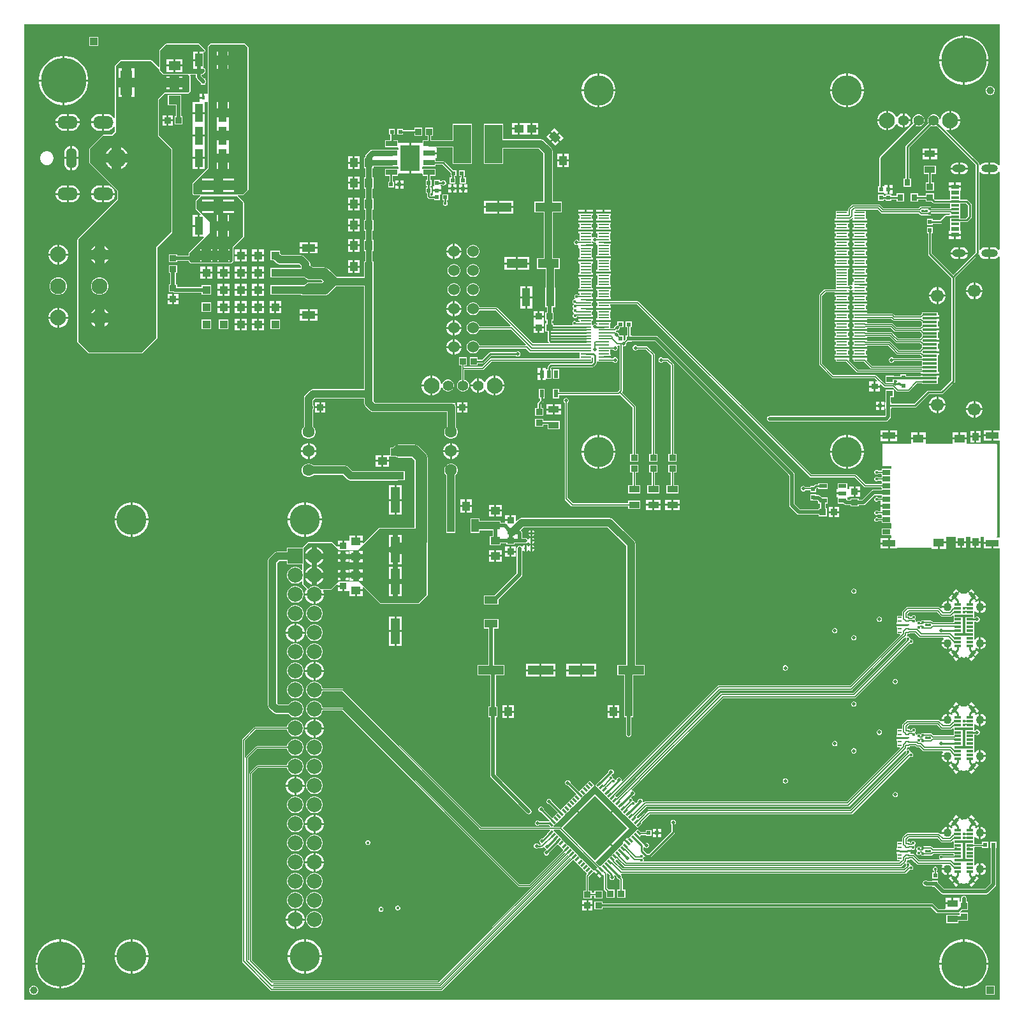
<source format=gbr>
%TF.GenerationSoftware,Altium Limited,Altium Designer,22.1.2 (22)*%
G04 Layer_Physical_Order=1*
G04 Layer_Color=255*
%FSLAX26Y26*%
%MOIN*%
%TF.SameCoordinates,4DF63D30-2817-4CE9-9CB3-8786E99D956B*%
%TF.FilePolarity,Positive*%
%TF.FileFunction,Copper,L1,Top,Signal*%
%TF.Part,Single*%
G01*
G75*
%TA.AperFunction,SMDPad,CuDef*%
%ADD10P,0.334066X4X270.0*%
%TA.AperFunction,ConnectorPad*%
%ADD11R,0.043307X0.011811*%
%ADD12R,0.043307X0.023622*%
%TA.AperFunction,SMDPad,CuDef*%
G04:AMPARAMS|DCode=13|XSize=19.685mil|YSize=40.551mil|CornerRadius=0mil|HoleSize=0mil|Usage=FLASHONLY|Rotation=140.000|XOffset=0mil|YOffset=0mil|HoleType=Round|Shape=Rectangle|*
%AMROTATEDRECTD13*
4,1,4,0.020573,0.009205,-0.005493,-0.021859,-0.020573,-0.009205,0.005493,0.021859,0.020573,0.009205,0.0*
%
%ADD13ROTATEDRECTD13*%

G04:AMPARAMS|DCode=14|XSize=19.685mil|YSize=40.551mil|CornerRadius=0mil|HoleSize=0mil|Usage=FLASHONLY|Rotation=40.000|XOffset=0mil|YOffset=0mil|HoleType=Round|Shape=Rectangle|*
%AMROTATEDRECTD14*
4,1,4,0.005493,-0.021859,-0.020573,0.009205,-0.005493,0.021859,0.020573,-0.009205,0.005493,-0.021859,0.0*
%
%ADD14ROTATEDRECTD14*%

%ADD15R,0.033465X0.011811*%
%TA.AperFunction,BGAPad,CuDef*%
%ADD16C,0.013780*%
%TA.AperFunction,SMDPad,CuDef*%
%ADD17R,0.092520X0.200787*%
%ADD18R,0.011811X0.011811*%
%ADD19R,0.043307X0.023622*%
%ADD20R,0.031496X0.035433*%
%ADD21R,0.062992X0.047244*%
%ADD22R,0.062992X0.129921*%
%ADD23R,0.018701X0.007874*%
%ADD24R,0.017716X0.023228*%
%ADD25R,0.102362X0.137795*%
%ADD26R,0.059055X0.031496*%
%TA.AperFunction,BGAPad,CuDef*%
%ADD27R,0.041732X0.041732*%
%TA.AperFunction,SMDPad,CuDef*%
%ADD28R,0.033465X0.035433*%
%ADD29R,0.023622X0.023622*%
G04:AMPARAMS|DCode=30|XSize=11.024mil|YSize=27.165mil|CornerRadius=0mil|HoleSize=0mil|Usage=FLASHONLY|Rotation=45.000|XOffset=0mil|YOffset=0mil|HoleType=Round|Shape=Rectangle|*
%AMROTATEDRECTD30*
4,1,4,0.005707,-0.013502,-0.013502,0.005707,-0.005707,0.013502,0.013502,-0.005707,0.005707,-0.013502,0.0*
%
%ADD30ROTATEDRECTD30*%

G04:AMPARAMS|DCode=31|XSize=11.024mil|YSize=27.165mil|CornerRadius=0mil|HoleSize=0mil|Usage=FLASHONLY|Rotation=315.000|XOffset=0mil|YOffset=0mil|HoleType=Round|Shape=Rectangle|*
%AMROTATEDRECTD31*
4,1,4,-0.013502,-0.005707,0.005707,0.013502,0.013502,0.005707,-0.005707,-0.013502,-0.013502,-0.005707,0.0*
%
%ADD31ROTATEDRECTD31*%

%ADD32R,0.145669X0.047244*%
%ADD33R,0.055118X0.035433*%
%ADD34R,0.074803X0.011811*%
%ADD35R,0.070866X0.039370*%
%ADD36R,0.133858X0.047244*%
%ADD37R,0.110236X0.047244*%
%ADD38R,0.056299X0.007874*%
%ADD39R,0.039370X0.049213*%
%ADD40R,0.035433X0.033465*%
%ADD41R,0.023622X0.023622*%
%ADD42R,0.055118X0.044488*%
%ADD43R,0.033465X0.039370*%
%ADD44R,0.066929X0.035433*%
%ADD45R,0.039370X0.025591*%
%ADD46R,0.047244X0.133858*%
%ADD47R,0.049213X0.039370*%
%ADD48R,0.043307X0.094488*%
%ADD49R,0.035433X0.031496*%
%ADD50R,0.023622X0.043307*%
%ADD51R,0.039370X0.070866*%
G04:AMPARAMS|DCode=52|XSize=39.37mil|YSize=49.213mil|CornerRadius=0mil|HoleSize=0mil|Usage=FLASHONLY|Rotation=45.000|XOffset=0mil|YOffset=0mil|HoleType=Round|Shape=Rectangle|*
%AMROTATEDRECTD52*
4,1,4,0.003480,-0.031319,-0.031319,0.003480,-0.003480,0.031319,0.031319,-0.003480,0.003480,-0.031319,0.0*
%
%ADD52ROTATEDRECTD52*%

%TA.AperFunction,FiducialPad,Global*%
%ADD53C,0.039370*%
%ADD54R,0.039370X0.039370*%
%TA.AperFunction,Conductor*%
%ADD55C,0.006946*%
%ADD56C,0.006929*%
%ADD57C,0.007843*%
%ADD58C,0.005325*%
%ADD59C,0.007874*%
%ADD60C,0.011811*%
%ADD61C,0.010000*%
%ADD62C,0.029528*%
%ADD63C,0.039370*%
%ADD64C,0.059055*%
%ADD65C,0.019685*%
%ADD66C,0.005981*%
%ADD67C,0.005000*%
%TA.AperFunction,ComponentPad*%
%ADD68O,0.070866X0.039370*%
%ADD69O,0.086614X0.039370*%
%ADD70C,0.043307*%
%ADD71C,0.082677*%
%ADD72R,0.078740X0.078740*%
%ADD73C,0.078740*%
%ADD74O,0.106299X0.066929*%
%ADD75C,0.102362*%
%ADD76O,0.055118X0.106299*%
%ADD77C,0.055118*%
%ADD78C,0.062992*%
%ADD79C,0.236220*%
%ADD80C,0.066929*%
%ADD81C,0.157480*%
%ADD82C,0.060000*%
%TA.AperFunction,ViaPad*%
%ADD83C,0.015748*%
%ADD84C,0.027559*%
%ADD85C,0.017716*%
%ADD86C,0.019685*%
%ADD87C,0.050000*%
G36*
X6092167Y5358325D02*
X6087167Y5356627D01*
X6084164Y5360542D01*
X6077963Y5365300D01*
X6070742Y5368291D01*
X6062992Y5369311D01*
X6044370D01*
Y5339370D01*
Y5309429D01*
X6062992D01*
X6070742Y5310449D01*
X6077963Y5313440D01*
X6084164Y5318198D01*
X6087167Y5322113D01*
X6092167Y5320415D01*
Y4915805D01*
X6087167Y4914108D01*
X6084164Y4918022D01*
X6077963Y4922780D01*
X6070742Y4925771D01*
X6062992Y4926792D01*
X6044370D01*
Y4896850D01*
Y4866909D01*
X6062992D01*
X6070742Y4867929D01*
X6077963Y4870921D01*
X6084164Y4875679D01*
X6087167Y4879593D01*
X6092167Y4877896D01*
Y3971732D01*
X6059492D01*
Y3944015D01*
Y3916299D01*
X6092167D01*
Y3408726D01*
X6077401D01*
X6076407Y3413726D01*
X6077816Y3414309D01*
X6079065Y3417323D01*
Y3897638D01*
X6077816Y3900651D01*
X6074803Y3901899D01*
X5920433D01*
Y3922165D01*
X5882874D01*
X5845315D01*
Y3901899D01*
X5705866D01*
Y3922165D01*
X5668307D01*
Y3927165D01*
D01*
Y3922165D01*
X5630748D01*
Y3901899D01*
X5484252D01*
X5481239Y3900651D01*
X5479990Y3897638D01*
Y3787402D01*
X5481239Y3784388D01*
X5484252Y3783140D01*
X5527235D01*
Y3772050D01*
X5523622Y3768701D01*
X5522234Y3768701D01*
X5476378D01*
Y3759997D01*
X5457494D01*
X5455509Y3761981D01*
X5451168Y3763780D01*
X5446470D01*
X5442128Y3761981D01*
X5438806Y3758659D01*
X5437008Y3754318D01*
Y3749619D01*
X5438806Y3745278D01*
X5442128Y3741956D01*
X5446470Y3740157D01*
X5451168D01*
X5455509Y3741956D01*
X5457494Y3743940D01*
X5472842D01*
X5476378Y3740405D01*
X5476378Y3735236D01*
X5476378Y3730236D01*
Y3724564D01*
X5457494D01*
X5455509Y3726548D01*
X5451168Y3728346D01*
X5446470D01*
X5442128Y3726548D01*
X5438806Y3723226D01*
X5437008Y3718885D01*
Y3714186D01*
X5438806Y3709845D01*
X5442128Y3706523D01*
X5446470Y3704724D01*
X5451168D01*
X5455509Y3706523D01*
X5457494Y3708507D01*
X5472842D01*
X5476378Y3704972D01*
X5476378Y3699803D01*
X5476378Y3694803D01*
Y3689131D01*
X5393089D01*
X5344260Y3737960D01*
X5341655Y3739701D01*
X5338583Y3740312D01*
X5109625D01*
X4206464Y4643472D01*
X4203860Y4645212D01*
X4200787Y4645824D01*
X4061378D01*
Y4648543D01*
X4023228D01*
X3985079D01*
Y4639606D01*
X3987606D01*
X3991142Y4636071D01*
X3991142Y4629922D01*
X3991142D01*
Y4629921D01*
X3991142D01*
Y4620236D01*
X3985079D01*
Y4611299D01*
X4023228D01*
X4061378D01*
Y4620236D01*
X4055315D01*
Y4629767D01*
X4197462D01*
X5100622Y3726607D01*
X5100622Y3726607D01*
X5103227Y3724866D01*
X5106299Y3724255D01*
X5106300Y3724255D01*
X5335257D01*
X5384087Y3675426D01*
X5384087Y3675425D01*
X5386691Y3673685D01*
X5389764Y3673074D01*
X5472842D01*
X5476378Y3669538D01*
X5476378Y3664370D01*
X5475536Y3659719D01*
X5433071D01*
X5427694Y3658649D01*
X5423136Y3655604D01*
X5376070Y3608538D01*
X5356299D01*
Y3614173D01*
X5312992D01*
Y3608538D01*
X5297244D01*
Y3619921D01*
X5303307D01*
Y3620532D01*
X5306929Y3623858D01*
X5308307Y3623858D01*
X5329645D01*
Y3650590D01*
Y3677323D01*
X5306929D01*
Y3666870D01*
X5303307Y3663543D01*
X5302244Y3663543D01*
X5297244Y3664303D01*
Y3694882D01*
X5246063D01*
Y3663543D01*
X5240000D01*
Y3646732D01*
X5271654D01*
Y3636732D01*
X5240000D01*
Y3619921D01*
X5246063D01*
Y3588583D01*
X5277375D01*
X5281404Y3584554D01*
X5285962Y3581508D01*
X5291339Y3580439D01*
X5312992D01*
Y3572835D01*
X5356299D01*
Y3580439D01*
X5381890D01*
X5387266Y3581508D01*
X5391824Y3584554D01*
X5438890Y3631620D01*
X5475536D01*
X5476378Y3626968D01*
X5476378Y3623937D01*
Y3618265D01*
X5457494D01*
X5455509Y3620249D01*
X5451168Y3622047D01*
X5446470D01*
X5442128Y3620249D01*
X5438806Y3616927D01*
X5437008Y3612586D01*
Y3607887D01*
X5438806Y3603546D01*
X5442128Y3600223D01*
X5446470Y3598425D01*
X5451168D01*
X5455509Y3600223D01*
X5457494Y3602208D01*
X5469372D01*
X5470315Y3597598D01*
X5470315D01*
Y3579803D01*
X5500000D01*
Y3569803D01*
X5470315D01*
Y3552008D01*
X5470315D01*
X5469372Y3547398D01*
X5457494D01*
X5455509Y3549383D01*
X5451168Y3551181D01*
X5446470D01*
X5442128Y3549383D01*
X5438806Y3546061D01*
X5437008Y3541720D01*
Y3537021D01*
X5438806Y3532680D01*
X5442128Y3529357D01*
X5446470Y3527559D01*
X5451168D01*
X5455509Y3529357D01*
X5457494Y3531342D01*
X5472842D01*
X5476378Y3527806D01*
X5476378Y3522638D01*
X5476378Y3517638D01*
Y3511965D01*
X5457494D01*
X5455509Y3513950D01*
X5451168Y3515748D01*
X5446470D01*
X5442128Y3513950D01*
X5438806Y3510627D01*
X5437008Y3506286D01*
Y3501588D01*
X5438806Y3497247D01*
X5442128Y3493924D01*
X5446470Y3492126D01*
X5451168D01*
X5455509Y3493924D01*
X5457494Y3495909D01*
X5476378D01*
Y3487205D01*
X5522234D01*
X5523622Y3487205D01*
X5527235Y3483855D01*
Y3460239D01*
X5523622Y3456890D01*
X5522234Y3456890D01*
X5476378D01*
Y3423425D01*
X5522234D01*
X5523622Y3423425D01*
X5527235Y3420076D01*
Y3409449D01*
X5526024Y3407638D01*
X5519764D01*
Y3379921D01*
Y3352205D01*
X5558228D01*
Y3357391D01*
X5559055Y3357943D01*
X5736220D01*
X5737047Y3357391D01*
Y3351614D01*
X5769607D01*
Y3383858D01*
X5774607D01*
Y3388858D01*
X5812165D01*
Y3413061D01*
X5864016D01*
Y3390827D01*
X5890748D01*
X5917480D01*
Y3413061D01*
X5940000D01*
Y3390827D01*
X5966732D01*
X5993465D01*
Y3413061D01*
X6009065D01*
X6010669Y3408726D01*
X6010669Y3408061D01*
Y3386009D01*
X6054134D01*
Y3381009D01*
X6059134D01*
Y3353293D01*
X6092167D01*
Y994447D01*
X994447D01*
Y6092167D01*
X6092167D01*
Y5358325D01*
D02*
G37*
%LPC*%
G36*
X1381890Y6027559D02*
X1334646D01*
Y5980315D01*
X1381890D01*
Y6027559D01*
D02*
G37*
G36*
X1905512Y5992450D02*
X1736220D01*
X1733207Y5991202D01*
X1701711Y5959706D01*
X1700463Y5956693D01*
Y5871152D01*
X1695844Y5869238D01*
X1660494Y5904588D01*
X1657480Y5905836D01*
X1496063D01*
X1496063Y5905836D01*
X1493050Y5904588D01*
X1469428Y5880966D01*
X1468179Y5877953D01*
Y5603583D01*
X1463179Y5602589D01*
X1463163Y5602628D01*
X1456196Y5611708D01*
X1447117Y5618675D01*
X1436543Y5623055D01*
X1425197Y5624548D01*
X1410512D01*
Y5580709D01*
Y5536869D01*
X1425197D01*
X1436543Y5538363D01*
X1447117Y5542743D01*
X1456196Y5549709D01*
X1463163Y5558789D01*
X1463179Y5558828D01*
X1468179Y5557834D01*
Y5533261D01*
X1450991Y5516072D01*
X1405512D01*
X1402498Y5514824D01*
X1402498Y5514824D01*
X1335569Y5447895D01*
X1334321Y5444882D01*
Y5370079D01*
X1334321Y5370079D01*
X1335569Y5367065D01*
X1335570Y5367065D01*
X1437931Y5264703D01*
X1437932Y5264703D01*
X1479991Y5222644D01*
Y5178931D01*
X1272577Y4971517D01*
X1271329Y4968504D01*
Y4433071D01*
X1272577Y4430057D01*
X1272578Y4430057D01*
X1327695Y4374940D01*
X1330709Y4373691D01*
X1610236D01*
X1613249Y4374940D01*
X1688053Y4449743D01*
X1689301Y4452756D01*
Y4927369D01*
X1766793Y5004861D01*
X1768041Y5007874D01*
Y5440945D01*
X1766793Y5443958D01*
X1697175Y5513576D01*
X1697175Y5699022D01*
X1730112Y5731959D01*
X1850394D01*
X1853407Y5733207D01*
X1861281Y5741081D01*
X1862529Y5744095D01*
Y5822834D01*
X1862529Y5822835D01*
X1861473Y5825384D01*
X1863277Y5830384D01*
X1891462D01*
Y5817717D01*
X1892532Y5812340D01*
X1895577Y5807782D01*
X1916339Y5787021D01*
Y5777756D01*
X1941929D01*
Y5787654D01*
X1942114Y5787931D01*
X1943183Y5793307D01*
Y5794095D01*
X1942114Y5799471D01*
X1941929Y5799748D01*
Y5808858D01*
X1934239D01*
X1919561Y5823536D01*
Y5830384D01*
X1925196D01*
X1925197Y5830384D01*
X1928210Y5831632D01*
X1928210Y5831633D01*
X1940021Y5843443D01*
X1941269Y5846457D01*
Y5855829D01*
X1940937Y5856631D01*
X1940928Y5857500D01*
X1939117Y5861749D01*
X1938527Y5862328D01*
X1938210Y5863092D01*
X1937408Y5863424D01*
X1936787Y5864032D01*
X1935961Y5864024D01*
X1935197Y5864340D01*
X1933388Y5864340D01*
X1931320Y5865216D01*
X1929134Y5867999D01*
Y5943025D01*
X1931320Y5945808D01*
X1933388Y5946683D01*
X1935197Y5946684D01*
X1935961Y5947000D01*
X1936787Y5946992D01*
X1937408Y5947599D01*
X1938210Y5947932D01*
X1938527Y5948696D01*
X1939117Y5949274D01*
X1940928Y5953524D01*
X1940937Y5954392D01*
X1941269Y5955195D01*
Y5956693D01*
X1941269Y5956693D01*
X1940021Y5959706D01*
X1908525Y5991202D01*
X1905512Y5992450D01*
D02*
G37*
G36*
X5915594Y6033622D02*
X5910512D01*
Y5910512D01*
X6033622D01*
Y5915594D01*
X6030467Y5935511D01*
X6024236Y5954689D01*
X6015081Y5972656D01*
X6003229Y5988970D01*
X5988970Y6003229D01*
X5972656Y6015081D01*
X5954689Y6024236D01*
X5935511Y6030467D01*
X5915594Y6033622D01*
D02*
G37*
G36*
X5900512D02*
X5895429D01*
X5875513Y6030467D01*
X5856335Y6024236D01*
X5838367Y6015081D01*
X5822054Y6003229D01*
X5807795Y5988970D01*
X5795942Y5972656D01*
X5786788Y5954689D01*
X5780556Y5935511D01*
X5777402Y5915594D01*
Y5910512D01*
X5900512D01*
Y6033622D01*
D02*
G37*
G36*
X1210082Y5928110D02*
X1205000D01*
Y5805000D01*
X1328110D01*
Y5810083D01*
X1324956Y5829999D01*
X1318724Y5849177D01*
X1309570Y5867144D01*
X1297717Y5883458D01*
X1283458Y5897717D01*
X1267144Y5909570D01*
X1249177Y5918724D01*
X1229999Y5924956D01*
X1210082Y5928110D01*
D02*
G37*
G36*
X1195000D02*
X1189918D01*
X1170001Y5924956D01*
X1150823Y5918724D01*
X1132856Y5909570D01*
X1116542Y5897717D01*
X1102283Y5883458D01*
X1090430Y5867144D01*
X1081276Y5849177D01*
X1075044Y5829999D01*
X1071890Y5810083D01*
Y5805000D01*
X1195000D01*
Y5928110D01*
D02*
G37*
G36*
X6033622Y5900512D02*
X5910512D01*
Y5777402D01*
X5915594D01*
X5935511Y5780556D01*
X5954689Y5786788D01*
X5972656Y5795942D01*
X5988970Y5807795D01*
X6003229Y5822054D01*
X6015081Y5838367D01*
X6024236Y5856335D01*
X6030467Y5875513D01*
X6033622Y5895429D01*
Y5900512D01*
D02*
G37*
G36*
X5900512D02*
X5777402D01*
Y5895429D01*
X5780556Y5875513D01*
X5786788Y5856335D01*
X5795942Y5838367D01*
X5807795Y5822054D01*
X5822054Y5807795D01*
X5838367Y5795942D01*
X5856335Y5786788D01*
X5875513Y5780556D01*
X5895429Y5777402D01*
X5900512D01*
Y5900512D01*
D02*
G37*
G36*
X5304016Y5836772D02*
X5300276D01*
Y5753032D01*
X5384016D01*
Y5756772D01*
X5380605Y5773916D01*
X5373916Y5790066D01*
X5364205Y5804600D01*
X5351844Y5816961D01*
X5337310Y5826672D01*
X5321160Y5833361D01*
X5304016Y5836772D01*
D02*
G37*
G36*
X5290276D02*
X5286535D01*
X5269391Y5833361D01*
X5253241Y5826672D01*
X5238707Y5816961D01*
X5226347Y5804600D01*
X5216635Y5790066D01*
X5209946Y5773916D01*
X5206535Y5756772D01*
Y5753032D01*
X5290276D01*
Y5836772D01*
D02*
G37*
G36*
X4004803D02*
X4001063D01*
Y5753031D01*
X4084803D01*
Y5756772D01*
X4081393Y5773916D01*
X4074704Y5790066D01*
X4064992Y5804600D01*
X4052631Y5816961D01*
X4038097Y5826672D01*
X4021948Y5833361D01*
X4004803Y5836772D01*
D02*
G37*
G36*
X3991063D02*
X3987323D01*
X3970178Y5833361D01*
X3954029Y5826672D01*
X3939494Y5816961D01*
X3927134Y5804600D01*
X3917423Y5790066D01*
X3910733Y5773916D01*
X3907323Y5756772D01*
Y5753031D01*
X3991063D01*
Y5836772D01*
D02*
G37*
G36*
X6048006Y5771654D02*
X6038608D01*
X6029926Y5768057D01*
X6023281Y5761412D01*
X6019685Y5752730D01*
Y5743333D01*
X6023281Y5734651D01*
X6029926Y5728006D01*
X6038608Y5724409D01*
X6048006D01*
X6056688Y5728006D01*
X6063333Y5734651D01*
X6066929Y5743333D01*
Y5752730D01*
X6063333Y5761412D01*
X6056688Y5768057D01*
X6048006Y5771654D01*
D02*
G37*
G36*
X1924134Y5730275D02*
X1910276D01*
Y5713662D01*
X1924134D01*
Y5730275D01*
D02*
G37*
G36*
X1328110Y5795000D02*
X1205000D01*
Y5671890D01*
X1210082D01*
X1229999Y5675044D01*
X1249177Y5681276D01*
X1267144Y5690430D01*
X1283458Y5702283D01*
X1297717Y5716542D01*
X1309570Y5732856D01*
X1318724Y5750823D01*
X1324956Y5770001D01*
X1328110Y5789917D01*
Y5795000D01*
D02*
G37*
G36*
X1195000D02*
X1071890D01*
Y5789917D01*
X1075044Y5770001D01*
X1081276Y5750823D01*
X1090430Y5732856D01*
X1102283Y5716542D01*
X1116542Y5702283D01*
X1132856Y5690430D01*
X1150823Y5681276D01*
X1170001Y5675044D01*
X1189918Y5671890D01*
X1195000D01*
Y5795000D01*
D02*
G37*
G36*
X5384016Y5743032D02*
X5300276D01*
Y5659291D01*
X5304016D01*
X5321160Y5662702D01*
X5337310Y5669391D01*
X5351844Y5679102D01*
X5364205Y5691463D01*
X5373916Y5705997D01*
X5380605Y5722147D01*
X5384016Y5739291D01*
Y5743032D01*
D02*
G37*
G36*
X5290276D02*
X5206535D01*
Y5739291D01*
X5209946Y5722147D01*
X5216635Y5705997D01*
X5226347Y5691463D01*
X5238707Y5679102D01*
X5253241Y5669391D01*
X5269391Y5662702D01*
X5286535Y5659291D01*
X5290276D01*
Y5743032D01*
D02*
G37*
G36*
X4084803Y5743031D02*
X4001063D01*
Y5659291D01*
X4004803D01*
X4021948Y5662702D01*
X4038097Y5669391D01*
X4052631Y5679102D01*
X4064992Y5691463D01*
X4074704Y5705997D01*
X4081393Y5722147D01*
X4084803Y5739291D01*
Y5743031D01*
D02*
G37*
G36*
X3991063D02*
X3907323D01*
Y5739291D01*
X3910733Y5722147D01*
X3917423Y5705997D01*
X3927134Y5691463D01*
X3939494Y5679102D01*
X3954029Y5669391D01*
X3970178Y5662702D01*
X3987323Y5659291D01*
X3991063D01*
Y5743031D01*
D02*
G37*
G36*
X5829646Y5641890D02*
X5827887D01*
X5814830Y5638391D01*
X5803123Y5631632D01*
X5793565Y5622074D01*
X5786806Y5610367D01*
X5783655Y5598611D01*
X5778479D01*
X5777381Y5602708D01*
X5773235Y5609890D01*
X5767370Y5615754D01*
X5760189Y5619901D01*
X5752178Y5622047D01*
X5743885D01*
X5735874Y5619901D01*
X5728693Y5615754D01*
X5722828Y5609890D01*
X5718682Y5602708D01*
X5716535Y5594698D01*
Y5586405D01*
X5718682Y5578394D01*
X5720258Y5575664D01*
X5603793Y5459199D01*
X5601818Y5456243D01*
X5601124Y5452756D01*
Y5287402D01*
X5590551D01*
Y5244095D01*
X5629921D01*
Y5287402D01*
X5619348D01*
Y5448982D01*
X5733145Y5562778D01*
X5735874Y5561202D01*
X5743885Y5559055D01*
X5752178D01*
X5760189Y5561202D01*
X5762918Y5562778D01*
X5967266Y5358430D01*
Y4901412D01*
X5850394Y4784540D01*
X5737459Y4897475D01*
Y5001969D01*
X5744095D01*
Y5033465D01*
X5712599D01*
Y5001969D01*
X5719234D01*
Y4893701D01*
X5719928Y4890214D01*
X5721903Y4887257D01*
X5841282Y4767879D01*
Y4232121D01*
X5787564Y4178403D01*
X5720472D01*
X5716985Y4177710D01*
X5714029Y4175734D01*
X5647407Y4109112D01*
X5526771D01*
Y4115748D01*
X5525073D01*
Y4142913D01*
X5539764D01*
Y4182283D01*
X5496457D01*
Y4142913D01*
X5496974D01*
Y4115748D01*
X5495275D01*
Y4084252D01*
X5496974D01*
Y4048847D01*
X5493673Y4045546D01*
X4889764D01*
X4888407Y4045276D01*
X4887023D01*
X4885744Y4044746D01*
X4884387Y4044476D01*
X4883237Y4043707D01*
X4881958Y4043178D01*
X4880980Y4042199D01*
X4879829Y4041431D01*
X4879060Y4040280D01*
X4878082Y4039302D01*
X4877553Y4038023D01*
X4876784Y4036873D01*
X4876514Y4035515D01*
X4875984Y4034237D01*
Y4032853D01*
X4875714Y4031496D01*
X4875984Y4030139D01*
Y4028755D01*
X4876514Y4027477D01*
X4876784Y4026120D01*
X4877553Y4024969D01*
X4878082Y4023691D01*
X4879060Y4022712D01*
X4879829Y4021562D01*
X4880980Y4020793D01*
X4881958Y4019814D01*
X4883237Y4019285D01*
X4884387Y4018516D01*
X4885744Y4018246D01*
X4887023Y4017717D01*
X4888407D01*
X4889764Y4017447D01*
X5499492D01*
X5504869Y4018516D01*
X5509427Y4021562D01*
X5520958Y4033093D01*
X5524003Y4037651D01*
X5525073Y4043027D01*
Y4084252D01*
X5526771D01*
Y4090888D01*
X5651181D01*
X5654668Y4091581D01*
X5657624Y4093557D01*
X5724247Y4160179D01*
X5791339D01*
X5794826Y4160873D01*
X5797782Y4162848D01*
X5856837Y4221903D01*
X5858812Y4224859D01*
X5859506Y4228346D01*
Y4767879D01*
X5860774Y4769147D01*
X5860774Y4769148D01*
X5981661Y4890034D01*
X5985893Y4889270D01*
X5987060Y4888539D01*
X5989818Y4881880D01*
X5994576Y4875679D01*
X6000777Y4870921D01*
X6007999Y4867929D01*
X6015748Y4866909D01*
X6034370D01*
Y4896850D01*
Y4926792D01*
X6015748D01*
X6007999Y4925771D01*
X6000777Y4922780D01*
X5994576Y4918022D01*
X5990490Y4912697D01*
X5986965Y4913275D01*
X5985490Y4914026D01*
Y5322195D01*
X5986965Y5322946D01*
X5990490Y5323524D01*
X5994576Y5318198D01*
X6000777Y5313440D01*
X6007999Y5310449D01*
X6015748Y5309429D01*
X6034370D01*
Y5339370D01*
Y5369311D01*
X6015748D01*
X6007999Y5368291D01*
X6000777Y5365300D01*
X5994576Y5360542D01*
X5990490Y5355216D01*
X5986965Y5355794D01*
X5985490Y5356545D01*
Y5362205D01*
X5984797Y5365692D01*
X5982821Y5368648D01*
X5813607Y5537863D01*
X5816195Y5542345D01*
X5827887Y5539213D01*
X5829646D01*
Y5590551D01*
Y5641890D01*
D02*
G37*
G36*
X5595551Y5628095D02*
Y5595551D01*
X5628095D01*
X5625551Y5605048D01*
X5620606Y5613613D01*
X5613613Y5620606D01*
X5605048Y5625551D01*
X5595551Y5628095D01*
D02*
G37*
G36*
X5841404Y5641890D02*
X5839646D01*
Y5595551D01*
X5885984D01*
Y5597310D01*
X5882486Y5610367D01*
X5875727Y5622074D01*
X5866168Y5631632D01*
X5854462Y5638391D01*
X5841404Y5641890D01*
D02*
G37*
G36*
X1769842Y5618268D02*
X1748110D01*
Y5595551D01*
X1769842D01*
Y5618268D01*
D02*
G37*
G36*
X1738110D02*
X1716378D01*
Y5595551D01*
X1738110D01*
Y5618268D01*
D02*
G37*
G36*
X5498937Y5641890D02*
X5497178D01*
X5484121Y5638391D01*
X5472414Y5631632D01*
X5462856Y5622074D01*
X5456097Y5610367D01*
X5452598Y5597310D01*
Y5595551D01*
X5498937D01*
Y5641890D01*
D02*
G37*
G36*
X1400512Y5624548D02*
X1385827D01*
X1374480Y5623055D01*
X1363907Y5618675D01*
X1354827Y5611708D01*
X1347861Y5602628D01*
X1343481Y5592055D01*
X1342645Y5585709D01*
X1400512D01*
Y5624548D01*
D02*
G37*
G36*
X1240158D02*
X1225472D01*
Y5585709D01*
X1283339D01*
X1282503Y5592055D01*
X1278124Y5602628D01*
X1271157Y5611708D01*
X1262077Y5618675D01*
X1251504Y5623055D01*
X1240158Y5624548D01*
D02*
G37*
G36*
X1215472D02*
X1200787D01*
X1189441Y5623055D01*
X1178868Y5618675D01*
X1169788Y5611708D01*
X1162821Y5602628D01*
X1158441Y5592055D01*
X1157606Y5585709D01*
X1215472D01*
Y5624548D01*
D02*
G37*
G36*
X1814961Y5724409D02*
X1744095D01*
Y5669291D01*
X1786147D01*
Y5612205D01*
X1779527D01*
Y5568898D01*
X1820866D01*
Y5612205D01*
X1814246D01*
Y5669291D01*
X1814961D01*
Y5724409D01*
D02*
G37*
G36*
X1769842Y5585551D02*
X1748110D01*
Y5562835D01*
X1769842D01*
Y5585551D01*
D02*
G37*
G36*
X1738110D02*
X1716378D01*
Y5562835D01*
X1738110D01*
Y5585551D01*
D02*
G37*
G36*
X5673438Y5622047D02*
X5665145D01*
X5657134Y5619901D01*
X5649952Y5615754D01*
X5644088Y5609890D01*
X5639942Y5602708D01*
X5637795Y5594698D01*
Y5586405D01*
X5639942Y5578394D01*
X5641518Y5575664D01*
X5465998Y5400144D01*
X5464022Y5397188D01*
X5463329Y5393701D01*
Y5246063D01*
X5456693D01*
Y5214567D01*
X5488189Y5214567D01*
X5490000Y5210317D01*
Y5208504D01*
X5506811D01*
Y5230315D01*
Y5252126D01*
X5490000D01*
Y5250313D01*
X5489152Y5248324D01*
X5483584Y5247567D01*
X5481553Y5249599D01*
Y5389926D01*
X5654404Y5562778D01*
X5657134Y5561202D01*
X5665145Y5559055D01*
X5673438D01*
X5681448Y5561202D01*
X5688630Y5565348D01*
X5694494Y5571212D01*
X5698641Y5578394D01*
X5700787Y5586405D01*
Y5594698D01*
X5698641Y5602708D01*
X5694494Y5609890D01*
X5688630Y5615754D01*
X5681448Y5619901D01*
X5673438Y5622047D01*
D02*
G37*
G36*
X5628095Y5585551D02*
X5595551D01*
Y5553007D01*
X5605048Y5555552D01*
X5613613Y5560497D01*
X5620606Y5567489D01*
X5625551Y5576054D01*
X5628095Y5585551D01*
D02*
G37*
G36*
X5510696Y5641890D02*
X5508937D01*
Y5590551D01*
Y5539213D01*
X5510696D01*
X5523753Y5542711D01*
X5535460Y5549470D01*
X5545018Y5559029D01*
X5551777Y5570735D01*
X5552117Y5572003D01*
X5557483Y5572710D01*
X5560496Y5567489D01*
X5567489Y5560497D01*
X5576054Y5555552D01*
X5585551Y5553007D01*
Y5590551D01*
Y5628095D01*
X5576054Y5625551D01*
X5567489Y5620606D01*
X5560496Y5613613D01*
X5557483Y5608393D01*
X5552117Y5609099D01*
X5551777Y5610367D01*
X5545018Y5622074D01*
X5535460Y5631632D01*
X5523753Y5638391D01*
X5510696Y5641890D01*
D02*
G37*
G36*
X3573740Y5576929D02*
X3544134D01*
Y5552244D01*
X3573740D01*
Y5576929D01*
D02*
G37*
G36*
X3680276D02*
X3650669D01*
Y5552244D01*
X3680276D01*
Y5576929D01*
D02*
G37*
G36*
X3074803Y5553150D02*
X3033465D01*
Y5540608D01*
X2974409D01*
Y5547244D01*
X2942913D01*
Y5515748D01*
X2974409D01*
Y5522384D01*
X3033465D01*
Y5509843D01*
X3074803D01*
Y5553150D01*
D02*
G37*
G36*
X5885984Y5585551D02*
X5839646D01*
Y5539213D01*
X5841404D01*
X5854462Y5542711D01*
X5866168Y5549470D01*
X5875727Y5559029D01*
X5882486Y5570735D01*
X5885984Y5583792D01*
Y5585551D01*
D02*
G37*
G36*
X5498937D02*
X5452598D01*
Y5583792D01*
X5456097Y5570735D01*
X5462856Y5559029D01*
X5472414Y5549470D01*
X5484121Y5542711D01*
X5497178Y5539213D01*
X5498937D01*
Y5585551D01*
D02*
G37*
G36*
X1400512Y5575709D02*
X1342645D01*
X1343481Y5569362D01*
X1347861Y5558789D01*
X1354827Y5549709D01*
X1363907Y5542743D01*
X1374480Y5538363D01*
X1385827Y5536869D01*
X1400512D01*
Y5575709D01*
D02*
G37*
G36*
X1283339Y5575709D02*
X1225472D01*
Y5536869D01*
X1240158D01*
X1251504Y5538363D01*
X1262077Y5542743D01*
X1271157Y5549709D01*
X1278124Y5558789D01*
X1282503Y5569362D01*
X1283339Y5575709D01*
D02*
G37*
G36*
X1215472D02*
X1157606D01*
X1158441Y5569362D01*
X1162821Y5558789D01*
X1169788Y5549709D01*
X1178868Y5542743D01*
X1189441Y5538363D01*
X1200787Y5536869D01*
X1215472D01*
Y5575709D01*
D02*
G37*
G36*
X3680276Y5542244D02*
X3650669D01*
Y5517559D01*
X3680276D01*
Y5542244D01*
D02*
G37*
G36*
X3640669Y5576929D02*
X3583740D01*
Y5547244D01*
Y5517559D01*
X3640669D01*
Y5547244D01*
Y5576929D01*
D02*
G37*
G36*
X3573740Y5542244D02*
X3544134D01*
Y5517559D01*
X3573740D01*
Y5542244D01*
D02*
G37*
G36*
X1937165Y5624921D02*
X1905512D01*
X1873858D01*
Y5574055D01*
X1873858Y5572677D01*
Y5569055D01*
X1873858Y5567677D01*
Y5516811D01*
X1905512D01*
X1937165D01*
Y5567677D01*
X1937165Y5569055D01*
Y5572677D01*
X1937165Y5574055D01*
Y5624921D01*
D02*
G37*
G36*
X3764517Y5549678D02*
X3747061Y5532223D01*
X3767996Y5511288D01*
X3785451Y5528743D01*
X3764517Y5549678D01*
D02*
G37*
G36*
X3334646Y5572835D02*
X3234252D01*
Y5487768D01*
X3143701D01*
Y5488386D01*
X3120333D01*
Y5509843D01*
X3131890D01*
Y5553150D01*
X3090551D01*
Y5509843D01*
X3102108D01*
Y5488386D01*
X3076772D01*
Y5475545D01*
X3072992Y5472599D01*
X3071772Y5472598D01*
X3016811D01*
Y5393701D01*
Y5314803D01*
X3071772D01*
X3072992Y5314803D01*
X3076772Y5311857D01*
Y5299016D01*
X3099156D01*
Y5279528D01*
X3092520D01*
Y5248032D01*
X3099156D01*
Y5240157D01*
X3092520D01*
Y5208661D01*
X3099156D01*
Y5194882D01*
X3099849Y5191395D01*
X3101825Y5188439D01*
X3107730Y5182533D01*
X3110686Y5180558D01*
X3114173Y5179864D01*
X3135827D01*
Y5173228D01*
X3167323D01*
Y5202598D01*
X3173386D01*
Y5219410D01*
X3151575D01*
X3129764D01*
Y5202599D01*
X3129764D01*
X3128581Y5198088D01*
X3117948D01*
X3117380Y5198656D01*
Y5208661D01*
X3124016D01*
Y5240157D01*
X3117380D01*
Y5248032D01*
X3124016D01*
Y5279528D01*
X3117380D01*
Y5299016D01*
X3143701D01*
Y5338386D01*
X3077992D01*
X3076772Y5338386D01*
X3073044Y5341292D01*
Y5346110D01*
X3076772Y5349016D01*
X3077992Y5349016D01*
X3143701D01*
Y5359589D01*
X3180675D01*
X3222441Y5317822D01*
Y5299213D01*
X3226124D01*
Y5293307D01*
X3216535D01*
Y5261811D01*
X3248032D01*
Y5293307D01*
X3244348D01*
Y5299213D01*
X3253937D01*
Y5330709D01*
X3235327D01*
X3190892Y5375144D01*
X3187936Y5377119D01*
X3184449Y5377813D01*
X3143701D01*
Y5387953D01*
X3143701Y5388386D01*
X3144746Y5392953D01*
X3149764D01*
Y5413701D01*
X3110236D01*
Y5423701D01*
X3149764D01*
Y5444449D01*
X3149764D01*
X3148541Y5449449D01*
X3148689Y5449634D01*
X3234252D01*
Y5364173D01*
X3334646D01*
Y5572835D01*
D02*
G37*
G36*
X3739990Y5525152D02*
X3722536Y5507697D01*
X3743470Y5486762D01*
X3760925Y5504217D01*
X3739990Y5525152D01*
D02*
G37*
G36*
X3792522Y5521672D02*
X3775067Y5504217D01*
X3796002Y5483282D01*
X3813457Y5500737D01*
X3792522Y5521672D01*
D02*
G37*
G36*
X3767996Y5497146D02*
X3750541Y5479691D01*
X3771476Y5458756D01*
X3788931Y5476211D01*
X3767996Y5497146D01*
D02*
G37*
G36*
X5765905Y5443071D02*
X5733346D01*
Y5420355D01*
X5765905D01*
Y5443071D01*
D02*
G37*
G36*
X5723346D02*
X5690788D01*
Y5420355D01*
X5723346D01*
Y5443071D01*
D02*
G37*
G36*
X1245158Y5456516D02*
Y5398701D01*
X1278041D01*
Y5419291D01*
X1276750Y5429096D01*
X1272965Y5438233D01*
X1266945Y5446079D01*
X1259099Y5452099D01*
X1249962Y5455884D01*
X1245158Y5456516D01*
D02*
G37*
G36*
X1235158D02*
X1230353Y5455884D01*
X1221216Y5452099D01*
X1213370Y5446079D01*
X1207350Y5438233D01*
X1203565Y5429096D01*
X1202274Y5419291D01*
Y5398701D01*
X1235158D01*
Y5456516D01*
D02*
G37*
G36*
X1937165Y5506811D02*
X1905512D01*
X1873858D01*
Y5455945D01*
X1873858Y5454567D01*
Y5450945D01*
X1873858Y5449567D01*
Y5398701D01*
X1905512D01*
X1937165D01*
Y5449567D01*
X1937165Y5450945D01*
Y5454567D01*
X1937165Y5455945D01*
Y5506811D01*
D02*
G37*
G36*
X5765905Y5410355D02*
X5733346D01*
Y5387638D01*
X5765905D01*
Y5410355D01*
D02*
G37*
G36*
X5723346D02*
X5690788D01*
Y5387638D01*
X5723346D01*
Y5410355D01*
D02*
G37*
G36*
X3840709Y5416496D02*
X3816024D01*
Y5386890D01*
X3840709D01*
Y5416496D01*
D02*
G37*
G36*
X3806024D02*
X3781339D01*
Y5386890D01*
X3806024D01*
Y5416496D01*
D02*
G37*
G36*
X2746220Y5404671D02*
X2721535D01*
Y5375065D01*
X2746220D01*
Y5404671D01*
D02*
G37*
G36*
X2711535D02*
X2686850D01*
Y5375065D01*
X2711535D01*
Y5404671D01*
D02*
G37*
G36*
X1116870Y5429134D02*
X1107540D01*
X1098528Y5426719D01*
X1090448Y5422054D01*
X1083851Y5415457D01*
X1079186Y5407377D01*
X1076772Y5398366D01*
Y5389036D01*
X1079186Y5380024D01*
X1083851Y5371944D01*
X1090448Y5365347D01*
X1098528Y5360682D01*
X1107540Y5358268D01*
X1116870D01*
X1125881Y5360682D01*
X1133961Y5365347D01*
X1140558Y5371944D01*
X1145223Y5380024D01*
X1147638Y5389036D01*
Y5398366D01*
X1145223Y5407377D01*
X1140558Y5415457D01*
X1133961Y5422054D01*
X1125881Y5426719D01*
X1116870Y5429134D01*
D02*
G37*
G36*
X3840709Y5376890D02*
X3816024D01*
Y5347283D01*
X3840709D01*
Y5376890D01*
D02*
G37*
G36*
X3806024D02*
X3781339D01*
Y5347283D01*
X3806024D01*
Y5376890D01*
D02*
G37*
G36*
X5897638Y5369311D02*
X5886890D01*
Y5344370D01*
X5926921D01*
X5926559Y5347119D01*
X5923568Y5354341D01*
X5918809Y5360542D01*
X5912608Y5365300D01*
X5905387Y5368291D01*
X5897638Y5369311D01*
D02*
G37*
G36*
X5876890D02*
X5866142D01*
X5858392Y5368291D01*
X5851171Y5365300D01*
X5844970Y5360542D01*
X5840212Y5354341D01*
X5837221Y5347119D01*
X5836859Y5344370D01*
X5876890D01*
Y5369311D01*
D02*
G37*
G36*
X1937165Y5388701D02*
X1910512D01*
Y5336457D01*
X1937165D01*
Y5388701D01*
D02*
G37*
G36*
X1900512D02*
X1873858D01*
Y5336457D01*
X1900512D01*
Y5388701D01*
D02*
G37*
G36*
X2746220Y5365065D02*
X2721535D01*
Y5335459D01*
X2746220D01*
Y5365065D01*
D02*
G37*
G36*
X2711535D02*
X2686850D01*
Y5335459D01*
X2711535D01*
Y5365065D01*
D02*
G37*
G36*
X1278041Y5388701D02*
X1245158D01*
Y5330885D01*
X1249962Y5331518D01*
X1259099Y5335302D01*
X1266945Y5341323D01*
X1272965Y5349169D01*
X1276750Y5358305D01*
X1278041Y5368110D01*
Y5388701D01*
D02*
G37*
G36*
X1235158D02*
X1202274D01*
Y5368110D01*
X1203565Y5358305D01*
X1207350Y5349169D01*
X1213370Y5341323D01*
X1221216Y5335302D01*
X1230353Y5331518D01*
X1235158Y5330885D01*
Y5388701D01*
D02*
G37*
G36*
X2931102Y5547244D02*
X2899606D01*
Y5515748D01*
X2906242D01*
Y5488386D01*
X2879921D01*
Y5449016D01*
X2945630D01*
X2946850Y5449016D01*
X2950578Y5446110D01*
Y5441292D01*
X2946850Y5438386D01*
X2945630Y5438386D01*
X2879921D01*
Y5437768D01*
X2812573D01*
X2805276Y5436317D01*
X2799090Y5432183D01*
X2781793Y5414886D01*
X2777660Y5408701D01*
X2776208Y5401404D01*
Y5398608D01*
X2771654D01*
Y5341522D01*
X2776208D01*
Y5292309D01*
X2771654D01*
Y5235223D01*
X2776208D01*
Y5182073D01*
X2771654D01*
Y5124987D01*
X2776208D01*
Y5071837D01*
X2771654D01*
Y5014751D01*
X2776208D01*
Y4965538D01*
X2771654D01*
Y4908452D01*
X2776208D01*
Y4855302D01*
X2771654D01*
Y4829086D01*
X2771191Y4826759D01*
Y4772116D01*
X2626443D01*
X2625867Y4772867D01*
X2585497Y4813237D01*
X2578507Y4818601D01*
X2570366Y4821973D01*
X2561630Y4823123D01*
X2504125D01*
X2497192Y4828444D01*
X2489051Y4831816D01*
X2488652Y4831868D01*
Y4839142D01*
X2486818Y4848359D01*
X2481597Y4856173D01*
X2458535Y4879235D01*
X2450721Y4884456D01*
X2441505Y4886289D01*
X2339110D01*
X2331102Y4894297D01*
Y4909842D01*
X2281496D01*
Y4860236D01*
X2297041D01*
X2312103Y4845174D01*
X2319917Y4839953D01*
X2329134Y4838120D01*
X2431528D01*
X2440482Y4829166D01*
Y4818967D01*
X2331102D01*
Y4819685D01*
X2281496D01*
Y4770079D01*
X2331102D01*
Y4770797D01*
X2457059D01*
X2462353Y4765503D01*
X2469344Y4760139D01*
X2477485Y4756767D01*
X2486220Y4755617D01*
X2547649D01*
X2554266Y4749000D01*
X2549649Y4744383D01*
X2486220D01*
X2477484Y4743233D01*
X2469344Y4739861D01*
X2462353Y4734497D01*
X2457989Y4728809D01*
X2331102D01*
Y4729528D01*
X2281496D01*
Y4679921D01*
X2331102D01*
Y4680640D01*
X2440945D01*
Y4677165D01*
X2462240D01*
X2464567Y4676703D01*
X2480315D01*
X2482642Y4677165D01*
X2484027D01*
X2486220Y4676877D01*
X2563630D01*
X2572366Y4678027D01*
X2580507Y4681399D01*
X2587497Y4686763D01*
X2624681Y4723947D01*
X2771191D01*
Y4185502D01*
X2503378D01*
X2494161Y4183669D01*
X2486347Y4178448D01*
X2463285Y4155385D01*
X2458064Y4147572D01*
X2456230Y4138355D01*
Y4093504D01*
X2456818Y4090551D01*
X2456230Y4087599D01*
Y3988230D01*
X2451962Y3983961D01*
X2447297Y3975881D01*
X2444882Y3966869D01*
Y3957540D01*
X2447297Y3948528D01*
X2451962Y3940448D01*
X2458559Y3933851D01*
X2466638Y3929186D01*
X2475650Y3926772D01*
X2484980D01*
X2493992Y3929186D01*
X2502071Y3933851D01*
X2508668Y3940448D01*
X2513333Y3948528D01*
X2515748Y3957540D01*
Y3966869D01*
X2513333Y3975881D01*
X2508668Y3983961D01*
X2504400Y3988230D01*
Y4079659D01*
X2505519Y4081334D01*
X2507352Y4090551D01*
X2505519Y4099768D01*
X2504400Y4101443D01*
Y4128379D01*
X2513354Y4137333D01*
X2771191D01*
Y4113614D01*
X2773024Y4104397D01*
X2778245Y4096583D01*
X2801308Y4073521D01*
X2809121Y4068300D01*
X2818338Y4066466D01*
X3203277D01*
Y3990919D01*
X3202653Y3990558D01*
X3196056Y3983961D01*
X3191391Y3975881D01*
X3188976Y3966869D01*
Y3957540D01*
X3191391Y3948528D01*
X3196056Y3940448D01*
X3202653Y3933851D01*
X3210733Y3929186D01*
X3219745Y3926772D01*
X3229074D01*
X3238086Y3929186D01*
X3246166Y3933851D01*
X3252763Y3940448D01*
X3257428Y3948528D01*
X3259842Y3957540D01*
Y3966869D01*
X3257428Y3975881D01*
X3252763Y3983961D01*
X3251447Y3985277D01*
Y4090551D01*
X3249614Y4099768D01*
X3248032Y4102136D01*
Y4112205D01*
X3237474D01*
X3236579Y4112803D01*
X3227362Y4114636D01*
X2828314D01*
X2819360Y4123590D01*
Y4161417D01*
Y4748032D01*
Y4826759D01*
X2818898Y4829086D01*
Y4855302D01*
X2814343D01*
Y4908452D01*
X2818898D01*
Y4965538D01*
X2814343D01*
Y5014751D01*
X2818898D01*
Y5071837D01*
X2814343D01*
Y5124987D01*
X2818898D01*
Y5182073D01*
X2814343D01*
Y5235223D01*
X2818898D01*
Y5292309D01*
X2814343D01*
Y5341522D01*
X2818898D01*
Y5350316D01*
X2879921D01*
Y5349016D01*
X2945630D01*
X2946850Y5349016D01*
X2950578Y5346110D01*
Y5341292D01*
X2946850Y5338386D01*
X2945630Y5338386D01*
X2879921D01*
Y5299016D01*
X2902305D01*
Y5271654D01*
X2895669D01*
Y5240158D01*
X2927165D01*
Y5271654D01*
X2920530D01*
Y5299016D01*
X2946850D01*
Y5311857D01*
X2950630Y5314803D01*
X2951850Y5314803D01*
X3006811D01*
Y5393701D01*
Y5472598D01*
X2951850D01*
X2950630Y5472599D01*
X2946850Y5475545D01*
Y5488386D01*
X2924466D01*
Y5515748D01*
X2931102D01*
Y5547244D01*
D02*
G37*
G36*
X5926921Y5334370D02*
X5886890D01*
Y5309429D01*
X5897638D01*
X5905387Y5310449D01*
X5912608Y5313440D01*
X5918809Y5318198D01*
X5923568Y5324399D01*
X5926559Y5331621D01*
X5926921Y5334370D01*
D02*
G37*
G36*
X5876890D02*
X5836859D01*
X5837221Y5331621D01*
X5840212Y5324399D01*
X5844970Y5318198D01*
X5851171Y5313440D01*
X5858392Y5310449D01*
X5866142Y5309429D01*
X5876890D01*
Y5334370D01*
D02*
G37*
G36*
X2746220Y5298372D02*
X2721535D01*
Y5268766D01*
X2746220D01*
Y5298372D01*
D02*
G37*
G36*
X2711535D02*
X2686850D01*
Y5268766D01*
X2711535D01*
Y5298372D01*
D02*
G37*
G36*
X3297244Y5330709D02*
X3265748D01*
Y5299213D01*
X3275337D01*
Y5293307D01*
X3271654D01*
Y5261811D01*
X3303150D01*
Y5293307D01*
X3293561D01*
Y5299213D01*
X3297244D01*
Y5330709D01*
D02*
G37*
G36*
X2976535Y5277717D02*
X2959724D01*
Y5260905D01*
X2976535D01*
Y5277717D01*
D02*
G37*
G36*
X2949724D02*
X2932913D01*
Y5260905D01*
X2949724D01*
Y5277717D01*
D02*
G37*
G36*
X3167323Y5279528D02*
X3135827D01*
X3135827Y5248032D01*
X3131577Y5246220D01*
X3129764D01*
Y5229410D01*
X3151575D01*
X3173386D01*
Y5246220D01*
X3171573D01*
X3169584Y5247068D01*
X3168827Y5252636D01*
X3170014Y5253823D01*
X3175509D01*
X3177234Y5252098D01*
X3182298Y5250000D01*
X3187780D01*
X3192845Y5252098D01*
X3196721Y5255974D01*
X3198819Y5261039D01*
Y5266520D01*
X3196721Y5271585D01*
X3192845Y5275461D01*
X3187780Y5277559D01*
X3182298D01*
X3177234Y5275461D01*
X3174664Y5272892D01*
X3167323D01*
Y5279528D01*
D02*
G37*
G36*
X5891890Y5265905D02*
X5865236D01*
Y5249094D01*
X5891890D01*
Y5265905D01*
D02*
G37*
G36*
X5855236D02*
X5828583D01*
Y5249094D01*
X5855236D01*
Y5265905D01*
D02*
G37*
G36*
X3254095Y5256063D02*
X3237284D01*
Y5239252D01*
X3254095D01*
Y5256063D01*
D02*
G37*
G36*
X3227284D02*
X3210472D01*
Y5239252D01*
X3227284D01*
Y5256063D01*
D02*
G37*
G36*
X3309213D02*
X3292402D01*
Y5239252D01*
X3309213D01*
Y5256063D01*
D02*
G37*
G36*
X3282402D02*
X3265591D01*
Y5239252D01*
X3282402D01*
Y5256063D01*
D02*
G37*
G36*
X5533622Y5252126D02*
X5516811D01*
Y5235315D01*
X5533622D01*
Y5252126D01*
D02*
G37*
G36*
X2976535Y5250905D02*
X2959724D01*
Y5234095D01*
X2976535D01*
Y5250905D01*
D02*
G37*
G36*
X2949724D02*
X2932913D01*
Y5234095D01*
X2949724D01*
Y5250905D01*
D02*
G37*
G36*
X2746220Y5258766D02*
X2721535D01*
Y5229160D01*
X2746220D01*
Y5258766D01*
D02*
G37*
G36*
X2711535D02*
X2686850D01*
Y5229160D01*
X2711535D01*
Y5258766D01*
D02*
G37*
G36*
X5759842Y5354331D02*
X5696850D01*
Y5311024D01*
X5719234D01*
Y5265748D01*
X5706693D01*
Y5224409D01*
X5750000D01*
Y5265748D01*
X5737459D01*
Y5311024D01*
X5759842D01*
Y5354331D01*
D02*
G37*
G36*
X3309213Y5229252D02*
X3292402D01*
Y5212441D01*
X3309213D01*
Y5229252D01*
D02*
G37*
G36*
X3282402D02*
X3265591D01*
Y5212441D01*
X3282402D01*
Y5229252D01*
D02*
G37*
G36*
X3254095Y5229252D02*
X3237284D01*
Y5212441D01*
X3254095D01*
Y5229252D01*
D02*
G37*
G36*
X3227284D02*
X3210472D01*
Y5212441D01*
X3227284D01*
Y5229252D01*
D02*
G37*
G36*
X1240158Y5250533D02*
X1225472D01*
Y5211693D01*
X1283339D01*
X1282503Y5218039D01*
X1278124Y5228613D01*
X1271157Y5237692D01*
X1262077Y5244659D01*
X1251504Y5249039D01*
X1240158Y5250533D01*
D02*
G37*
G36*
X1215472D02*
X1200787D01*
X1189441Y5249039D01*
X1178868Y5244659D01*
X1169788Y5237692D01*
X1162821Y5228613D01*
X1158441Y5218039D01*
X1157606Y5211693D01*
X1215472D01*
Y5250533D01*
D02*
G37*
G36*
X1425197D02*
X1410512D01*
Y5211693D01*
X1468378D01*
X1467543Y5218039D01*
X1463163Y5228613D01*
X1456196Y5237692D01*
X1447117Y5244659D01*
X1436543Y5249039D01*
X1425197Y5250533D01*
D02*
G37*
G36*
X1400512D02*
X1385827D01*
X1374480Y5249039D01*
X1363907Y5244659D01*
X1354827Y5237692D01*
X1347861Y5228613D01*
X1343481Y5218039D01*
X1342645Y5211693D01*
X1400512D01*
Y5250533D01*
D02*
G37*
G36*
X5533622Y5225315D02*
X5516811D01*
Y5208504D01*
X5533622D01*
Y5225315D01*
D02*
G37*
G36*
X1968504Y5992451D02*
X1965490Y5991202D01*
Y5991202D01*
X1953680Y5979391D01*
X1952431Y5976378D01*
Y5854331D01*
Y5731629D01*
X1947992Y5730276D01*
X1947431Y5730275D01*
X1934134D01*
Y5708662D01*
X1929134D01*
Y5703662D01*
X1910276D01*
Y5687165D01*
X1873858D01*
Y5634921D01*
X1905512D01*
X1937165D01*
Y5687047D01*
X1947431D01*
X1947992Y5687047D01*
X1952431Y5685694D01*
Y5340348D01*
X1874939Y5262856D01*
X1873691Y5259843D01*
Y5208662D01*
X1873691Y5208661D01*
X1874939Y5205648D01*
X1874940Y5205648D01*
X1878877Y5201711D01*
X1881890Y5200463D01*
X1912313D01*
X1913562Y5197624D01*
X1913846Y5195463D01*
X1890688Y5172305D01*
X1889439Y5169291D01*
Y5129921D01*
X1890688Y5126908D01*
X1916362Y5101234D01*
X1914448Y5096614D01*
X1910512D01*
Y5039370D01*
Y4982126D01*
X1930197D01*
X1932110Y4977507D01*
X1855254Y4900651D01*
X1854006Y4897638D01*
Y4885113D01*
X1793307D01*
Y4891732D01*
X1750000D01*
Y4850394D01*
X1793307D01*
Y4857014D01*
X1854006D01*
Y4854331D01*
X1855254Y4851317D01*
X1863128Y4843443D01*
X1866142Y4842195D01*
X2074803D01*
X2077816Y4843443D01*
X2085691Y4851317D01*
X2086939Y4854331D01*
Y4927369D01*
X2140809Y4981239D01*
X2142057Y4984252D01*
Y5161417D01*
X2140809Y5164431D01*
X2109776Y5195463D01*
X2110060Y5197624D01*
X2111309Y5200463D01*
X2137795D01*
X2137795Y5200463D01*
X2140809Y5201711D01*
X2140809Y5201712D01*
X2164431Y5225333D01*
X2165679Y5228346D01*
Y5972440D01*
X2165679Y5972441D01*
X2164431Y5975454D01*
X2164430Y5975454D01*
X2148682Y5991202D01*
X2145669Y5992450D01*
X1968504Y5992450D01*
X1968504Y5992451D01*
D02*
G37*
G36*
X5592520Y5208661D02*
X5553150D01*
Y5196120D01*
X5527559D01*
Y5202756D01*
X5496063D01*
Y5196120D01*
X5488189D01*
Y5202756D01*
X5456693D01*
Y5171260D01*
X5488189D01*
Y5177896D01*
X5496063D01*
Y5171260D01*
X5527559D01*
Y5177896D01*
X5553150D01*
Y5165354D01*
X5592520D01*
Y5208661D01*
D02*
G37*
G36*
X5891890Y5239094D02*
X5860236D01*
X5828583D01*
Y5222283D01*
X5834646D01*
X5834646Y5196850D01*
X5834646Y5191850D01*
Y5176435D01*
X5753774D01*
X5750000Y5180209D01*
Y5208661D01*
X5706693D01*
Y5196120D01*
X5667323D01*
Y5208661D01*
X5627953D01*
Y5165354D01*
X5667323D01*
Y5177896D01*
X5706693D01*
Y5167323D01*
X5737114D01*
X5743557Y5160880D01*
X5746513Y5158904D01*
X5750000Y5158211D01*
X5834646D01*
X5834646Y5137795D01*
Y5135174D01*
X5831110Y5131639D01*
X5735236D01*
Y5141732D01*
X5715551D01*
Y5141147D01*
X5683728D01*
X5680836Y5140572D01*
X5678385Y5138934D01*
X5671090Y5131639D01*
X5485941D01*
X5468291Y5149289D01*
X5465840Y5150927D01*
X5462948Y5151502D01*
X5327052D01*
X5324160Y5150927D01*
X5321709Y5149289D01*
X5303158Y5130738D01*
X5301521Y5128287D01*
X5300946Y5125396D01*
Y5122800D01*
X5300197Y5118110D01*
X5236024D01*
Y5091614D01*
X5236024Y5086614D01*
X5236023D01*
Y5086614D01*
X5236024D01*
Y5076929D01*
X5229961D01*
Y5067992D01*
X5268111D01*
X5306260D01*
Y5073086D01*
X5309380D01*
X5312271Y5073661D01*
X5314723Y5075298D01*
X5324724Y5085300D01*
X5327389Y5084497D01*
X5328434Y5080142D01*
X5328295Y5079035D01*
X5326189Y5076929D01*
X5323661D01*
Y5067992D01*
X5361811D01*
X5399961D01*
Y5076929D01*
X5397433D01*
X5393898Y5080465D01*
X5393898Y5086614D01*
X5393898Y5091614D01*
Y5118110D01*
X5340436D01*
X5337763Y5123110D01*
X5338655Y5124445D01*
X5454870D01*
X5472521Y5106794D01*
X5474972Y5105157D01*
X5477863Y5104582D01*
X5671090D01*
X5678385Y5097287D01*
X5680836Y5095649D01*
X5683728Y5095074D01*
X5715551D01*
Y5094488D01*
X5735236D01*
Y5104582D01*
X5831110D01*
X5832534Y5103157D01*
X5830794Y5097826D01*
X5829948Y5097695D01*
X5812992D01*
X5809505Y5097001D01*
X5806549Y5095026D01*
X5781659Y5070136D01*
X5744095D01*
Y5076772D01*
X5712599D01*
Y5045276D01*
X5744095D01*
Y5051912D01*
X5785433D01*
X5788920Y5052605D01*
X5791876Y5054580D01*
X5816766Y5079471D01*
X5834646D01*
Y5059055D01*
X5834646Y5039370D01*
X5834646Y5034370D01*
Y5013937D01*
X5828583D01*
Y4997126D01*
X5860236D01*
X5891890D01*
Y5013937D01*
X5885827D01*
X5885827Y5039370D01*
X5885827Y5044370D01*
Y5059785D01*
X5919291D01*
X5922778Y5060479D01*
X5925734Y5062454D01*
X5943451Y5080171D01*
X5945426Y5083127D01*
X5946120Y5086614D01*
Y5149606D01*
X5945426Y5153093D01*
X5943451Y5156049D01*
X5925734Y5173766D01*
X5922778Y5175741D01*
X5919291Y5176435D01*
X5889362D01*
X5885827Y5179971D01*
X5885827Y5196850D01*
X5885827Y5201850D01*
Y5222283D01*
X5891890D01*
Y5239094D01*
D02*
G37*
G36*
X1468378Y5201693D02*
X1410512D01*
Y5162853D01*
X1425197D01*
X1436543Y5164347D01*
X1447117Y5168727D01*
X1456196Y5175694D01*
X1463163Y5184773D01*
X1467543Y5195346D01*
X1468378Y5201693D01*
D02*
G37*
G36*
X1400512D02*
X1342645D01*
X1343481Y5195346D01*
X1347861Y5184773D01*
X1354827Y5175694D01*
X1363907Y5168727D01*
X1374480Y5164347D01*
X1385827Y5162853D01*
X1400512D01*
Y5201693D01*
D02*
G37*
G36*
X1283339Y5201693D02*
X1225472D01*
Y5162853D01*
X1240158D01*
X1251504Y5164347D01*
X1262077Y5168727D01*
X1271157Y5175694D01*
X1278124Y5184773D01*
X1282503Y5195346D01*
X1283339Y5201693D01*
D02*
G37*
G36*
X1215472D02*
X1157606D01*
X1158441Y5195346D01*
X1162821Y5184773D01*
X1169788Y5175694D01*
X1178868Y5168727D01*
X1189441Y5164347D01*
X1200787Y5162853D01*
X1215472D01*
Y5201693D01*
D02*
G37*
G36*
X2746220Y5188136D02*
X2721535D01*
Y5158530D01*
X2746220D01*
Y5188136D01*
D02*
G37*
G36*
X2711535D02*
X2686850D01*
Y5158530D01*
X2711535D01*
Y5188136D01*
D02*
G37*
G36*
X3210630Y5204724D02*
X3179134D01*
Y5173228D01*
X3185829D01*
Y5166924D01*
X3184153Y5165248D01*
X3182205Y5160545D01*
Y5155455D01*
X3184153Y5150752D01*
X3187752Y5147153D01*
X3192455Y5145205D01*
X3197545D01*
X3202248Y5147153D01*
X3205847Y5150752D01*
X3207795Y5155455D01*
Y5160545D01*
X3205847Y5165248D01*
X3204053Y5167042D01*
Y5173228D01*
X3210630D01*
Y5204724D01*
D02*
G37*
G36*
X3549370Y5171417D02*
X3477441D01*
Y5142795D01*
X3549370D01*
Y5171417D01*
D02*
G37*
G36*
X3467441D02*
X3395512D01*
Y5142795D01*
X3467441D01*
Y5171417D01*
D02*
G37*
G36*
X2746220Y5148530D02*
X2721535D01*
Y5118924D01*
X2746220D01*
Y5148530D01*
D02*
G37*
G36*
X2711535D02*
X2686850D01*
Y5118924D01*
X2711535D01*
Y5148530D01*
D02*
G37*
G36*
X3967677Y5124173D02*
X3934528D01*
Y5115236D01*
X3967677D01*
Y5124173D01*
D02*
G37*
G36*
X4061378D02*
X4028228D01*
Y5115236D01*
X4061378D01*
Y5124173D01*
D02*
G37*
G36*
X4018228D02*
X3985079D01*
Y5115236D01*
X4018228D01*
Y5124173D01*
D02*
G37*
G36*
X3924528D02*
X3891378D01*
Y5115236D01*
X3924528D01*
Y5124173D01*
D02*
G37*
G36*
X3549370Y5132795D02*
X3477441D01*
Y5104173D01*
X3549370D01*
Y5132795D01*
D02*
G37*
G36*
X3467441D02*
X3395512D01*
Y5104173D01*
X3467441D01*
Y5132795D01*
D02*
G37*
G36*
X4061378Y5105236D02*
X4023228D01*
X3985079D01*
Y5096299D01*
X3987606D01*
X3991142Y5092764D01*
X3991142Y5086614D01*
X3991142Y5080465D01*
X3987606Y5076929D01*
X3985079D01*
Y5067992D01*
X4023228D01*
X4061378D01*
Y5076929D01*
X4058851D01*
X4055315Y5080465D01*
X4055315Y5086614D01*
X4055315Y5092764D01*
X4058851Y5096299D01*
X4061378D01*
Y5105236D01*
D02*
G37*
G36*
X3967677D02*
X3929528D01*
X3891378D01*
Y5096299D01*
X3893905D01*
X3897441Y5092764D01*
X3897441Y5086614D01*
X3897441Y5080465D01*
X3893905Y5076929D01*
X3891378D01*
Y5067992D01*
X3929528D01*
X3967677D01*
Y5076929D01*
X3965150D01*
X3961614Y5080465D01*
X3961614Y5086614D01*
X3961614Y5092764D01*
X3965150Y5096299D01*
X3967677D01*
Y5105236D01*
D02*
G37*
G36*
X2746220Y5077900D02*
X2721535D01*
Y5048294D01*
X2746220D01*
Y5077900D01*
D02*
G37*
G36*
X2711535D02*
X2686850D01*
Y5048294D01*
X2711535D01*
Y5077900D01*
D02*
G37*
G36*
X1900512Y5096614D02*
X1873858D01*
Y5044370D01*
X1900512D01*
Y5096614D01*
D02*
G37*
G36*
X4061378Y5057992D02*
X4023228D01*
X3985079D01*
Y5049055D01*
X3991142D01*
Y5029685D01*
X3985079D01*
Y5020748D01*
X4023228D01*
X4061378D01*
Y5029685D01*
X4055315D01*
Y5049055D01*
X4061378D01*
Y5057992D01*
D02*
G37*
G36*
X3967677D02*
X3929528D01*
X3891378D01*
Y5049055D01*
X3897441D01*
Y5029685D01*
X3891378D01*
Y5020748D01*
X3929528D01*
X3967677D01*
Y5029685D01*
X3961614D01*
Y5049055D01*
X3967677D01*
Y5057992D01*
D02*
G37*
G36*
X5399961D02*
X5361811D01*
X5323661D01*
Y5049055D01*
X5329724D01*
Y5029685D01*
X5323661D01*
Y5020748D01*
X5361811D01*
X5399961D01*
Y5029685D01*
X5393898D01*
Y5049055D01*
X5399961D01*
Y5057992D01*
D02*
G37*
G36*
X5306260D02*
X5268111D01*
X5229961D01*
Y5049055D01*
X5236024D01*
Y5029685D01*
X5229961D01*
Y5020748D01*
X5268111D01*
X5306260D01*
Y5029685D01*
X5300197D01*
Y5049055D01*
X5306260D01*
Y5057992D01*
D02*
G37*
G36*
X2746220Y5038294D02*
X2721535D01*
Y5008688D01*
X2746220D01*
Y5038294D01*
D02*
G37*
G36*
X2711535D02*
X2686850D01*
Y5008688D01*
X2711535D01*
Y5038294D01*
D02*
G37*
G36*
X1900512Y5034370D02*
X1873858D01*
Y4982126D01*
X1900512D01*
Y5034370D01*
D02*
G37*
G36*
X4061378Y5010748D02*
X4023228D01*
X3985079D01*
Y5001811D01*
X3991142D01*
Y4978852D01*
X3986142Y4977345D01*
X3983805Y4979682D01*
X3978741Y4981779D01*
X3973259D01*
X3968195Y4979682D01*
X3966614Y4978101D01*
X3961614Y4980172D01*
X3961614Y4981378D01*
Y5001811D01*
X3967677D01*
Y5010748D01*
X3929528D01*
X3891378D01*
Y5001811D01*
X3897441D01*
X3897441Y4976378D01*
X3897441Y4971378D01*
Y4962976D01*
X3892441Y4961692D01*
X3889695Y4964438D01*
X3884631Y4966535D01*
X3879149D01*
X3874084Y4964438D01*
X3870208Y4960561D01*
X3868110Y4955497D01*
Y4950015D01*
X3870208Y4944950D01*
X3874084Y4941074D01*
X3879149Y4938976D01*
X3884631D01*
X3886378Y4939700D01*
X3891378Y4936359D01*
Y4923071D01*
X3893905D01*
X3897441Y4919535D01*
X3897441Y4913386D01*
X3897441Y4908386D01*
Y4872205D01*
X3891378D01*
Y4863267D01*
X3929528D01*
X3967677D01*
Y4872205D01*
X3961614D01*
Y4897638D01*
X3961614Y4913386D01*
X3961614Y4919535D01*
X3965150Y4923071D01*
X3967677D01*
Y4932008D01*
X3929528D01*
Y4942008D01*
X3967677D01*
Y4950945D01*
X3961614D01*
Y4955828D01*
X3966614Y4957899D01*
X3968195Y4956318D01*
X3973259Y4954221D01*
X3978741D01*
X3980079Y4954775D01*
X3985079Y4951434D01*
Y4938819D01*
X3991142D01*
X3991142Y4913386D01*
X3991142Y4908386D01*
Y4887953D01*
X3985079D01*
Y4879016D01*
X4023228D01*
X4061378D01*
Y4887953D01*
X4055315D01*
X4055315Y4913386D01*
X4055315Y4918386D01*
Y4938819D01*
X4061378D01*
Y4947756D01*
X4023228D01*
Y4957756D01*
X4061378D01*
Y4966693D01*
X4058851D01*
X4055315Y4970229D01*
X4055315Y4976378D01*
X4055315D01*
Y4976378D01*
X4055315D01*
Y5001811D01*
X4061378D01*
Y5010748D01*
D02*
G37*
G36*
X5399961D02*
X5361811D01*
X5323661D01*
Y5001811D01*
X5329724D01*
Y4982441D01*
X5323661D01*
Y4973504D01*
X5361811D01*
X5399961D01*
Y4982441D01*
X5393898D01*
Y5001811D01*
X5399961D01*
Y5010748D01*
D02*
G37*
G36*
X5306260D02*
X5268111D01*
X5229961D01*
Y5001811D01*
X5236024D01*
Y4982441D01*
X5229961D01*
Y4973504D01*
X5268111D01*
X5306260D01*
Y4982441D01*
X5300197D01*
Y5001811D01*
X5306260D01*
Y5010748D01*
D02*
G37*
G36*
X5891890Y4987126D02*
X5865236D01*
Y4970315D01*
X5891890D01*
Y4987126D01*
D02*
G37*
G36*
X5855236D02*
X5828583D01*
Y4970315D01*
X5855236D01*
Y4987126D01*
D02*
G37*
G36*
X2746220Y4971601D02*
X2721535D01*
Y4941995D01*
X2746220D01*
Y4971601D01*
D02*
G37*
G36*
X2711535D02*
X2686850D01*
Y4941995D01*
X2711535D01*
Y4971601D01*
D02*
G37*
G36*
X2525748Y4954882D02*
X2485315D01*
Y4930197D01*
X2525748D01*
Y4954882D01*
D02*
G37*
G36*
X2475315D02*
X2434882D01*
Y4930197D01*
X2475315D01*
Y4954882D01*
D02*
G37*
G36*
X5399961Y4963504D02*
X5361811D01*
X5323661D01*
Y4954567D01*
X5326189D01*
X5329724Y4951031D01*
X5329724Y4944882D01*
X5329724Y4938733D01*
X5326189Y4935197D01*
X5323661D01*
Y4926260D01*
X5361811D01*
X5399961D01*
Y4935197D01*
X5397433D01*
X5393898Y4938733D01*
X5393898Y4944882D01*
X5393898Y4951031D01*
X5397433Y4954567D01*
X5399961D01*
Y4963504D01*
D02*
G37*
G36*
X5306260D02*
X5268111D01*
X5229961D01*
Y4954567D01*
X5232488D01*
X5236024Y4951031D01*
X5236024Y4944882D01*
X5236024Y4938733D01*
X5232488Y4935197D01*
X5229961D01*
Y4926260D01*
X5268111D01*
X5306260D01*
Y4935197D01*
X5303732D01*
X5300197Y4938733D01*
X5300197Y4944882D01*
X5300197Y4951031D01*
X5303732Y4954567D01*
X5306260D01*
Y4963504D01*
D02*
G37*
G36*
X3245227Y4946299D02*
X3244961D01*
Y4911299D01*
X3279961D01*
Y4911565D01*
X3277235Y4921739D01*
X3271969Y4930860D01*
X3264521Y4938307D01*
X3255400Y4943573D01*
X3245227Y4946299D01*
D02*
G37*
G36*
X3234961D02*
X3234695D01*
X3224521Y4943573D01*
X3215400Y4938307D01*
X3207953Y4930860D01*
X3202686Y4921739D01*
X3199961Y4911565D01*
Y4911299D01*
X3234961D01*
Y4946299D01*
D02*
G37*
G36*
X2746220Y4931995D02*
X2721535D01*
Y4902389D01*
X2746220D01*
Y4931995D01*
D02*
G37*
G36*
X2711535D02*
X2686850D01*
Y4902389D01*
X2711535D01*
Y4931995D01*
D02*
G37*
G36*
X5897638Y4926792D02*
X5886890D01*
Y4901851D01*
X5926921D01*
X5926559Y4904600D01*
X5923568Y4911821D01*
X5918809Y4918022D01*
X5912608Y4922780D01*
X5905387Y4925771D01*
X5897638Y4926792D01*
D02*
G37*
G36*
X5876890D02*
X5866142D01*
X5858392Y4925771D01*
X5851171Y4922780D01*
X5844970Y4918022D01*
X5840212Y4911821D01*
X5837221Y4904600D01*
X5836859Y4901851D01*
X5876890D01*
Y4926792D01*
D02*
G37*
G36*
X2525748Y4920197D02*
X2485315D01*
Y4895512D01*
X2525748D01*
Y4920197D01*
D02*
G37*
G36*
X2475315D02*
X2434882D01*
Y4895512D01*
X2475315D01*
Y4920197D01*
D02*
G37*
G36*
X1178019Y4941102D02*
X1176260D01*
Y4894764D01*
X1222599D01*
Y4896523D01*
X1219100Y4909580D01*
X1212341Y4921286D01*
X1202783Y4930845D01*
X1191076Y4937604D01*
X1178019Y4941102D01*
D02*
G37*
G36*
X1166260D02*
X1164501D01*
X1151444Y4937604D01*
X1139737Y4930845D01*
X1130179Y4921286D01*
X1123420Y4909580D01*
X1119921Y4896523D01*
Y4894764D01*
X1166260D01*
Y4941102D01*
D02*
G37*
G36*
X2247008Y4915905D02*
X2221142D01*
Y4890039D01*
X2247008D01*
Y4915905D01*
D02*
G37*
G36*
X2211142D02*
X2185276D01*
Y4890039D01*
X2211142D01*
Y4915905D01*
D02*
G37*
G36*
X2156850D02*
X2130984D01*
Y4890039D01*
X2156850D01*
Y4915905D01*
D02*
G37*
G36*
X2120984D02*
X2095118D01*
Y4890039D01*
X2120984D01*
Y4915905D01*
D02*
G37*
G36*
X5399961Y4916260D02*
X5361811D01*
X5323661D01*
Y4907323D01*
X5329724D01*
Y4887953D01*
X5323661D01*
Y4879016D01*
X5361811D01*
X5399961D01*
Y4887953D01*
X5393898D01*
Y4907323D01*
X5399961D01*
Y4916260D01*
D02*
G37*
G36*
X5306260D02*
X5268111D01*
X5229961D01*
Y4907323D01*
X5236024D01*
Y4887953D01*
X5229961D01*
Y4879016D01*
X5268111D01*
X5306260D01*
Y4887953D01*
X5300197D01*
Y4907323D01*
X5306260D01*
Y4916260D01*
D02*
G37*
G36*
X3344428Y4940236D02*
X3335493D01*
X3326861Y4937923D01*
X3319123Y4933456D01*
X3312804Y4927137D01*
X3308336Y4919398D01*
X3306024Y4910767D01*
Y4901831D01*
X3308336Y4893200D01*
X3312804Y4885461D01*
X3319123Y4879143D01*
X3326861Y4874675D01*
X3335493Y4872362D01*
X3344428D01*
X3353060Y4874675D01*
X3360798Y4879143D01*
X3367117Y4885461D01*
X3371585Y4893200D01*
X3373898Y4901831D01*
Y4910767D01*
X3371585Y4919398D01*
X3367117Y4927137D01*
X3360798Y4933456D01*
X3353060Y4937923D01*
X3344428Y4940236D01*
D02*
G37*
G36*
X5926921Y4891851D02*
X5886890D01*
Y4866909D01*
X5897638D01*
X5905387Y4867929D01*
X5912608Y4870921D01*
X5918809Y4875679D01*
X5923568Y4881880D01*
X5926559Y4889101D01*
X5926921Y4891851D01*
D02*
G37*
G36*
X5876890D02*
X5836859D01*
X5837221Y4889101D01*
X5840212Y4881880D01*
X5844970Y4875679D01*
X5851171Y4870921D01*
X5858392Y4867929D01*
X5866142Y4866909D01*
X5876890D01*
Y4891851D01*
D02*
G37*
G36*
X3279961Y4901299D02*
X3244961D01*
Y4866299D01*
X3245227D01*
X3255400Y4869025D01*
X3264521Y4874291D01*
X3271969Y4881739D01*
X3277235Y4890860D01*
X3279961Y4901033D01*
Y4901299D01*
D02*
G37*
G36*
X3234961D02*
X3199961D01*
Y4901033D01*
X3202686Y4890860D01*
X3207953Y4881739D01*
X3215400Y4874291D01*
X3224521Y4869025D01*
X3234695Y4866299D01*
X3234961D01*
Y4901299D01*
D02*
G37*
G36*
X2247008Y4880039D02*
X2221142D01*
Y4854173D01*
X2247008D01*
Y4880039D01*
D02*
G37*
G36*
X2211142D02*
X2185276D01*
Y4854173D01*
X2211142D01*
Y4880039D01*
D02*
G37*
G36*
X2156850D02*
X2130984D01*
Y4854173D01*
X2156850D01*
Y4880039D01*
D02*
G37*
G36*
X2120984D02*
X2095118D01*
Y4854173D01*
X2120984D01*
Y4880039D01*
D02*
G37*
G36*
X3634016Y4876142D02*
X3573898D01*
Y4847520D01*
X3634016D01*
Y4876142D01*
D02*
G37*
G36*
X3563898D02*
X3503780D01*
Y4847520D01*
X3563898D01*
Y4876142D01*
D02*
G37*
G36*
X1222599Y4884764D02*
X1176260D01*
Y4838425D01*
X1178019D01*
X1191076Y4841924D01*
X1202783Y4848683D01*
X1212341Y4858241D01*
X1219100Y4869948D01*
X1222599Y4883005D01*
Y4884764D01*
D02*
G37*
G36*
X1166260D02*
X1119921D01*
Y4883005D01*
X1123420Y4869948D01*
X1130179Y4858241D01*
X1139737Y4848683D01*
X1151444Y4841924D01*
X1164501Y4838425D01*
X1166260D01*
Y4884764D01*
D02*
G37*
G36*
X5399961Y4869016D02*
X5361811D01*
X5323661D01*
Y4860079D01*
X5329724D01*
Y4840709D01*
X5323661D01*
Y4831772D01*
X5361811D01*
X5399961D01*
Y4840709D01*
X5393898D01*
Y4860079D01*
X5399961D01*
Y4869016D01*
D02*
G37*
G36*
X5306260D02*
X5268111D01*
X5229961D01*
Y4860079D01*
X5236024D01*
Y4840709D01*
X5229961D01*
Y4831772D01*
X5268111D01*
X5306260D01*
Y4840709D01*
X5300197D01*
Y4860079D01*
X5306260D01*
Y4869016D01*
D02*
G37*
G36*
X2746220Y4861365D02*
X2721535D01*
Y4831759D01*
X2746220D01*
Y4861365D01*
D02*
G37*
G36*
X2711535D02*
X2686850D01*
Y4831759D01*
X2711535D01*
Y4861365D01*
D02*
G37*
G36*
X3634016Y4837520D02*
X3573898D01*
Y4808898D01*
X3634016D01*
Y4837520D01*
D02*
G37*
G36*
X3563898D02*
X3503780D01*
Y4808898D01*
X3563898D01*
Y4837520D01*
D02*
G37*
G36*
X4061378Y4869016D02*
X4023228D01*
X3985079D01*
Y4860079D01*
X3991142D01*
X3991142Y4834646D01*
X3991142Y4829646D01*
Y4809213D01*
X3985079D01*
Y4800276D01*
X4023228D01*
X4061378D01*
Y4809213D01*
X4055315D01*
X4055315Y4834646D01*
X4055315Y4839646D01*
Y4860079D01*
X4061378D01*
Y4869016D01*
D02*
G37*
G36*
X2247008Y4825748D02*
X2221142D01*
Y4799882D01*
X2247008D01*
Y4825748D01*
D02*
G37*
G36*
X2211142D02*
X2185276D01*
Y4799882D01*
X2211142D01*
Y4825748D01*
D02*
G37*
G36*
X2156850D02*
X2130984D01*
Y4799882D01*
X2156850D01*
Y4825748D01*
D02*
G37*
G36*
X2120984D02*
X2095118D01*
Y4799882D01*
X2120984D01*
Y4825748D01*
D02*
G37*
G36*
X2066693D02*
X2040827D01*
Y4799882D01*
X2066693D01*
Y4825748D01*
D02*
G37*
G36*
X2030827D02*
X2004961D01*
Y4799882D01*
X2030827D01*
Y4825748D01*
D02*
G37*
G36*
X1976535D02*
X1950669D01*
Y4799882D01*
X1976535D01*
Y4825748D01*
D02*
G37*
G36*
X1940669D02*
X1914803D01*
Y4799882D01*
X1940669D01*
Y4825748D01*
D02*
G37*
G36*
X2746220Y4821759D02*
X2721535D01*
Y4792153D01*
X2746220D01*
Y4821759D01*
D02*
G37*
G36*
X2711535D02*
X2686850D01*
Y4792153D01*
X2711535D01*
Y4821759D01*
D02*
G37*
G36*
X3967677Y4853267D02*
X3929528D01*
X3891378D01*
Y4844331D01*
X3893905D01*
X3897441Y4840795D01*
X3897441Y4834646D01*
X3897441Y4829646D01*
Y4793465D01*
X3891378D01*
Y4784528D01*
X3929528D01*
X3967677D01*
Y4793465D01*
X3961614D01*
Y4818898D01*
X3961614Y4834646D01*
X3961614Y4840795D01*
X3965150Y4844331D01*
X3967677D01*
Y4853267D01*
D02*
G37*
G36*
X5399961Y4821772D02*
X5361811D01*
X5323661D01*
Y4812835D01*
X5329724D01*
Y4793465D01*
X5323661D01*
Y4784528D01*
X5361811D01*
X5399961D01*
Y4793465D01*
X5393898D01*
Y4812835D01*
X5399961D01*
Y4821772D01*
D02*
G37*
G36*
X3344428Y4840236D02*
X3335493D01*
X3326861Y4837923D01*
X3319123Y4833456D01*
X3312804Y4827137D01*
X3308336Y4819398D01*
X3306024Y4810767D01*
Y4801831D01*
X3308336Y4793200D01*
X3312804Y4785461D01*
X3319123Y4779143D01*
X3326861Y4774675D01*
X3335493Y4772362D01*
X3344428D01*
X3353060Y4774675D01*
X3360798Y4779143D01*
X3367117Y4785461D01*
X3371585Y4793200D01*
X3373898Y4801831D01*
Y4810767D01*
X3371585Y4819398D01*
X3367117Y4827137D01*
X3360798Y4833456D01*
X3353060Y4837923D01*
X3344428Y4840236D01*
D02*
G37*
G36*
X3244428D02*
X3235493D01*
X3226861Y4837923D01*
X3219123Y4833456D01*
X3212804Y4827137D01*
X3208336Y4819398D01*
X3206024Y4810767D01*
Y4801831D01*
X3208336Y4793200D01*
X3212804Y4785461D01*
X3219123Y4779143D01*
X3226861Y4774675D01*
X3235493Y4772362D01*
X3244428D01*
X3253060Y4774675D01*
X3260798Y4779143D01*
X3267117Y4785461D01*
X3271585Y4793200D01*
X3273898Y4801831D01*
Y4810767D01*
X3271585Y4819398D01*
X3267117Y4827137D01*
X3260798Y4833456D01*
X3253060Y4837923D01*
X3244428Y4840236D01*
D02*
G37*
G36*
X2247008Y4789882D02*
X2221142D01*
Y4764016D01*
X2247008D01*
Y4789882D01*
D02*
G37*
G36*
X2211142D02*
X2185276D01*
Y4764016D01*
X2211142D01*
Y4789882D01*
D02*
G37*
G36*
X2156850D02*
X2130984D01*
Y4764016D01*
X2156850D01*
Y4789882D01*
D02*
G37*
G36*
X2120984D02*
X2095118D01*
Y4764016D01*
X2120984D01*
Y4789882D01*
D02*
G37*
G36*
X2066693D02*
X2040827D01*
Y4764016D01*
X2066693D01*
Y4789882D01*
D02*
G37*
G36*
X2030827D02*
X2004961D01*
Y4764016D01*
X2030827D01*
Y4789882D01*
D02*
G37*
G36*
X1976535D02*
X1950669D01*
Y4764016D01*
X1976535D01*
Y4789882D01*
D02*
G37*
G36*
X1940669D02*
X1914803D01*
Y4764016D01*
X1940669D01*
Y4789882D01*
D02*
G37*
G36*
X4061378Y4790276D02*
X4023228D01*
X3985079D01*
Y4781339D01*
X3991142D01*
X3991142Y4755906D01*
X3991142Y4750905D01*
Y4730472D01*
X3985079D01*
Y4721536D01*
X4023228D01*
X4061378D01*
Y4730472D01*
X4055315D01*
X4055315Y4755905D01*
X4055315Y4760906D01*
Y4781339D01*
X4061378D01*
Y4790276D01*
D02*
G37*
G36*
X2247008Y4735591D02*
X2221142D01*
Y4709724D01*
X2247008D01*
Y4735591D01*
D02*
G37*
G36*
X2211142D02*
X2185276D01*
Y4709724D01*
X2211142D01*
Y4735591D01*
D02*
G37*
G36*
X2156850D02*
X2130984D01*
Y4709724D01*
X2156850D01*
Y4735591D01*
D02*
G37*
G36*
X2120984D02*
X2095118D01*
Y4709724D01*
X2120984D01*
Y4735591D01*
D02*
G37*
G36*
X2066693D02*
X2040827D01*
Y4709724D01*
X2066693D01*
Y4735591D01*
D02*
G37*
G36*
X2030827D02*
X2004961D01*
Y4709724D01*
X2030827D01*
Y4735591D01*
D02*
G37*
G36*
X5306260Y4821772D02*
X5268111D01*
X5229961D01*
Y4812835D01*
X5236024D01*
Y4771654D01*
X5236024Y4755906D01*
X5236024Y4750905D01*
Y4707851D01*
X5179788D01*
X5179787Y4707851D01*
X5177084Y4707313D01*
X5174793Y4705782D01*
X5174793Y4705782D01*
X5152005Y4682995D01*
X5150474Y4680703D01*
X5149937Y4678000D01*
Y4316000D01*
X5150474Y4313297D01*
X5152005Y4311005D01*
X5216037Y4246974D01*
X5218328Y4245443D01*
X5221032Y4244905D01*
X5440106D01*
X5454643Y4230367D01*
X5452730Y4225748D01*
X5444370D01*
Y4205000D01*
X5467087D01*
Y4211391D01*
X5471706Y4213305D01*
X5488005Y4197005D01*
X5490297Y4195474D01*
X5493000Y4194937D01*
X5535232D01*
X5554061Y4176108D01*
X5556352Y4174577D01*
X5559055Y4174039D01*
X5559056Y4174039D01*
X5616929D01*
X5619632Y4174577D01*
X5621924Y4176108D01*
X5661194Y4215378D01*
X5687008D01*
Y4212599D01*
X5769685D01*
Y4245905D01*
X5775748D01*
Y4256811D01*
X5728346D01*
X5680945D01*
Y4252161D01*
X5605118D01*
Y4262401D01*
X5573622D01*
Y4253342D01*
X5539764D01*
Y4257087D01*
X5496457D01*
Y4217717D01*
X5539764D01*
Y4233272D01*
X5555069D01*
X5555918Y4231655D01*
X5556602Y4228272D01*
X5552013Y4223682D01*
X5549659Y4218000D01*
X5568000D01*
Y4208000D01*
X5549659D01*
X5549971Y4207247D01*
X5545732Y4204414D01*
X5543152Y4206995D01*
X5540861Y4208526D01*
X5538158Y4209063D01*
X5495926D01*
X5448026Y4256963D01*
X5445735Y4258494D01*
X5443032Y4259032D01*
X5223957D01*
X5164063Y4318926D01*
Y4675074D01*
X5182713Y4693724D01*
X5229961D01*
Y4690039D01*
X5268111D01*
X5306260D01*
Y4698976D01*
X5300197D01*
Y4704741D01*
X5305197Y4706812D01*
X5307155Y4704854D01*
X5312220Y4702756D01*
X5317702D01*
X5322766Y4704854D01*
X5324724Y4706812D01*
X5329724Y4704741D01*
Y4698976D01*
X5323661D01*
Y4690039D01*
X5361811D01*
X5399961D01*
Y4698976D01*
X5393898D01*
Y4718346D01*
X5399961D01*
Y4727284D01*
X5361811D01*
Y4737284D01*
X5399961D01*
Y4746221D01*
X5397433D01*
X5393898Y4749756D01*
X5393898Y4755905D01*
X5393898Y4762055D01*
X5397433Y4765591D01*
X5399961D01*
Y4774528D01*
X5361811D01*
X5323661D01*
Y4765591D01*
X5326189D01*
X5329724Y4762055D01*
X5329724Y4755906D01*
X5329724Y4749756D01*
X5326189Y4746221D01*
X5323661D01*
Y4733258D01*
X5318661Y4729917D01*
X5317702Y4730315D01*
X5312220D01*
X5307155Y4728217D01*
X5305197Y4726259D01*
X5300197Y4728330D01*
Y4740158D01*
X5300197Y4755905D01*
X5300197Y4760906D01*
Y4812835D01*
X5306260D01*
Y4821772D01*
D02*
G37*
G36*
X3967677Y4774528D02*
X3929528D01*
X3891378D01*
Y4765591D01*
X3893905D01*
X3897441Y4762055D01*
X3897441Y4755906D01*
X3897441Y4750905D01*
Y4714725D01*
X3891378D01*
Y4705788D01*
X3929528D01*
X3967677D01*
Y4714725D01*
X3961614D01*
Y4740158D01*
X3961614Y4755905D01*
X3961614Y4762055D01*
X3965150Y4765591D01*
X3967677D01*
Y4774528D01*
D02*
G37*
G36*
X5966352Y4742283D02*
X5965630D01*
Y4703819D01*
X6004095D01*
Y4704541D01*
X6001132Y4715596D01*
X5995410Y4725507D01*
X5987318Y4733599D01*
X5977407Y4739321D01*
X5966352Y4742283D01*
D02*
G37*
G36*
X5955630D02*
X5954908D01*
X5943853Y4739321D01*
X5933942Y4733599D01*
X5925850Y4725507D01*
X5920127Y4715596D01*
X5917166Y4704541D01*
Y4703819D01*
X5955630D01*
Y4742283D01*
D02*
G37*
G36*
X5773439Y4718661D02*
X5772717D01*
Y4680197D01*
X5811181D01*
Y4680919D01*
X5808219Y4691974D01*
X5802497Y4701885D01*
X5794404Y4709977D01*
X5784493Y4715699D01*
X5773439Y4718661D01*
D02*
G37*
G36*
X5762717D02*
X5761994D01*
X5750940Y4715699D01*
X5741029Y4709977D01*
X5732936Y4701885D01*
X5727214Y4691974D01*
X5724252Y4680919D01*
Y4680197D01*
X5762717D01*
Y4718661D01*
D02*
G37*
G36*
X1793307Y4834646D02*
X1750000D01*
Y4793307D01*
X1757604D01*
Y4734252D01*
X1750000D01*
Y4692913D01*
X1774370D01*
X1776120Y4691744D01*
X1781496Y4690675D01*
X1920866D01*
Y4679921D01*
X1970472D01*
Y4729528D01*
X1920866D01*
Y4718774D01*
X1793307D01*
Y4734252D01*
X1785703D01*
Y4793307D01*
X1793307D01*
Y4834646D01*
D02*
G37*
G36*
X1177220Y4769685D02*
X1165299D01*
X1153784Y4766600D01*
X1143460Y4760639D01*
X1135030Y4752209D01*
X1129070Y4741885D01*
X1125984Y4730370D01*
Y4718449D01*
X1129070Y4706934D01*
X1135030Y4696609D01*
X1143460Y4688180D01*
X1153784Y4682219D01*
X1165299Y4679134D01*
X1177220D01*
X1188736Y4682219D01*
X1199060Y4688180D01*
X1207489Y4696609D01*
X1213450Y4706934D01*
X1216535Y4718449D01*
Y4730370D01*
X1213450Y4741885D01*
X1207489Y4752209D01*
X1199060Y4760639D01*
X1188736Y4766600D01*
X1177220Y4769685D01*
D02*
G37*
G36*
X3967677Y4695788D02*
X3929528D01*
X3891378D01*
Y4686850D01*
X3897441D01*
Y4677320D01*
X3890565D01*
X3888580Y4679304D01*
X3884239Y4681102D01*
X3879540D01*
X3875199Y4679304D01*
X3871877Y4675982D01*
X3870079Y4671641D01*
Y4666942D01*
X3871877Y4662601D01*
X3873181Y4661297D01*
X3871110Y4656297D01*
X3869528D01*
X3865186Y4654499D01*
X3861864Y4651176D01*
X3860066Y4646835D01*
Y4642136D01*
X3861864Y4637795D01*
X3865186Y4634473D01*
X3865806Y4634216D01*
X3866131Y4630856D01*
X3866015Y4628718D01*
X3862987Y4625690D01*
X3861189Y4621349D01*
Y4616651D01*
X3862987Y4612310D01*
X3864293Y4611004D01*
X3865146Y4606816D01*
X3864030Y4604734D01*
X3861987Y4602690D01*
X3860189Y4598349D01*
Y4593651D01*
X3861987Y4589310D01*
X3865310Y4585987D01*
X3866953Y4585306D01*
X3866957Y4579896D01*
X3863635Y4576574D01*
X3861836Y4572233D01*
Y4567534D01*
X3863635Y4563193D01*
X3866957Y4559870D01*
X3871298Y4558072D01*
X3875997D01*
X3880338Y4559870D01*
X3883660Y4563193D01*
X3885144Y4566775D01*
X3891378D01*
Y4564055D01*
X3929528D01*
X3967677D01*
Y4572992D01*
X3961614D01*
Y4582677D01*
X3961614D01*
Y4588827D01*
X3965150Y4592362D01*
X3967677D01*
Y4601299D01*
X3929528D01*
Y4611299D01*
X3967677D01*
Y4620236D01*
X3961614D01*
Y4629921D01*
X3961614D01*
Y4636071D01*
X3965150Y4639606D01*
X3967677D01*
Y4648543D01*
X3929528D01*
Y4658543D01*
X3967677D01*
Y4667480D01*
X3961614D01*
Y4686850D01*
X3967677D01*
Y4695788D01*
D02*
G37*
G36*
X2247008Y4699724D02*
X2221142D01*
Y4673858D01*
X2247008D01*
Y4699724D01*
D02*
G37*
G36*
X2211142D02*
X2185276D01*
Y4673858D01*
X2211142D01*
Y4699724D01*
D02*
G37*
G36*
X2156850D02*
X2130984D01*
Y4673858D01*
X2156850D01*
Y4699724D01*
D02*
G37*
G36*
X2120984D02*
X2095118D01*
Y4673858D01*
X2120984D01*
Y4699724D01*
D02*
G37*
G36*
X2066693D02*
X2040827D01*
Y4673858D01*
X2066693D01*
Y4699724D01*
D02*
G37*
G36*
X2030827D02*
X2004961D01*
Y4673858D01*
X2030827D01*
Y4699724D01*
D02*
G37*
G36*
X3344428Y4740236D02*
X3335493D01*
X3326861Y4737923D01*
X3319123Y4733456D01*
X3312804Y4727137D01*
X3308336Y4719398D01*
X3306024Y4710767D01*
Y4701831D01*
X3308336Y4693200D01*
X3312804Y4685461D01*
X3319123Y4679143D01*
X3326861Y4674675D01*
X3335493Y4672362D01*
X3344428D01*
X3353060Y4674675D01*
X3360798Y4679143D01*
X3367117Y4685461D01*
X3371585Y4693200D01*
X3373898Y4701831D01*
Y4710767D01*
X3371585Y4719398D01*
X3367117Y4727137D01*
X3360798Y4733456D01*
X3353060Y4737923D01*
X3344428Y4740236D01*
D02*
G37*
G36*
X3244428D02*
X3235493D01*
X3226861Y4737923D01*
X3219123Y4733456D01*
X3212804Y4727137D01*
X3208336Y4719398D01*
X3206024Y4710767D01*
Y4701831D01*
X3208336Y4693200D01*
X3212804Y4685461D01*
X3219123Y4679143D01*
X3226861Y4674675D01*
X3235493Y4672362D01*
X3244428D01*
X3253060Y4674675D01*
X3260798Y4679143D01*
X3267117Y4685461D01*
X3271585Y4693200D01*
X3273898Y4701831D01*
Y4710767D01*
X3271585Y4719398D01*
X3267117Y4727137D01*
X3260798Y4733456D01*
X3253060Y4737923D01*
X3244428Y4740236D01*
D02*
G37*
G36*
X3649764Y4722598D02*
X3623110D01*
Y4670355D01*
X3649764D01*
Y4722598D01*
D02*
G37*
G36*
X3613110D02*
X3586457D01*
Y4670355D01*
X3613110D01*
Y4722598D01*
D02*
G37*
G36*
X1799370Y4683228D02*
X1776653D01*
Y4661496D01*
X1799370D01*
Y4683228D01*
D02*
G37*
G36*
X1766653D02*
X1743937D01*
Y4661496D01*
X1766653D01*
Y4683228D01*
D02*
G37*
G36*
X4061378Y4711536D02*
X4023228D01*
X3985079D01*
Y4702599D01*
X3987606D01*
X3991142Y4699063D01*
X3991142Y4692913D01*
X3991142Y4687913D01*
Y4667480D01*
X3985079D01*
Y4658543D01*
X4023228D01*
X4061378D01*
Y4667480D01*
X4055315D01*
X4055315Y4692913D01*
X4055315Y4699063D01*
X4058851Y4702599D01*
X4061378D01*
Y4711536D01*
D02*
G37*
G36*
X6004095Y4693819D02*
X5965630D01*
Y4655354D01*
X5966352D01*
X5977407Y4658316D01*
X5987318Y4664039D01*
X5995410Y4672131D01*
X6001132Y4682042D01*
X6004095Y4693097D01*
Y4693819D01*
D02*
G37*
G36*
X5955630D02*
X5917166D01*
Y4693097D01*
X5920127Y4682042D01*
X5925850Y4672131D01*
X5933942Y4664039D01*
X5943853Y4658316D01*
X5954908Y4655354D01*
X5955630D01*
Y4693819D01*
D02*
G37*
G36*
X5399961Y4680039D02*
X5361811D01*
X5323661D01*
Y4671102D01*
X5329724D01*
Y4651732D01*
X5323661D01*
Y4642795D01*
X5361811D01*
X5399961D01*
Y4651732D01*
X5393898D01*
Y4671102D01*
X5399961D01*
Y4680039D01*
D02*
G37*
G36*
X5306260D02*
X5268111D01*
X5229961D01*
Y4671102D01*
X5236024D01*
Y4651732D01*
X5229961D01*
Y4642795D01*
X5268111D01*
X5306260D01*
Y4651732D01*
X5300197D01*
Y4671102D01*
X5306260D01*
Y4680039D01*
D02*
G37*
G36*
X5811181Y4670197D02*
X5772717D01*
Y4631732D01*
X5773439D01*
X5784493Y4634694D01*
X5794404Y4640417D01*
X5802497Y4648509D01*
X5808219Y4658420D01*
X5811181Y4669475D01*
Y4670197D01*
D02*
G37*
G36*
X5762717D02*
X5724252D01*
Y4669475D01*
X5727214Y4658420D01*
X5732936Y4648509D01*
X5741029Y4640417D01*
X5750940Y4634694D01*
X5761994Y4631732D01*
X5762717D01*
Y4670197D01*
D02*
G37*
G36*
X1799370Y4651496D02*
X1776653D01*
Y4629764D01*
X1799370D01*
Y4651496D01*
D02*
G37*
G36*
X1766653D02*
X1743937D01*
Y4629764D01*
X1766653D01*
Y4651496D01*
D02*
G37*
G36*
X2337165Y4645433D02*
X2311299D01*
Y4619567D01*
X2337165D01*
Y4645433D01*
D02*
G37*
G36*
X2301299D02*
X2275433D01*
Y4619567D01*
X2301299D01*
Y4645433D01*
D02*
G37*
G36*
X2247008D02*
X2221142D01*
Y4619567D01*
X2247008D01*
Y4645433D01*
D02*
G37*
G36*
X2211142D02*
X2185276D01*
Y4619567D01*
X2211142D01*
Y4645433D01*
D02*
G37*
G36*
X2156850D02*
X2130984D01*
Y4619567D01*
X2156850D01*
Y4645433D01*
D02*
G37*
G36*
X2120984D02*
X2095118D01*
Y4619567D01*
X2120984D01*
Y4645433D01*
D02*
G37*
G36*
X2066693D02*
X2040827D01*
Y4619567D01*
X2066693D01*
Y4645433D01*
D02*
G37*
G36*
X2030827D02*
X2004961D01*
Y4619567D01*
X2030827D01*
Y4645433D01*
D02*
G37*
G36*
X3245227Y4646299D02*
X3244961D01*
Y4611299D01*
X3279961D01*
Y4611565D01*
X3277235Y4621739D01*
X3271969Y4630860D01*
X3264521Y4638307D01*
X3255400Y4643573D01*
X3245227Y4646299D01*
D02*
G37*
G36*
X3234961D02*
X3234695D01*
X3224521Y4643573D01*
X3215400Y4638307D01*
X3207953Y4630860D01*
X3202686Y4621739D01*
X3199961Y4611565D01*
Y4611299D01*
X3234961D01*
Y4646299D01*
D02*
G37*
G36*
X3649764Y4660355D02*
X3623110D01*
Y4608110D01*
X3649764D01*
Y4660355D01*
D02*
G37*
G36*
X3613110D02*
X3586457D01*
Y4608110D01*
X3613110D01*
Y4660355D01*
D02*
G37*
G36*
X5399961Y4632795D02*
X5361811D01*
X5323661D01*
Y4623858D01*
X5329724D01*
Y4604488D01*
X5323661D01*
Y4595551D01*
X5361811D01*
X5399961D01*
Y4604488D01*
X5393898D01*
Y4623858D01*
X5399961D01*
Y4632795D01*
D02*
G37*
G36*
X5306260D02*
X5268111D01*
X5229961D01*
Y4623858D01*
X5236024D01*
Y4604488D01*
X5229961D01*
Y4595551D01*
X5268111D01*
X5306260D01*
Y4604488D01*
X5300197D01*
Y4623858D01*
X5306260D01*
Y4632795D01*
D02*
G37*
G36*
X1970472Y4639370D02*
X1920866D01*
Y4589764D01*
X1970472D01*
Y4639370D01*
D02*
G37*
G36*
X2337165Y4609567D02*
X2311299D01*
Y4583701D01*
X2337165D01*
Y4609567D01*
D02*
G37*
G36*
X2301299D02*
X2275433D01*
Y4583701D01*
X2301299D01*
Y4609567D01*
D02*
G37*
G36*
X2247008D02*
X2221142D01*
Y4583701D01*
X2247008D01*
Y4609567D01*
D02*
G37*
G36*
X2211142D02*
X2185276D01*
Y4583701D01*
X2211142D01*
Y4609567D01*
D02*
G37*
G36*
X2156850D02*
X2130984D01*
Y4583701D01*
X2156850D01*
Y4609567D01*
D02*
G37*
G36*
X2120984D02*
X2095118D01*
Y4583701D01*
X2120984D01*
Y4609567D01*
D02*
G37*
G36*
X2066693D02*
X2040827D01*
Y4583701D01*
X2066693D01*
Y4609567D01*
D02*
G37*
G36*
X2030827D02*
X2004961D01*
Y4583701D01*
X2030827D01*
Y4609567D01*
D02*
G37*
G36*
X2525748Y4604488D02*
X2485315D01*
Y4579803D01*
X2525748D01*
Y4604488D01*
D02*
G37*
G36*
X2475315D02*
X2434882D01*
Y4579803D01*
X2475315D01*
Y4604488D01*
D02*
G37*
G36*
X3708819Y4594646D02*
X3687086D01*
Y4571929D01*
X3708819D01*
Y4594646D01*
D02*
G37*
G36*
X3677086D02*
X3655354D01*
Y4571929D01*
X3677086D01*
Y4594646D01*
D02*
G37*
G36*
X5769685Y4586614D02*
X5687008D01*
Y4577146D01*
X5685229Y4576792D01*
X5683046Y4575334D01*
X5678603Y4570891D01*
X5677325Y4568978D01*
X5546538D01*
X5545773Y4569742D01*
X5545773Y4569743D01*
X5538666Y4576849D01*
X5536483Y4578308D01*
X5533908Y4578820D01*
X5399961D01*
Y4585551D01*
X5361811D01*
X5323661D01*
Y4576614D01*
X5329724D01*
Y4557244D01*
X5323661D01*
Y4548307D01*
X5361811D01*
X5399961D01*
Y4555038D01*
X5526845D01*
X5534717Y4547167D01*
X5536900Y4545708D01*
X5539474Y4545196D01*
X5677325D01*
X5678603Y4543282D01*
X5683046Y4538840D01*
X5685229Y4537381D01*
X5685656Y4537296D01*
X5687008Y4537027D01*
Y4527559D01*
Y4518091D01*
X5685656Y4517822D01*
X5685229Y4517737D01*
X5683046Y4516279D01*
X5678603Y4511836D01*
X5677325Y4509922D01*
X5554593D01*
X5541758Y4522758D01*
X5541758Y4522758D01*
X5534910Y4529605D01*
X5532728Y4531064D01*
X5530153Y4531576D01*
X5399961D01*
Y4538307D01*
X5361811D01*
X5323661D01*
Y4529370D01*
X5326189D01*
X5329724Y4525834D01*
X5329724Y4519685D01*
X5329724D01*
Y4519685D01*
X5329724D01*
Y4510000D01*
X5323661D01*
Y4501063D01*
X5361811D01*
X5399961D01*
Y4507794D01*
X5523089D01*
X5542772Y4488111D01*
X5544954Y4486653D01*
X5547529Y4486141D01*
X5677325D01*
X5678603Y4484227D01*
X5683046Y4479784D01*
X5685229Y4478326D01*
X5687008Y4477972D01*
X5687008Y4468504D01*
X5687008D01*
Y4468504D01*
X5687008D01*
Y4459036D01*
X5685229Y4458682D01*
X5683046Y4457223D01*
X5678603Y4452781D01*
X5677325Y4450867D01*
X5562250D01*
X5540059Y4473059D01*
X5530756Y4482361D01*
X5528573Y4483820D01*
X5525998Y4484332D01*
X5399961D01*
Y4491063D01*
X5361811D01*
X5323661D01*
Y4482126D01*
X5326189D01*
X5329724Y4478590D01*
X5329724Y4472441D01*
X5329724D01*
Y4472441D01*
X5329724D01*
Y4462756D01*
X5323661D01*
Y4453819D01*
X5361811D01*
X5399961D01*
Y4460550D01*
X5518934D01*
X5523242Y4456242D01*
X5523242Y4456242D01*
X5530448Y4449037D01*
X5530448Y4449036D01*
X5550428Y4429056D01*
X5552611Y4427598D01*
X5555186Y4427086D01*
X5677325D01*
X5678603Y4425172D01*
X5683046Y4420729D01*
X5685229Y4419271D01*
X5685656Y4419186D01*
X5687008Y4418917D01*
Y4409449D01*
Y4399981D01*
X5685656Y4399712D01*
X5685229Y4399627D01*
X5683046Y4398168D01*
X5678603Y4393726D01*
X5677325Y4391812D01*
X5565703D01*
X5545758Y4411757D01*
X5545758Y4411758D01*
X5522399Y4435117D01*
X5520216Y4436575D01*
X5517641Y4437088D01*
X5399961D01*
Y4443819D01*
X5361811D01*
X5323661D01*
Y4434882D01*
X5329724D01*
Y4415512D01*
X5323661D01*
Y4406575D01*
X5361811D01*
X5399961D01*
Y4413306D01*
X5510577D01*
X5518712Y4405171D01*
X5518712Y4405171D01*
X5528941Y4394941D01*
X5528942Y4394941D01*
X5553882Y4370001D01*
X5556065Y4368542D01*
X5558640Y4368030D01*
X5677325D01*
X5678603Y4366117D01*
X5683046Y4361674D01*
X5685229Y4360216D01*
X5687008Y4359862D01*
Y4347615D01*
X5538014D01*
X5535365Y4350264D01*
X5530300Y4352362D01*
X5524818D01*
X5519754Y4350264D01*
X5515877Y4346388D01*
X5513780Y4341324D01*
Y4335842D01*
X5515877Y4330777D01*
X5519754Y4326901D01*
X5524818Y4324803D01*
X5530300D01*
X5535365Y4326901D01*
X5539241Y4330777D01*
X5540364Y4333488D01*
X5687008D01*
Y4311024D01*
X5683159Y4308244D01*
X5426351D01*
X5398274Y4336322D01*
X5399961Y4340394D01*
X5399961D01*
Y4349331D01*
X5361811D01*
X5323661D01*
Y4340394D01*
X5329724D01*
Y4330709D01*
X5383908D01*
X5418431Y4296186D01*
X5420722Y4294655D01*
X5423425Y4294118D01*
X5687008D01*
Y4288560D01*
X5352335D01*
X5304573Y4336322D01*
X5306260Y4340394D01*
X5306260D01*
Y4349331D01*
X5268111D01*
X5229961D01*
Y4340394D01*
X5236024D01*
Y4330709D01*
X5290208D01*
X5344415Y4276502D01*
X5346706Y4274970D01*
X5349409Y4274433D01*
X5680945D01*
Y4266811D01*
X5728346D01*
X5775748D01*
Y4277717D01*
X5769685D01*
Y4306024D01*
X5769685Y4311023D01*
X5769685D01*
Y4311024D01*
X5769685D01*
Y4330709D01*
Y4364016D01*
X5775748D01*
Y4374921D01*
X5728346D01*
Y4384921D01*
X5775748D01*
Y4395827D01*
X5769685D01*
Y4423071D01*
X5775748D01*
Y4433976D01*
X5728346D01*
Y4443976D01*
X5775748D01*
Y4454882D01*
X5769685D01*
Y4463504D01*
X5769685Y4468504D01*
X5769685D01*
Y4468504D01*
X5769685D01*
Y4482126D01*
X5775748D01*
Y4493032D01*
X5728346D01*
Y4503032D01*
X5775748D01*
Y4513937D01*
X5769685D01*
Y4541181D01*
X5775748D01*
Y4552087D01*
X5728346D01*
Y4562087D01*
X5775748D01*
Y4572992D01*
X5769685D01*
Y4586614D01*
D02*
G37*
G36*
X3279961Y4601299D02*
X3244961D01*
Y4566299D01*
X3245227D01*
X3255400Y4569025D01*
X3264521Y4574291D01*
X3271969Y4581739D01*
X3277235Y4590860D01*
X3279961Y4601033D01*
Y4601299D01*
D02*
G37*
G36*
X3234961D02*
X3199961D01*
Y4601033D01*
X3202686Y4590860D01*
X3207953Y4581739D01*
X3215400Y4574291D01*
X3224521Y4569025D01*
X3234695Y4566299D01*
X3234961D01*
Y4601299D01*
D02*
G37*
G36*
X1178019Y4610394D02*
X1176260D01*
Y4564055D01*
X1222599D01*
Y4565814D01*
X1219100Y4578871D01*
X1212341Y4590578D01*
X1202783Y4600136D01*
X1191076Y4606895D01*
X1178019Y4610394D01*
D02*
G37*
G36*
X1166260D02*
X1164501D01*
X1151444Y4606895D01*
X1139737Y4600136D01*
X1130179Y4590578D01*
X1123420Y4578871D01*
X1119921Y4565814D01*
Y4564055D01*
X1166260D01*
Y4610394D01*
D02*
G37*
G36*
X4061378Y4601299D02*
X4023228D01*
X3985079D01*
Y4592362D01*
X3987606D01*
X3991142Y4588827D01*
X3991142Y4582677D01*
X3991142Y4577677D01*
Y4557244D01*
X3985079D01*
Y4548307D01*
X4023228D01*
X4061378D01*
Y4557244D01*
X4055315D01*
X4055315Y4582677D01*
X4055315Y4588827D01*
X4058851Y4592362D01*
X4061378D01*
Y4601299D01*
D02*
G37*
G36*
X5306260Y4585551D02*
X5268111D01*
X5229961D01*
Y4576614D01*
X5236024D01*
Y4557244D01*
X5229961D01*
Y4548307D01*
X5268111D01*
X5306260D01*
Y4557244D01*
X5300197D01*
Y4576614D01*
X5306260D01*
Y4585551D01*
D02*
G37*
G36*
X2525748Y4569803D02*
X2485315D01*
Y4545118D01*
X2525748D01*
Y4569803D01*
D02*
G37*
G36*
X2475315D02*
X2434882D01*
Y4545118D01*
X2475315D01*
Y4569803D01*
D02*
G37*
G36*
X2247008Y4555275D02*
X2221142D01*
Y4529409D01*
X2247008D01*
Y4555275D01*
D02*
G37*
G36*
X2211142D02*
X2185276D01*
Y4529409D01*
X2211142D01*
Y4555275D01*
D02*
G37*
G36*
X2156850D02*
X2130984D01*
Y4529409D01*
X2156850D01*
Y4555275D01*
D02*
G37*
G36*
X2120984D02*
X2095118D01*
Y4529409D01*
X2120984D01*
Y4555275D01*
D02*
G37*
G36*
X3708819Y4561929D02*
X3682086D01*
X3655354D01*
Y4540591D01*
X3655354Y4539213D01*
Y4535591D01*
X3655354Y4534212D01*
Y4512874D01*
X3682086D01*
X3708819D01*
Y4534212D01*
X3708819Y4535591D01*
Y4539213D01*
X3708819Y4540591D01*
Y4561929D01*
D02*
G37*
G36*
X3245227Y4546299D02*
X3244961D01*
Y4511299D01*
X3279961D01*
Y4511565D01*
X3277235Y4521739D01*
X3271969Y4530860D01*
X3264521Y4538307D01*
X3255400Y4543573D01*
X3245227Y4546299D01*
D02*
G37*
G36*
X3234961D02*
X3234695D01*
X3224521Y4543573D01*
X3215400Y4538307D01*
X3207953Y4530860D01*
X3202686Y4521739D01*
X3199961Y4511565D01*
Y4511299D01*
X3234961D01*
Y4546299D01*
D02*
G37*
G36*
X1222599Y4554055D02*
X1176260D01*
Y4507717D01*
X1178019D01*
X1191076Y4511215D01*
X1202783Y4517974D01*
X1212341Y4527533D01*
X1219100Y4539239D01*
X1222599Y4552296D01*
Y4554055D01*
D02*
G37*
G36*
X1166260D02*
X1119921D01*
Y4552296D01*
X1123420Y4539239D01*
X1130179Y4527533D01*
X1139737Y4517974D01*
X1151444Y4511215D01*
X1164501Y4507717D01*
X1166260D01*
Y4554055D01*
D02*
G37*
G36*
X5306260Y4538307D02*
X5268111D01*
X5229961D01*
Y4529370D01*
X5232488D01*
X5236024Y4525834D01*
X5236024Y4519685D01*
X5236024Y4513536D01*
X5232488Y4510000D01*
X5229961D01*
Y4501063D01*
X5268111D01*
X5306260D01*
Y4510000D01*
X5303732D01*
X5300197Y4513536D01*
X5300197Y4519685D01*
X5300197Y4525834D01*
X5303732Y4529370D01*
X5306260D01*
Y4538307D01*
D02*
G37*
G36*
X2331102Y4549212D02*
X2281496D01*
Y4499606D01*
X2331102D01*
Y4549212D01*
D02*
G37*
G36*
X2060630D02*
X2011024D01*
Y4499606D01*
X2060630D01*
Y4549212D01*
D02*
G37*
G36*
X1970472D02*
X1920866D01*
Y4499606D01*
X1970472D01*
Y4549212D01*
D02*
G37*
G36*
X2247008Y4519409D02*
X2221142D01*
Y4493543D01*
X2247008D01*
Y4519409D01*
D02*
G37*
G36*
X2211142D02*
X2185276D01*
Y4493543D01*
X2211142D01*
Y4519409D01*
D02*
G37*
G36*
X2156850D02*
X2130984D01*
Y4493543D01*
X2156850D01*
Y4519409D01*
D02*
G37*
G36*
X2120984D02*
X2095118D01*
Y4493543D01*
X2120984D01*
Y4519409D01*
D02*
G37*
G36*
X3708819Y4502874D02*
X3687086D01*
Y4480158D01*
X3708819D01*
Y4502874D01*
D02*
G37*
G36*
X3677086D02*
X3655354D01*
Y4480158D01*
X3677086D01*
Y4502874D01*
D02*
G37*
G36*
X3279961Y4501299D02*
X3244961D01*
Y4466299D01*
X3245227D01*
X3255400Y4469025D01*
X3264521Y4474291D01*
X3271969Y4481739D01*
X3277235Y4490860D01*
X3279961Y4501033D01*
Y4501299D01*
D02*
G37*
G36*
X3234961D02*
X3199961D01*
Y4501033D01*
X3202686Y4490860D01*
X3207953Y4481739D01*
X3215400Y4474291D01*
X3224521Y4469025D01*
X3234695Y4466299D01*
X3234961D01*
Y4501299D01*
D02*
G37*
G36*
X5306260Y4491063D02*
X5268111D01*
X5229961D01*
Y4482126D01*
X5232488D01*
X5236024Y4478590D01*
X5236024Y4472441D01*
X5236024Y4466292D01*
X5232488Y4462756D01*
X5229961D01*
Y4453819D01*
X5268111D01*
X5306260D01*
Y4462756D01*
X5303732D01*
X5300197Y4466292D01*
X5300197Y4472441D01*
X5300197Y4478590D01*
X5303732Y4482126D01*
X5306260D01*
Y4491063D01*
D02*
G37*
G36*
X3498031Y5572835D02*
X3397638D01*
Y5364173D01*
X3498031D01*
Y5444419D01*
X3682937D01*
X3708199Y5419158D01*
Y5165354D01*
X3661417D01*
Y5110236D01*
X3710167D01*
Y4870079D01*
X3675197D01*
Y4814961D01*
X3720010D01*
Y4716535D01*
X3718504D01*
Y4614173D01*
X3727584D01*
Y4588583D01*
X3718504D01*
Y4545276D01*
X3725124D01*
Y4529528D01*
X3718504D01*
Y4486221D01*
X3730061D01*
Y4439989D01*
X3730755Y4436502D01*
X3732730Y4433546D01*
X3735925Y4430351D01*
X3735231Y4427428D01*
X3733399Y4425351D01*
X3652713D01*
X3466088Y4611976D01*
X3463483Y4613716D01*
X3460411Y4614328D01*
X3372944D01*
X3371585Y4619398D01*
X3367117Y4627137D01*
X3360798Y4633456D01*
X3353060Y4637923D01*
X3344428Y4640236D01*
X3335493D01*
X3326861Y4637923D01*
X3319123Y4633456D01*
X3312804Y4627137D01*
X3308336Y4619398D01*
X3306024Y4610767D01*
Y4601831D01*
X3308336Y4593200D01*
X3312804Y4585461D01*
X3319123Y4579143D01*
X3326861Y4574675D01*
X3335493Y4572362D01*
X3344428D01*
X3353060Y4574675D01*
X3360798Y4579143D01*
X3367117Y4585461D01*
X3371585Y4593200D01*
X3372944Y4598271D01*
X3457085D01*
X3536028Y4519328D01*
X3533957Y4514328D01*
X3372944D01*
X3371585Y4519398D01*
X3367117Y4527137D01*
X3360798Y4533456D01*
X3353060Y4537923D01*
X3344428Y4540236D01*
X3335493D01*
X3326861Y4537923D01*
X3319123Y4533456D01*
X3312804Y4527137D01*
X3308336Y4519398D01*
X3306024Y4510767D01*
Y4501831D01*
X3308336Y4493200D01*
X3312804Y4485461D01*
X3319123Y4479143D01*
X3326861Y4474675D01*
X3335493Y4472362D01*
X3344428D01*
X3353060Y4474675D01*
X3360798Y4479143D01*
X3367117Y4485461D01*
X3371585Y4493200D01*
X3372944Y4498271D01*
X3537375D01*
X3616319Y4419328D01*
X3614248Y4414328D01*
X3372944D01*
X3371585Y4419398D01*
X3367117Y4427137D01*
X3360798Y4433456D01*
X3353060Y4437923D01*
X3344428Y4440236D01*
X3335493D01*
X3326861Y4437923D01*
X3319123Y4433456D01*
X3312804Y4427137D01*
X3308336Y4419398D01*
X3306024Y4410767D01*
Y4401831D01*
X3308336Y4393200D01*
X3312804Y4385461D01*
X3319123Y4379143D01*
X3326861Y4374675D01*
X3335493Y4372362D01*
X3344428D01*
X3353060Y4374675D01*
X3360798Y4379143D01*
X3367117Y4385461D01*
X3371585Y4393200D01*
X3372944Y4398271D01*
X3616904D01*
X3635025Y4380150D01*
X3637630Y4378409D01*
X3640702Y4377798D01*
X3640702Y4377798D01*
X3897441D01*
Y4367205D01*
X3897441Y4362205D01*
X3897441D01*
Y4362204D01*
X3897441D01*
Y4346611D01*
X3433071D01*
X3429999Y4346000D01*
X3427394Y4344260D01*
X3427394Y4344259D01*
X3386438Y4303304D01*
X3294938D01*
Y4309055D01*
X3307087D01*
Y4352362D01*
X3265748D01*
Y4309055D01*
X3278881D01*
Y4295276D01*
Y4235048D01*
X3275245Y4234074D01*
X3268063Y4229927D01*
X3262198Y4224063D01*
X3258052Y4216881D01*
X3255906Y4208871D01*
Y4200578D01*
X3258052Y4192567D01*
X3262198Y4185385D01*
X3268063Y4179521D01*
X3275245Y4175375D01*
X3283255Y4173228D01*
X3291548D01*
X3299559Y4175375D01*
X3306741Y4179521D01*
X3312605Y4185385D01*
X3316751Y4192567D01*
X3318898Y4200578D01*
Y4208871D01*
X3316751Y4216881D01*
X3312605Y4224063D01*
X3306741Y4229927D01*
X3299559Y4234074D01*
X3294938Y4235312D01*
Y4287247D01*
X3389764D01*
X3392836Y4287858D01*
X3395441Y4289599D01*
X3436396Y4330554D01*
X3929528D01*
X3930304Y4330709D01*
X3961614D01*
Y4351703D01*
X3966614Y4354375D01*
X3967266Y4353940D01*
Y4326609D01*
X3960793Y4320136D01*
X3748032D01*
X3744544Y4319442D01*
X3741588Y4317467D01*
X3732179Y4308057D01*
X3730204Y4305101D01*
X3729510Y4301614D01*
Y4290551D01*
X3720630D01*
Y4296614D01*
X3703819D01*
Y4264961D01*
Y4233307D01*
X3720630D01*
Y4239370D01*
X3751968D01*
Y4290551D01*
X3747734D01*
Y4297840D01*
X3751806Y4301912D01*
X3964567D01*
X3968054Y4302605D01*
X3971010Y4304580D01*
X3982821Y4316391D01*
X3984796Y4319348D01*
X3985490Y4322835D01*
Y4340394D01*
X3991142D01*
Y4330709D01*
X4022452D01*
X4023228Y4330554D01*
X4071218D01*
X4074872Y4326901D01*
X4079936Y4324803D01*
X4085418D01*
X4090483Y4326901D01*
X4094359Y4330777D01*
X4096457Y4335842D01*
Y4341324D01*
X4094359Y4346388D01*
X4090483Y4350264D01*
X4085418Y4352362D01*
X4079936D01*
X4074872Y4350264D01*
X4071218Y4346611D01*
X4061378D01*
Y4349331D01*
X4023228D01*
Y4359331D01*
X4061378D01*
Y4368268D01*
X4055315D01*
Y4393546D01*
X4071218D01*
X4074872Y4389893D01*
X4079936Y4387795D01*
X4085418D01*
X4090483Y4389893D01*
X4094359Y4393769D01*
X4096457Y4398834D01*
Y4404316D01*
X4094359Y4409380D01*
X4093767Y4409972D01*
X4095839Y4414972D01*
X4106145D01*
Y4180491D01*
X4101213Y4175559D01*
X4101213Y4175559D01*
X4096281Y4170627D01*
X3789370D01*
Y4188189D01*
X3757874D01*
Y4137008D01*
X3789370D01*
Y4154570D01*
X4099606D01*
X4102678Y4155181D01*
X4105283Y4156922D01*
X4108496D01*
X4174452Y4090966D01*
Y3848425D01*
X4160827D01*
Y3807087D01*
X4204134D01*
Y3848425D01*
X4190508D01*
Y4094291D01*
X4189897Y4097364D01*
X4188157Y4099968D01*
X4121099Y4167027D01*
X4119850Y4171489D01*
X4121590Y4174093D01*
X4122202Y4177165D01*
Y4407756D01*
X4124393Y4409221D01*
X4129875D01*
X4134939Y4411318D01*
X4138815Y4415194D01*
X4140913Y4420259D01*
Y4425426D01*
X4149739Y4434252D01*
X4169882D01*
Y4435950D01*
X4292212D01*
X4993824Y3734338D01*
Y3578740D01*
X4994894Y3573364D01*
X4997940Y3568806D01*
X5033373Y3533373D01*
X5037931Y3530327D01*
X5043307Y3529258D01*
X5147638D01*
Y3521654D01*
X5188976D01*
Y3564961D01*
X5182849D01*
Y3588583D01*
X5194882D01*
Y3620079D01*
X5163570D01*
X5155604Y3628045D01*
X5151046Y3631090D01*
X5145669Y3632160D01*
X5133858D01*
Y3635827D01*
X5102362D01*
Y3604331D01*
X5118721D01*
X5120079Y3604061D01*
X5139850D01*
X5143701Y3600210D01*
Y3588583D01*
X5154750D01*
Y3564961D01*
X5147638D01*
Y3557357D01*
X5049127D01*
X5021923Y3584560D01*
Y3740158D01*
X5020854Y3745534D01*
X5017809Y3750092D01*
X4307966Y4459935D01*
X4303408Y4462980D01*
X4298032Y4464050D01*
X4169882D01*
Y4465748D01*
X4162162D01*
Y4509252D01*
X4169882D01*
Y4540748D01*
X4138386D01*
Y4509252D01*
X4146105D01*
Y4465748D01*
X4138386D01*
Y4445606D01*
X4131575Y4438795D01*
X4126575Y4440866D01*
Y4465748D01*
X4106432D01*
X4105193Y4466988D01*
Y4472154D01*
X4103095Y4477219D01*
X4099219Y4481095D01*
X4094154Y4483193D01*
X4088988D01*
X4087700Y4484480D01*
X4087614Y4488285D01*
X4091428Y4492450D01*
X4094797D01*
X4099861Y4494548D01*
X4103738Y4498424D01*
X4105836Y4503488D01*
Y4508655D01*
X4106432Y4509252D01*
X4126575D01*
Y4540748D01*
X4095079D01*
Y4520606D01*
X4094482Y4520009D01*
X4089315D01*
X4084251Y4517911D01*
X4080374Y4514035D01*
X4078276Y4508970D01*
Y4504091D01*
X4055315D01*
Y4514685D01*
X4055315Y4519685D01*
X4055315D01*
Y4519685D01*
X4055315D01*
Y4529370D01*
X4061378D01*
Y4538307D01*
X4023228D01*
X3985079D01*
Y4529370D01*
X3991142D01*
Y4524223D01*
X3986142Y4522345D01*
X3984805Y4523682D01*
X3979741Y4525779D01*
X3974259D01*
X3969195Y4523682D01*
X3966614Y4521101D01*
X3961614Y4522934D01*
Y4545118D01*
X3967677D01*
Y4554055D01*
X3929528D01*
X3891378D01*
Y4545118D01*
X3897441D01*
Y4535587D01*
X3882634D01*
X3881471Y4538395D01*
X3878148Y4541718D01*
X3873807Y4543516D01*
X3869109D01*
X3864768Y4541718D01*
X3861445Y4538395D01*
X3859647Y4534054D01*
Y4529356D01*
X3861069Y4525923D01*
X3859709Y4522631D01*
X3858466Y4520923D01*
X3759843D01*
Y4529528D01*
X3753223D01*
Y4545276D01*
X3759843D01*
Y4588583D01*
X3755683D01*
Y4614173D01*
X3769685D01*
Y4716535D01*
X3768179D01*
Y4814961D01*
X3793307D01*
Y4870079D01*
X3758337D01*
Y5110236D01*
X3803150D01*
Y5165354D01*
X3756368D01*
Y5429134D01*
X3754535Y5438351D01*
X3749314Y5446164D01*
X3709944Y5485534D01*
X3702130Y5490755D01*
X3692913Y5492589D01*
X3498031D01*
Y5572835D01*
D02*
G37*
G36*
X3245227Y4446299D02*
X3244961D01*
Y4411299D01*
X3279961D01*
Y4411565D01*
X3277235Y4421739D01*
X3271969Y4430860D01*
X3264521Y4438307D01*
X3255400Y4443573D01*
X3245227Y4446299D01*
D02*
G37*
G36*
X3234961D02*
X3234695D01*
X3224521Y4443573D01*
X3215400Y4438307D01*
X3207953Y4430860D01*
X3202686Y4421739D01*
X3199961Y4411565D01*
Y4411299D01*
X3234961D01*
Y4446299D01*
D02*
G37*
G36*
X5306260Y4443819D02*
X5268111D01*
X5229961D01*
Y4434882D01*
X5236024D01*
Y4415512D01*
X5229961D01*
Y4406575D01*
X5268111D01*
X5306260D01*
Y4415512D01*
X5300197D01*
Y4434882D01*
X5306260D01*
Y4443819D01*
D02*
G37*
G36*
X3279961Y4401299D02*
X3244961D01*
Y4366299D01*
X3245227D01*
X3255400Y4369025D01*
X3264521Y4374291D01*
X3271969Y4381739D01*
X3277235Y4390860D01*
X3279961Y4401033D01*
Y4401299D01*
D02*
G37*
G36*
X3234961D02*
X3199961D01*
Y4401033D01*
X3202686Y4390860D01*
X3207953Y4381739D01*
X3215400Y4374291D01*
X3224521Y4369025D01*
X3234695Y4366299D01*
X3234961D01*
Y4401299D01*
D02*
G37*
G36*
X5399961Y4396575D02*
X5361811D01*
X5323661D01*
Y4387638D01*
X5329724D01*
Y4368268D01*
X5323661D01*
Y4359331D01*
X5361811D01*
X5399961D01*
Y4368268D01*
X5393898D01*
Y4387638D01*
X5399961D01*
Y4396575D01*
D02*
G37*
G36*
X5306260D02*
X5268111D01*
X5229961D01*
Y4387638D01*
X5236024D01*
Y4368268D01*
X5229961D01*
Y4359331D01*
X5268111D01*
X5306260D01*
Y4368268D01*
X5300197D01*
Y4387638D01*
X5306260D01*
Y4396575D01*
D02*
G37*
G36*
X3577544Y4383858D02*
X3572062D01*
X3566998Y4381760D01*
X3564428Y4379191D01*
X3429134D01*
X3425647Y4378497D01*
X3422691Y4376522D01*
X3385989Y4339821D01*
X3364173D01*
Y4352362D01*
X3322835D01*
Y4309055D01*
X3364173D01*
Y4321597D01*
X3389764D01*
X3393251Y4322290D01*
X3396207Y4324266D01*
X3432908Y4360967D01*
X3564428D01*
X3566998Y4358397D01*
X3572062Y4356299D01*
X3577544D01*
X3582609Y4358397D01*
X3586485Y4362273D01*
X3588583Y4367338D01*
Y4372820D01*
X3586485Y4377884D01*
X3582609Y4381760D01*
X3577544Y4383858D01*
D02*
G37*
G36*
X3693819Y4296614D02*
X3677008D01*
Y4269961D01*
X3693819D01*
Y4296614D01*
D02*
G37*
G36*
X3789370Y4290551D02*
X3757874D01*
Y4239370D01*
X3789370D01*
Y4290551D01*
D02*
G37*
G36*
X3693819Y4259961D02*
X3677008D01*
Y4233307D01*
X3693819D01*
Y4259961D01*
D02*
G37*
G36*
X3447756Y4256063D02*
X3445997D01*
X3432940Y4252564D01*
X3421233Y4245806D01*
X3411675Y4236247D01*
X3404916Y4224540D01*
X3404576Y4223272D01*
X3399210Y4222566D01*
X3396197Y4227786D01*
X3389204Y4234779D01*
X3380639Y4239724D01*
X3371142Y4242269D01*
Y4204724D01*
Y4167180D01*
X3380639Y4169725D01*
X3389204Y4174670D01*
X3396197Y4181663D01*
X3399210Y4186883D01*
X3404576Y4186176D01*
X3404916Y4184908D01*
X3411675Y4173202D01*
X3421233Y4163643D01*
X3432940Y4156884D01*
X3445997Y4153386D01*
X3447756D01*
Y4204724D01*
Y4256063D01*
D02*
G37*
G36*
X3459515D02*
X3457756D01*
Y4209724D01*
X3504095D01*
Y4211483D01*
X3500596Y4224540D01*
X3493837Y4236247D01*
X3484278Y4245806D01*
X3472572Y4252564D01*
X3459515Y4256063D01*
D02*
G37*
G36*
X3361142Y4242269D02*
X3351645Y4239724D01*
X3343080Y4234779D01*
X3336087Y4227786D01*
X3331142Y4219222D01*
X3328598Y4209724D01*
X3361142D01*
Y4242269D01*
D02*
G37*
G36*
X3117047Y4256063D02*
X3115288D01*
X3102231Y4252564D01*
X3090525Y4245806D01*
X3080966Y4236247D01*
X3074207Y4224540D01*
X3070709Y4211483D01*
Y4209724D01*
X3117047D01*
Y4256063D01*
D02*
G37*
G36*
X5434370Y4225748D02*
X5411654D01*
Y4205000D01*
X5434370D01*
Y4225748D01*
D02*
G37*
G36*
X5467087Y4195000D02*
X5444370D01*
Y4174252D01*
X5467087D01*
Y4195000D01*
D02*
G37*
G36*
X5434370D02*
X5411654D01*
Y4174252D01*
X5434370D01*
Y4195000D01*
D02*
G37*
G36*
X3128806Y4256063D02*
X3127047D01*
Y4204724D01*
Y4153386D01*
X3128806D01*
X3141863Y4156884D01*
X3153570Y4163643D01*
X3163128Y4173202D01*
X3169887Y4184908D01*
X3173037Y4196665D01*
X3178214D01*
X3179312Y4192567D01*
X3183458Y4185385D01*
X3189322Y4179521D01*
X3196504Y4175375D01*
X3204515Y4173228D01*
X3212808D01*
X3220818Y4175375D01*
X3228000Y4179521D01*
X3233865Y4185385D01*
X3238011Y4192567D01*
X3240157Y4200578D01*
Y4208871D01*
X3238011Y4216881D01*
X3233865Y4224063D01*
X3228000Y4229927D01*
X3220818Y4234074D01*
X3212808Y4236220D01*
X3204515D01*
X3196504Y4234074D01*
X3189322Y4229927D01*
X3183458Y4224063D01*
X3179312Y4216881D01*
X3178214Y4212784D01*
X3173037D01*
X3169887Y4224540D01*
X3163128Y4236247D01*
X3153570Y4245806D01*
X3141863Y4252564D01*
X3128806Y4256063D01*
D02*
G37*
G36*
X3361142Y4199724D02*
X3328598D01*
X3331142Y4190227D01*
X3336087Y4181663D01*
X3343080Y4174670D01*
X3351645Y4169725D01*
X3361142Y4167180D01*
Y4199724D01*
D02*
G37*
G36*
X3504095D02*
X3457756D01*
Y4153386D01*
X3459515D01*
X3472572Y4156884D01*
X3484278Y4163643D01*
X3493837Y4173202D01*
X3500596Y4184908D01*
X3504095Y4197966D01*
Y4199724D01*
D02*
G37*
G36*
X3117047D02*
X3070709D01*
Y4197966D01*
X3074207Y4184908D01*
X3080966Y4173202D01*
X3090525Y4163643D01*
X3102231Y4156884D01*
X3115288Y4153386D01*
X3117047D01*
Y4199724D01*
D02*
G37*
G36*
X5773439Y4147795D02*
X5772717D01*
Y4109331D01*
X5811181D01*
Y4110053D01*
X5808219Y4121107D01*
X5802497Y4131019D01*
X5794404Y4139111D01*
X5784493Y4144833D01*
X5773439Y4147795D01*
D02*
G37*
G36*
X5762717D02*
X5761994D01*
X5750940Y4144833D01*
X5741029Y4139111D01*
X5732936Y4131019D01*
X5727214Y4121107D01*
X5724252Y4110053D01*
Y4109331D01*
X5762717D01*
Y4147795D01*
D02*
G37*
G36*
X5489528Y4121811D02*
X5472716D01*
Y4105000D01*
X5489528D01*
Y4121811D01*
D02*
G37*
G36*
X5462716D02*
X5445905D01*
Y4105000D01*
X5462716D01*
Y4121811D01*
D02*
G37*
G36*
X3311181Y4118268D02*
X3289449D01*
Y4095551D01*
X3311181D01*
Y4118268D01*
D02*
G37*
G36*
X3279449D02*
X3257716D01*
Y4095551D01*
X3279449D01*
Y4118268D01*
D02*
G37*
G36*
X2567087D02*
X2545354D01*
Y4095551D01*
X2567087D01*
Y4118268D01*
D02*
G37*
G36*
X2535354D02*
X2513622D01*
Y4095551D01*
X2535354D01*
Y4118268D01*
D02*
G37*
G36*
X5966352Y4124173D02*
X5965630D01*
Y4085709D01*
X6004095D01*
Y4086431D01*
X6001132Y4097485D01*
X5995410Y4107397D01*
X5987318Y4115489D01*
X5977407Y4121211D01*
X5966352Y4124173D01*
D02*
G37*
G36*
X5955630D02*
X5954908D01*
X5943853Y4121211D01*
X5933942Y4115489D01*
X5925850Y4107397D01*
X5920127Y4097485D01*
X5917166Y4086431D01*
Y4085709D01*
X5955630D01*
Y4124173D01*
D02*
G37*
G36*
X3798780Y4107835D02*
X3766220D01*
Y4085118D01*
X3798780D01*
Y4107835D01*
D02*
G37*
G36*
X3756220D02*
X3723662D01*
Y4085118D01*
X3756220D01*
Y4107835D01*
D02*
G37*
G36*
X5489528Y4095000D02*
X5472716D01*
Y4078189D01*
X5489528D01*
Y4095000D01*
D02*
G37*
G36*
X5462716D02*
X5445905D01*
Y4078189D01*
X5462716D01*
Y4095000D01*
D02*
G37*
G36*
X3311181Y4085551D02*
X3289449D01*
Y4062835D01*
X3311181D01*
Y4085551D01*
D02*
G37*
G36*
X3279449D02*
X3257716D01*
Y4062835D01*
X3279449D01*
Y4085551D01*
D02*
G37*
G36*
X2567087D02*
X2545354D01*
Y4062835D01*
X2567087D01*
Y4085551D01*
D02*
G37*
G36*
X2535354D02*
X2513622D01*
Y4062835D01*
X2535354D01*
Y4085551D01*
D02*
G37*
G36*
X5811181Y4099331D02*
X5772717D01*
Y4060866D01*
X5773439D01*
X5784493Y4063828D01*
X5794404Y4069550D01*
X5802497Y4077643D01*
X5808219Y4087554D01*
X5811181Y4098609D01*
Y4099331D01*
D02*
G37*
G36*
X5762717D02*
X5724252D01*
Y4098609D01*
X5727214Y4087554D01*
X5732936Y4077643D01*
X5741029Y4069550D01*
X5750940Y4063828D01*
X5761994Y4060866D01*
X5762717D01*
Y4099331D01*
D02*
G37*
G36*
X3798780Y4075118D02*
X3766220D01*
Y4052402D01*
X3798780D01*
Y4075118D01*
D02*
G37*
G36*
X3756220D02*
X3723662D01*
Y4052402D01*
X3756220D01*
Y4075118D01*
D02*
G37*
G36*
X3714567Y4188189D02*
X3683071D01*
Y4137008D01*
X3689707D01*
Y4125979D01*
X3679777Y4116049D01*
X3677802Y4113093D01*
X3677108Y4109606D01*
Y4087992D01*
X3664567D01*
Y4046653D01*
X3707874D01*
Y4087992D01*
X3695333D01*
Y4105832D01*
X3705262Y4115761D01*
X3707237Y4118718D01*
X3707931Y4122205D01*
Y4137008D01*
X3714567D01*
Y4188189D01*
D02*
G37*
G36*
X6004095Y4075709D02*
X5965630D01*
Y4037244D01*
X5966352D01*
X5977407Y4040206D01*
X5987318Y4045928D01*
X5995410Y4054021D01*
X6001132Y4063932D01*
X6004095Y4074986D01*
Y4075709D01*
D02*
G37*
G36*
X5955630D02*
X5917166D01*
Y4074986D01*
X5920127Y4063932D01*
X5925850Y4054021D01*
X5933942Y4045928D01*
X5943853Y4040206D01*
X5954908Y4037244D01*
X5955630D01*
Y4075709D01*
D02*
G37*
G36*
X3707874Y4030905D02*
X3664567D01*
Y3989567D01*
X3707874D01*
Y4001124D01*
X3729724D01*
Y3975787D01*
X3792716D01*
Y4019094D01*
X3739859D01*
X3738583Y4019348D01*
X3707874D01*
Y4030905D01*
D02*
G37*
G36*
X6049492Y3971732D02*
X6011028D01*
Y3949015D01*
X6049492D01*
Y3971732D01*
D02*
G37*
G36*
X5558228Y3970630D02*
X5519763D01*
Y3947914D01*
X5558228D01*
Y3970630D01*
D02*
G37*
G36*
X5509763D02*
X5471299D01*
Y3947914D01*
X5509763D01*
Y3970630D01*
D02*
G37*
G36*
X5993465Y3966693D02*
X5971732D01*
Y3942008D01*
X5993465D01*
Y3966693D01*
D02*
G37*
G36*
X5961732D02*
X5940000D01*
Y3942008D01*
X5961732D01*
Y3966693D01*
D02*
G37*
G36*
X5705866Y3959409D02*
X5673307D01*
Y3932165D01*
X5705866D01*
Y3959409D01*
D02*
G37*
G36*
X5663307D02*
X5630748D01*
Y3932165D01*
X5663307D01*
Y3959409D01*
D02*
G37*
G36*
X5920433D02*
X5887874D01*
Y3932165D01*
X5920433D01*
Y3959409D01*
D02*
G37*
G36*
X5877874D02*
X5845315D01*
Y3932165D01*
X5877874D01*
Y3959409D01*
D02*
G37*
G36*
X6049492Y3939015D02*
X6011028D01*
Y3916299D01*
X6049492D01*
Y3939015D01*
D02*
G37*
G36*
X5558228Y3937914D02*
X5519763D01*
Y3915197D01*
X5558228D01*
Y3937914D01*
D02*
G37*
G36*
X5509763D02*
X5471299D01*
Y3915197D01*
X5509763D01*
Y3937914D01*
D02*
G37*
G36*
X5993465Y3932008D02*
X5971732D01*
Y3907323D01*
X5993465D01*
Y3932008D01*
D02*
G37*
G36*
X5961732D02*
X5940000D01*
Y3907323D01*
X5961732D01*
Y3932008D01*
D02*
G37*
G36*
X3229872Y3903701D02*
X3229409D01*
Y3867205D01*
X3265905D01*
Y3867668D01*
X3263077Y3878222D01*
X3257615Y3887684D01*
X3249889Y3895410D01*
X3240426Y3900873D01*
X3229872Y3903701D01*
D02*
G37*
G36*
X2485778D02*
X2485315D01*
Y3867205D01*
X2521811D01*
Y3867668D01*
X2518983Y3878222D01*
X2513520Y3887684D01*
X2505794Y3895410D01*
X2496332Y3900873D01*
X2485778Y3903701D01*
D02*
G37*
G36*
X3219409D02*
X3218946D01*
X3208392Y3900873D01*
X3198930Y3895410D01*
X3191204Y3887684D01*
X3185741Y3878222D01*
X3182913Y3867668D01*
Y3867205D01*
X3219409D01*
Y3903701D01*
D02*
G37*
G36*
X2475315D02*
X2474852D01*
X2464298Y3900873D01*
X2454836Y3895410D01*
X2447110Y3887684D01*
X2441647Y3878222D01*
X2438819Y3867668D01*
Y3867205D01*
X2475315D01*
Y3903701D01*
D02*
G37*
G36*
X5304016Y3947008D02*
X5300275D01*
Y3863268D01*
X5384016D01*
Y3867008D01*
X5380605Y3884152D01*
X5373916Y3900302D01*
X5364205Y3914836D01*
X5351844Y3927197D01*
X5337310Y3936908D01*
X5321160Y3943598D01*
X5304016Y3947008D01*
D02*
G37*
G36*
X5290275D02*
X5286535D01*
X5269391Y3943598D01*
X5253241Y3936908D01*
X5238707Y3927197D01*
X5226347Y3914836D01*
X5216635Y3900302D01*
X5209946Y3884152D01*
X5206535Y3867008D01*
Y3863268D01*
X5290275D01*
Y3947008D01*
D02*
G37*
G36*
X4004803D02*
X4001063D01*
Y3863267D01*
X4084803D01*
Y3867008D01*
X4081393Y3884152D01*
X4074704Y3900302D01*
X4064992Y3914836D01*
X4052631Y3927197D01*
X4038097Y3936908D01*
X4021948Y3943598D01*
X4004803Y3947008D01*
D02*
G37*
G36*
X3991063D02*
X3987323D01*
X3970178Y3943598D01*
X3954029Y3936908D01*
X3939494Y3927197D01*
X3927134Y3914836D01*
X3917423Y3900302D01*
X3910733Y3884152D01*
X3907323Y3867008D01*
Y3863267D01*
X3991063D01*
Y3947008D01*
D02*
G37*
G36*
X3265905Y3857205D02*
X3229409D01*
Y3820709D01*
X3229872D01*
X3240426Y3823537D01*
X3249889Y3829000D01*
X3257615Y3836726D01*
X3263077Y3846188D01*
X3265905Y3856742D01*
Y3857205D01*
D02*
G37*
G36*
X3219409D02*
X3182913D01*
Y3856742D01*
X3185741Y3846188D01*
X3191204Y3836726D01*
X3198930Y3829000D01*
X3208392Y3823537D01*
X3218946Y3820709D01*
X3219409D01*
Y3857205D01*
D02*
G37*
G36*
X2521811D02*
X2485315D01*
Y3820709D01*
X2485778D01*
X2496332Y3823537D01*
X2505794Y3829000D01*
X2513520Y3836726D01*
X2518983Y3846188D01*
X2521811Y3856742D01*
Y3857205D01*
D02*
G37*
G36*
X2475315D02*
X2438819D01*
Y3856742D01*
X2441647Y3846188D01*
X2447110Y3836726D01*
X2454836Y3829000D01*
X2464298Y3823537D01*
X2474852Y3820709D01*
X2475315D01*
Y3857205D01*
D02*
G37*
G36*
X2861142Y3840709D02*
X2831535D01*
Y3816024D01*
X2861142D01*
Y3840709D01*
D02*
G37*
G36*
X4325575Y4352362D02*
X4320094D01*
X4315029Y4350264D01*
X4311153Y4346388D01*
X4309055Y4341324D01*
Y4335842D01*
X4311153Y4330777D01*
X4315029Y4326901D01*
X4320094Y4324803D01*
X4325575D01*
X4330640Y4326901D01*
X4334293Y4330554D01*
X4354942D01*
X4374452Y4311045D01*
Y3848425D01*
X4360827D01*
Y3807087D01*
X4404134D01*
Y3848425D01*
X4390508D01*
Y4314370D01*
X4389897Y4317443D01*
X4388157Y4320047D01*
X4388157Y4320047D01*
X4363945Y4344260D01*
X4361340Y4346000D01*
X4358268Y4346611D01*
X4334293D01*
X4330640Y4350264D01*
X4325575Y4352362D01*
D02*
G37*
G36*
X4191717Y4415354D02*
X4186235D01*
X4181171Y4413257D01*
X4177295Y4409380D01*
X4175197Y4404316D01*
Y4398834D01*
X4177295Y4393769D01*
X4181171Y4389893D01*
X4186235Y4387795D01*
X4191717D01*
X4196782Y4389893D01*
X4200435Y4393547D01*
X4244706D01*
X4274452Y4363801D01*
Y3848425D01*
X4260827D01*
Y3807087D01*
X4304134D01*
Y3848425D01*
X4290508D01*
Y4367126D01*
X4289897Y4370198D01*
X4288157Y4372803D01*
X4253708Y4407252D01*
X4251104Y4408992D01*
X4248032Y4409603D01*
X4200435D01*
X4196782Y4413257D01*
X4191717Y4415354D01*
D02*
G37*
G36*
X2900748Y3806024D02*
X2871142D01*
Y3781339D01*
X2900748D01*
Y3806024D01*
D02*
G37*
G36*
X2861142D02*
X2831535D01*
Y3781339D01*
X2861142D01*
Y3806024D01*
D02*
G37*
G36*
X5384016Y3853268D02*
X5300275D01*
Y3769528D01*
X5304016D01*
X5321160Y3772938D01*
X5337310Y3779627D01*
X5351844Y3789339D01*
X5364205Y3801699D01*
X5373916Y3816233D01*
X5380605Y3832383D01*
X5384016Y3849528D01*
Y3853268D01*
D02*
G37*
G36*
X5290275D02*
X5206535D01*
Y3849528D01*
X5209946Y3832383D01*
X5216635Y3816233D01*
X5226347Y3801699D01*
X5238707Y3789339D01*
X5253241Y3779627D01*
X5269391Y3772938D01*
X5286535Y3769528D01*
X5290275D01*
Y3853268D01*
D02*
G37*
G36*
X4084803Y3853267D02*
X4001063D01*
Y3769528D01*
X4004803D01*
X4021948Y3772938D01*
X4038097Y3779627D01*
X4052631Y3789339D01*
X4064992Y3801699D01*
X4074704Y3816233D01*
X4081393Y3832383D01*
X4084803Y3849528D01*
Y3853267D01*
D02*
G37*
G36*
X3991063D02*
X3907323D01*
Y3849528D01*
X3910733Y3832383D01*
X3917423Y3816233D01*
X3927134Y3801699D01*
X3939494Y3789339D01*
X3954029Y3779627D01*
X3970178Y3772938D01*
X3987323Y3769528D01*
X3991063D01*
Y3853267D01*
D02*
G37*
G36*
X2484980Y3797638D02*
X2475650D01*
X2466638Y3795223D01*
X2458559Y3790558D01*
X2451962Y3783961D01*
X2447297Y3775881D01*
X2444882Y3766869D01*
Y3757540D01*
X2447297Y3748528D01*
X2451962Y3740448D01*
X2458559Y3733851D01*
X2466638Y3729186D01*
X2475650Y3726772D01*
X2484980D01*
X2493992Y3729186D01*
X2502071Y3733851D01*
X2506340Y3738120D01*
X2660890D01*
X2683757Y3715253D01*
X2691571Y3710032D01*
X2700787Y3708199D01*
X2929134D01*
X2929134Y3708199D01*
X2944882D01*
X2947209Y3708662D01*
X2984252D01*
Y3755905D01*
X2947209D01*
X2944882Y3756368D01*
X2929134D01*
X2929133Y3756368D01*
X2710764D01*
X2687897Y3779235D01*
X2680083Y3784456D01*
X2670866Y3786289D01*
X2506340D01*
X2502071Y3790558D01*
X2493992Y3795223D01*
X2484980Y3797638D01*
D02*
G37*
G36*
X5194882Y3694882D02*
X5143701D01*
Y3688246D01*
X5133858D01*
X5130371Y3687552D01*
X5127415Y3685577D01*
X5120972Y3679134D01*
X5102362D01*
Y3673383D01*
X5078388D01*
X5074735Y3677036D01*
X5069670Y3679134D01*
X5064188D01*
X5059124Y3677036D01*
X5055247Y3673160D01*
X5053150Y3668095D01*
Y3662613D01*
X5055247Y3657549D01*
X5059124Y3653673D01*
X5064188Y3651575D01*
X5069670D01*
X5074735Y3653673D01*
X5078388Y3657326D01*
X5102362D01*
Y3647638D01*
X5133858D01*
Y3666247D01*
X5137633Y3670022D01*
X5143701D01*
Y3663386D01*
X5194882D01*
Y3694882D01*
D02*
G37*
G36*
X5362362Y3677323D02*
X5339645D01*
Y3655590D01*
X5362362D01*
Y3677323D01*
D02*
G37*
G36*
X4404134Y3791339D02*
X4360827D01*
Y3750000D01*
X4374452D01*
Y3685039D01*
X4350984D01*
Y3641732D01*
X4413976D01*
Y3685039D01*
X4390508D01*
Y3750000D01*
X4404134D01*
Y3791339D01*
D02*
G37*
G36*
X4304134D02*
X4260827D01*
Y3750000D01*
X4274452D01*
Y3685039D01*
X4250984D01*
Y3641732D01*
X4313976D01*
Y3685039D01*
X4290508D01*
Y3750000D01*
X4304134D01*
Y3791339D01*
D02*
G37*
G36*
X4204134D02*
X4160827D01*
Y3750000D01*
X4174452D01*
Y3685039D01*
X4150984D01*
Y3641732D01*
X4213976D01*
Y3685039D01*
X4190508D01*
Y3750000D01*
X4204134D01*
Y3791339D01*
D02*
G37*
G36*
X5362362Y3645590D02*
X5339645D01*
Y3623858D01*
X5362362D01*
Y3645590D01*
D02*
G37*
G36*
X2967283Y3683032D02*
X2938661D01*
Y3611102D01*
X2967283D01*
Y3683032D01*
D02*
G37*
G36*
X2928661D02*
X2900039D01*
Y3611102D01*
X2928661D01*
Y3683032D01*
D02*
G37*
G36*
X4420039Y3608425D02*
X4387480D01*
Y3585709D01*
X4420039D01*
Y3608425D01*
D02*
G37*
G36*
X4320039D02*
X4287480D01*
Y3585709D01*
X4320039D01*
Y3608425D01*
D02*
G37*
G36*
X4377480D02*
X4344921D01*
Y3585709D01*
X4377480D01*
Y3608425D01*
D02*
G37*
G36*
X4277480D02*
X4244921D01*
Y3585709D01*
X4277480D01*
Y3608425D01*
D02*
G37*
G36*
X3332835Y3609409D02*
X3308150D01*
Y3579803D01*
X3332835D01*
Y3609409D01*
D02*
G37*
G36*
X3298150D02*
X3273465D01*
Y3579803D01*
X3298150D01*
Y3609409D01*
D02*
G37*
G36*
X3829513Y4139764D02*
X3824031D01*
X3818966Y4137666D01*
X3815090Y4133790D01*
X3812992Y4128725D01*
Y4123243D01*
X3815090Y4118179D01*
X3818743Y4114525D01*
Y3614173D01*
X3819354Y3611101D01*
X3821095Y3608496D01*
X3854559Y3575032D01*
X3857164Y3573291D01*
X3860236Y3572680D01*
X3860237Y3572680D01*
X4150984D01*
Y3559055D01*
X4213976D01*
Y3602362D01*
X4150984D01*
Y3588737D01*
X3863562D01*
X3834800Y3617499D01*
Y4114525D01*
X3838453Y4118179D01*
X3840551Y4123243D01*
Y4128725D01*
X3838453Y4133790D01*
X3834577Y4137666D01*
X3829513Y4139764D01*
D02*
G37*
G36*
X3491299Y3580866D02*
X3461693D01*
Y3556181D01*
X3491299D01*
Y3580866D01*
D02*
G37*
G36*
X3451693D02*
X3422086D01*
Y3556181D01*
X3451693D01*
Y3580866D01*
D02*
G37*
G36*
X4420039Y3575709D02*
X4387480D01*
Y3552992D01*
X4420039D01*
Y3575709D01*
D02*
G37*
G36*
X4377480D02*
X4344921D01*
Y3552992D01*
X4377480D01*
Y3575709D01*
D02*
G37*
G36*
X4320039D02*
X4287480D01*
Y3552992D01*
X4320039D01*
Y3575709D01*
D02*
G37*
G36*
X4277480D02*
X4244921D01*
Y3552992D01*
X4277480D01*
Y3575709D01*
D02*
G37*
G36*
X5252126Y3571024D02*
X5230394D01*
Y3548307D01*
X5252126D01*
Y3571024D01*
D02*
G37*
G36*
X5220394D02*
X5198661D01*
Y3548307D01*
X5220394D01*
Y3571024D01*
D02*
G37*
G36*
X3332835Y3569803D02*
X3308150D01*
Y3540197D01*
X3332835D01*
Y3569803D01*
D02*
G37*
G36*
X3298150D02*
X3273465D01*
Y3540197D01*
X3298150D01*
Y3569803D01*
D02*
G37*
G36*
X2967283Y3601102D02*
X2938661D01*
Y3529173D01*
X2967283D01*
Y3601102D01*
D02*
G37*
G36*
X2928661D02*
X2900039D01*
Y3529173D01*
X2928661D01*
Y3601102D01*
D02*
G37*
G36*
X3491299Y3546181D02*
X3461693D01*
Y3521496D01*
X3491299D01*
Y3546181D01*
D02*
G37*
G36*
X3451693D02*
X3422086D01*
Y3521496D01*
X3451693D01*
Y3546181D01*
D02*
G37*
G36*
X5252126Y3538307D02*
X5230394D01*
Y3515591D01*
X5252126D01*
Y3538307D01*
D02*
G37*
G36*
X5220394D02*
X5198661D01*
Y3515591D01*
X5220394D01*
Y3538307D01*
D02*
G37*
G36*
X1563858Y3592677D02*
X1560118D01*
Y3508937D01*
X1643858D01*
Y3512677D01*
X1640448Y3529822D01*
X1633759Y3545971D01*
X1624047Y3560506D01*
X1611687Y3572866D01*
X1597152Y3582577D01*
X1581003Y3589267D01*
X1563858Y3592677D01*
D02*
G37*
G36*
X1550118D02*
X1546378D01*
X1529234Y3589267D01*
X1513084Y3582577D01*
X1498550Y3572866D01*
X1486189Y3560506D01*
X1476478Y3545971D01*
X1469788Y3529822D01*
X1466378Y3512677D01*
Y3508937D01*
X1550118D01*
Y3592677D01*
D02*
G37*
G36*
X2469370D02*
X2465630D01*
Y3508937D01*
X2549370D01*
Y3512677D01*
X2545960Y3529822D01*
X2539270Y3545971D01*
X2529559Y3560506D01*
X2517198Y3572866D01*
X2502664Y3582577D01*
X2486514Y3589267D01*
X2469370Y3592677D01*
D02*
G37*
G36*
X2455630D02*
X2451890D01*
X2434745Y3589267D01*
X2418596Y3582577D01*
X2404061Y3572866D01*
X2391701Y3560506D01*
X2381989Y3545971D01*
X2375300Y3529822D01*
X2371890Y3512677D01*
Y3508937D01*
X2455630D01*
Y3592677D01*
D02*
G37*
G36*
X3530433Y3527716D02*
X3507716D01*
Y3505984D01*
X3530433D01*
Y3527716D01*
D02*
G37*
G36*
X3563149D02*
X3540433D01*
Y3500984D01*
X3535433D01*
Y3495984D01*
X3507716D01*
Y3487169D01*
X3506890Y3486490D01*
X3485236D01*
Y3496063D01*
X3459019D01*
X3456693Y3496526D01*
X3374016D01*
Y3511811D01*
X3326772D01*
Y3474768D01*
X3326309Y3472441D01*
X3326772Y3470114D01*
Y3433071D01*
X3374016D01*
Y3448356D01*
X3442643D01*
Y3417323D01*
X3428149D01*
Y3370079D01*
X3485236D01*
Y3379651D01*
X3513780D01*
Y3373032D01*
X3557086D01*
Y3379651D01*
X3614173D01*
X3619550Y3380721D01*
X3624108Y3383766D01*
X3625332Y3385599D01*
X3630974Y3385043D01*
X3631351Y3384133D01*
X3636102Y3379382D01*
X3640669Y3377490D01*
Y3393701D01*
Y3409911D01*
X3636102Y3408019D01*
X3631351Y3403268D01*
X3630974Y3402359D01*
X3625332Y3401803D01*
X3624108Y3403635D01*
X3619550Y3406681D01*
X3614173Y3407750D01*
X3596727D01*
Y3433071D01*
X3595657Y3438447D01*
X3592611Y3443005D01*
X3591032Y3444585D01*
X3590544Y3451168D01*
X3603480Y3464104D01*
X4045142D01*
X4141270Y3367977D01*
Y2744094D01*
X4094488D01*
Y2688976D01*
X4129458D01*
Y2500000D01*
X4129921Y2497673D01*
Y2471457D01*
X4139494D01*
Y2381890D01*
X4139764Y2380532D01*
Y2379149D01*
X4140293Y2377870D01*
X4140563Y2376513D01*
X4141332Y2375363D01*
X4141862Y2374084D01*
X4142840Y2373106D01*
X4143609Y2371955D01*
X4144759Y2371186D01*
X4145738Y2370208D01*
X4147016Y2369679D01*
X4148167Y2368910D01*
X4149524Y2368640D01*
X4150802Y2368110D01*
X4152186D01*
X4153543Y2367840D01*
X4154901Y2368110D01*
X4156284D01*
X4157563Y2368640D01*
X4158920Y2368910D01*
X4160070Y2369679D01*
X4161349Y2370208D01*
X4162327Y2371186D01*
X4163478Y2371955D01*
X4164247Y2373106D01*
X4165225Y2374084D01*
X4165755Y2375363D01*
X4166523Y2376513D01*
X4166793Y2377870D01*
X4167323Y2379149D01*
Y2380532D01*
X4167593Y2381890D01*
Y2471457D01*
X4177165D01*
Y2497673D01*
X4177628Y2500000D01*
Y2688976D01*
X4236221D01*
Y2744094D01*
X4189439D01*
Y3377953D01*
X4187606Y3387170D01*
X4182385Y3394983D01*
X4072149Y3505220D01*
X4064335Y3510441D01*
X4055118Y3512274D01*
X3593504D01*
X3584287Y3510441D01*
X3576473Y3505220D01*
X3567769Y3496515D01*
X3563149Y3498428D01*
Y3527716D01*
D02*
G37*
G36*
X3034304Y3895958D02*
X2950787D01*
X2942051Y3894808D01*
X2933911Y3891436D01*
X2926920Y3886072D01*
X2923711Y3881890D01*
X2905512D01*
Y3841279D01*
X2900748Y3840709D01*
X2900512Y3840709D01*
X2871142D01*
Y3816024D01*
X2900748D01*
Y3834076D01*
X2905512Y3834646D01*
X2905748Y3834646D01*
X2931731D01*
X2933911Y3832974D01*
X2942051Y3829602D01*
X2950787Y3828451D01*
X3020323D01*
X3035144Y3813630D01*
Y3460954D01*
X2850394D01*
X2850394Y3460954D01*
X2847380Y3459706D01*
X2767572Y3379898D01*
X2762953Y3381811D01*
Y3384764D01*
X2728346D01*
Y3389764D01*
X2723346D01*
Y3419449D01*
X2693740D01*
Y3394809D01*
X2689134Y3393858D01*
Y3393858D01*
X2666417D01*
Y3367126D01*
X2661417D01*
Y3362126D01*
X2631324D01*
X2629081Y3361197D01*
X2605376Y3384903D01*
X2602362Y3386151D01*
X2476378D01*
X2476378Y3386151D01*
X2473365Y3384903D01*
X2473365Y3384903D01*
X2449743Y3361281D01*
X2448494Y3358268D01*
Y3355512D01*
X2367559D01*
Y3336289D01*
X2316142D01*
X2306925Y3334456D01*
X2299111Y3329235D01*
X2274308Y3304432D01*
X2269087Y3296619D01*
X2267254Y3287402D01*
Y2535267D01*
X2269087Y2526050D01*
X2274308Y2518237D01*
X2297371Y2495174D01*
X2305184Y2489953D01*
X2314401Y2488120D01*
X2374765D01*
X2376212Y2485613D01*
X2384275Y2477550D01*
X2394150Y2471849D01*
X2405165Y2468898D01*
X2416568D01*
X2427582Y2471849D01*
X2437457Y2477550D01*
X2445520Y2485613D01*
X2451222Y2495489D01*
X2454173Y2506503D01*
Y2517906D01*
X2451222Y2528921D01*
X2445520Y2538796D01*
X2437457Y2546859D01*
X2427582Y2552561D01*
X2416568Y2555512D01*
X2405165D01*
X2394150Y2552561D01*
X2384275Y2546859D01*
X2376212Y2538796D01*
X2374765Y2536289D01*
X2324377D01*
X2315423Y2545243D01*
Y3277425D01*
X2326118Y3288120D01*
X2367559D01*
Y3268898D01*
X2448494D01*
Y3242893D01*
X2443494Y3240822D01*
X2437457Y3246859D01*
X2427582Y3252561D01*
X2416568Y3255512D01*
X2405165D01*
X2394150Y3252561D01*
X2384275Y3246859D01*
X2376212Y3238796D01*
X2370510Y3228921D01*
X2367559Y3217906D01*
Y3206503D01*
X2370510Y3195489D01*
X2376212Y3185613D01*
X2384275Y3177550D01*
X2394150Y3171849D01*
X2405165Y3168898D01*
X2416568D01*
X2427582Y3171849D01*
X2437457Y3177550D01*
X2443494Y3183588D01*
X2448494Y3181517D01*
Y3165354D01*
X2448494Y3165354D01*
X2449743Y3162341D01*
X2470703Y3141381D01*
X2464860Y3131261D01*
X2461496Y3118704D01*
Y3117205D01*
X2510866D01*
X2560236D01*
Y3118704D01*
X2556872Y3131261D01*
X2555786Y3133141D01*
X2558286Y3137471D01*
X2598425D01*
X2601439Y3138719D01*
X2601439Y3138719D01*
X2629081Y3166362D01*
X2633701Y3164448D01*
Y3161496D01*
X2661417D01*
Y3156496D01*
X2666417D01*
Y3129764D01*
X2689134D01*
Y3129764D01*
X2693740Y3128814D01*
Y3104173D01*
X2723346D01*
Y3133858D01*
X2728346D01*
Y3138858D01*
X2762953D01*
Y3149684D01*
X2767572Y3151598D01*
X2780451Y3138719D01*
X2780452Y3138719D01*
X2855254Y3063916D01*
X2858268Y3062668D01*
X3055118D01*
X3055118Y3062668D01*
X3058131Y3063916D01*
X3101439Y3107223D01*
X3102687Y3110236D01*
Y3417323D01*
X3102651Y3417409D01*
Y3827611D01*
X3101501Y3836347D01*
X3098129Y3844488D01*
X3092765Y3851478D01*
X3058171Y3886072D01*
X3051181Y3891436D01*
X3043040Y3894808D01*
X3034304Y3895958D01*
D02*
G37*
G36*
X3650669Y3449281D02*
Y3438071D01*
X3661879D01*
X3659988Y3442638D01*
X3655236Y3447389D01*
X3650669Y3449281D01*
D02*
G37*
G36*
X3640669Y3449281D02*
X3636102Y3447389D01*
X3631351Y3442638D01*
X3629459Y3438071D01*
X3640669D01*
Y3449281D01*
D02*
G37*
G36*
X3229074Y3797638D02*
X3219745D01*
X3210733Y3795223D01*
X3202653Y3790558D01*
X3196056Y3783961D01*
X3191391Y3775881D01*
X3188976Y3766869D01*
Y3757540D01*
X3191391Y3748528D01*
X3196056Y3740448D01*
X3200325Y3736180D01*
Y3574803D01*
X3200325Y3574803D01*
Y3472441D01*
X3200787Y3470114D01*
Y3433071D01*
X3248032D01*
Y3470114D01*
X3248494Y3472441D01*
Y3574803D01*
X3248494Y3574803D01*
Y3736180D01*
X3252763Y3740448D01*
X3257428Y3748528D01*
X3259842Y3757540D01*
Y3766869D01*
X3257428Y3775881D01*
X3252763Y3783961D01*
X3246166Y3790558D01*
X3238086Y3795223D01*
X3229074Y3797638D01*
D02*
G37*
G36*
X3661879Y3428071D02*
X3650669D01*
Y3416861D01*
X3655236Y3418753D01*
X3659988Y3423504D01*
X3661879Y3428071D01*
D02*
G37*
G36*
X3640669D02*
X3629459D01*
X3631351Y3423504D01*
X3636102Y3418753D01*
X3640669Y3416861D01*
Y3428071D01*
D02*
G37*
G36*
X2549370Y3498937D02*
X2465630D01*
Y3415197D01*
X2469370D01*
X2486514Y3418607D01*
X2502664Y3425296D01*
X2517198Y3435008D01*
X2529559Y3447369D01*
X2539270Y3461903D01*
X2545960Y3478052D01*
X2549370Y3495197D01*
Y3498937D01*
D02*
G37*
G36*
X2455630D02*
X2371890D01*
Y3495197D01*
X2375300Y3478052D01*
X2381989Y3461903D01*
X2391701Y3447369D01*
X2404061Y3435008D01*
X2418596Y3425296D01*
X2434745Y3418607D01*
X2451890Y3415197D01*
X2455630D01*
Y3498937D01*
D02*
G37*
G36*
X1643858Y3498937D02*
X1560118D01*
Y3415197D01*
X1563858D01*
X1581003Y3418607D01*
X1597152Y3425296D01*
X1611687Y3435008D01*
X1624047Y3447369D01*
X1633759Y3461903D01*
X1640448Y3478052D01*
X1643858Y3495197D01*
Y3498937D01*
D02*
G37*
G36*
X1550118D02*
X1466378D01*
Y3495197D01*
X1469788Y3478052D01*
X1476478Y3461903D01*
X1486189Y3447369D01*
X1498550Y3435008D01*
X1513084Y3425296D01*
X1529234Y3418607D01*
X1546378Y3415197D01*
X1550118D01*
Y3498937D01*
D02*
G37*
G36*
X3650669Y3409911D02*
Y3398701D01*
X3661879D01*
X3659988Y3403268D01*
X3655236Y3408019D01*
X3650669Y3409911D01*
D02*
G37*
G36*
X2762953Y3419449D02*
X2733346D01*
Y3394764D01*
X2762953D01*
Y3419449D01*
D02*
G37*
G36*
X5509764Y3407638D02*
X5471299D01*
Y3384921D01*
X5509764D01*
Y3407638D01*
D02*
G37*
G36*
X3661879Y3388701D02*
X3650669D01*
Y3377491D01*
X3655236Y3379382D01*
X3659988Y3384133D01*
X3661879Y3388701D01*
D02*
G37*
G36*
X2656417Y3393858D02*
X2633701D01*
Y3372126D01*
X2656417D01*
Y3393858D01*
D02*
G37*
G36*
X3609173Y3370541D02*
X3604606Y3368649D01*
X3599855Y3363898D01*
X3599478Y3362988D01*
X3593836Y3362433D01*
X3592611Y3364265D01*
X3588053Y3367311D01*
X3582677Y3368380D01*
X3577300Y3367311D01*
X3572742Y3364265D01*
X3569697Y3359707D01*
X3568628Y3354331D01*
Y3222355D01*
X3454540Y3108268D01*
X3395669D01*
Y3061024D01*
X3474409D01*
Y3088399D01*
X3592611Y3206601D01*
X3595657Y3211159D01*
X3596727Y3216535D01*
Y3340820D01*
X3601727Y3342892D01*
X3604606Y3340012D01*
X3609173Y3338120D01*
Y3354331D01*
Y3370541D01*
D02*
G37*
G36*
X3650669D02*
Y3359331D01*
X3661879D01*
X3659988Y3363898D01*
X3655236Y3368649D01*
X3650669Y3370541D01*
D02*
G37*
G36*
X5993465Y3380827D02*
X5971732D01*
Y3356142D01*
X5993465D01*
Y3380827D01*
D02*
G37*
G36*
X5961732D02*
X5940000D01*
Y3356142D01*
X5961732D01*
Y3380827D01*
D02*
G37*
G36*
X5917480Y3380827D02*
X5895748D01*
Y3356142D01*
X5917480D01*
Y3380827D01*
D02*
G37*
G36*
X5885748D02*
X5864016D01*
Y3356142D01*
X5885748D01*
Y3380827D01*
D02*
G37*
G36*
X6049134Y3376009D02*
X6010669D01*
Y3353293D01*
X6049134D01*
Y3376009D01*
D02*
G37*
G36*
X5509764Y3374921D02*
X5471299D01*
Y3352205D01*
X5509764D01*
Y3374921D01*
D02*
G37*
G36*
X5812165Y3378858D02*
X5779607D01*
Y3351614D01*
X5812165D01*
Y3378858D01*
D02*
G37*
G36*
X3563149Y3363347D02*
X3540433D01*
Y3341614D01*
X3563149D01*
Y3363347D01*
D02*
G37*
G36*
X3530433D02*
X3507716D01*
Y3341614D01*
X3530433D01*
Y3363347D01*
D02*
G37*
G36*
X3661879Y3349331D02*
X3650669D01*
Y3338120D01*
X3655236Y3340012D01*
X3659988Y3344763D01*
X3661879Y3349331D01*
D02*
G37*
G36*
X3619173Y3370541D02*
Y3354331D01*
Y3338120D01*
X3623740Y3340012D01*
X3626686Y3342958D01*
X3629921Y3344210D01*
X3633156Y3342958D01*
X3636102Y3340012D01*
X3640669Y3338120D01*
Y3354331D01*
Y3370541D01*
X3636102Y3368649D01*
X3633156Y3365703D01*
X3629921Y3364451D01*
X3626686Y3365703D01*
X3623740Y3368649D01*
X3619173Y3370541D01*
D02*
G37*
G36*
X3491299Y3344646D02*
X3461693D01*
Y3319961D01*
X3491299D01*
Y3344646D01*
D02*
G37*
G36*
X3451693D02*
X3422086D01*
Y3319961D01*
X3451693D01*
Y3344646D01*
D02*
G37*
G36*
X3563149Y3331614D02*
X3540433D01*
Y3309882D01*
X3563149D01*
Y3331614D01*
D02*
G37*
G36*
X3530433D02*
X3507716D01*
Y3309882D01*
X3530433D01*
Y3331614D01*
D02*
G37*
G36*
X3491299Y3309961D02*
X3461693D01*
Y3285276D01*
X3491299D01*
Y3309961D01*
D02*
G37*
G36*
X3451693D02*
X3422086D01*
Y3285276D01*
X3451693D01*
Y3309961D01*
D02*
G37*
G36*
X2656417Y3151496D02*
X2633701D01*
Y3129764D01*
X2656417D01*
Y3151496D01*
D02*
G37*
G36*
X5333450Y3143701D02*
X5327968D01*
X5322903Y3141603D01*
X5319027Y3137727D01*
X5316929Y3132662D01*
Y3127180D01*
X5319027Y3122116D01*
X5322903Y3118240D01*
X5327968Y3116142D01*
X5333450D01*
X5338514Y3118240D01*
X5342390Y3122116D01*
X5344488Y3127180D01*
Y3132662D01*
X5342390Y3137727D01*
X5338514Y3141603D01*
X5333450Y3143701D01*
D02*
G37*
G36*
X5945936Y3141459D02*
X5934566Y3131918D01*
X5950813Y3112556D01*
X5962183Y3122097D01*
X5945936Y3141459D01*
D02*
G37*
G36*
X5865087D02*
X5848841Y3122097D01*
X5860211Y3112556D01*
X5876457Y3131918D01*
X5865087Y3141459D01*
D02*
G37*
G36*
X2762953Y3128858D02*
X2733346D01*
Y3104173D01*
X2762953D01*
Y3128858D01*
D02*
G37*
G36*
X5842413Y3114436D02*
X5826166Y3095074D01*
X5837536Y3085533D01*
X5853783Y3104896D01*
X5842413Y3114436D01*
D02*
G37*
G36*
X5968611D02*
X5957241Y3104896D01*
X5973488Y3085533D01*
X5984858Y3095074D01*
X5968611Y3114436D01*
D02*
G37*
G36*
X5884118Y3125490D02*
X5864657Y3102298D01*
X5844800Y3078633D01*
X5846102Y3076929D01*
X5845180Y3074537D01*
X5842594Y3073496D01*
X5839814Y3072855D01*
X5833084Y3076740D01*
X5825866Y3078675D01*
Y3047244D01*
X5820866D01*
Y3042244D01*
X5789436D01*
X5789572Y3041735D01*
X5785089Y3039147D01*
X5779843Y3044393D01*
X5777392Y3046030D01*
X5774501Y3046606D01*
X5610605D01*
X5610604Y3046606D01*
X5607713Y3046030D01*
X5605262Y3044393D01*
X5586165Y3025296D01*
X5584527Y3022844D01*
X5583952Y3019953D01*
Y3000000D01*
X5558563D01*
Y2985315D01*
X5558563Y2984252D01*
X5558563D01*
Y2980315D01*
X5558563D01*
Y2966693D01*
X5552500D01*
Y2957756D01*
X5571850D01*
Y2947756D01*
X5552500D01*
Y2938819D01*
X5558563D01*
Y2925197D01*
X5558563Y2925197D01*
Y2921260D01*
X5558563D01*
X5558563Y2920197D01*
Y2905512D01*
X5570525D01*
X5572439Y2900892D01*
X5309159Y2637612D01*
X4624707D01*
X4621815Y2637037D01*
X4619364Y2635399D01*
X4121727Y2137762D01*
X4118319Y2139332D01*
X4117182Y2140288D01*
Y2145338D01*
X4115085Y2150403D01*
X4111208Y2154279D01*
X4106144Y2156377D01*
X4100662D01*
X4095597Y2154279D01*
X4091721Y2150403D01*
X4089623Y2145338D01*
Y2145151D01*
X4088110Y2144122D01*
X4082336Y2144998D01*
X4079013Y2148320D01*
X4074672Y2150118D01*
X4070591Y2151666D01*
X4070590Y2156365D01*
X4068792Y2160706D01*
X4065470Y2164029D01*
X4062881Y2165101D01*
X4062728Y2165576D01*
X4064386Y2170576D01*
X4069450Y2172674D01*
X4073326Y2176550D01*
X4075424Y2181615D01*
Y2187096D01*
X4073326Y2192161D01*
X4069450Y2196037D01*
X4064385Y2198135D01*
X4058904D01*
X4053839Y2196037D01*
X4049963Y2192161D01*
X4047865Y2187096D01*
Y2182929D01*
X4003898Y2138962D01*
X4003660Y2139200D01*
X3978883Y2114423D01*
X3992246Y2101061D01*
X3992803Y2100504D01*
X4006165Y2087141D01*
X4006722Y2086584D01*
X4020085Y2073222D01*
X4020642Y2072665D01*
X4031026Y2062281D01*
X4034004Y2059302D01*
X4037540Y2055767D01*
X4047924Y2045383D01*
X4048481Y2044826D01*
X4058864Y2034442D01*
X4061843Y2031464D01*
X4065379Y2027928D01*
X4075762Y2017544D01*
X4076320Y2016987D01*
X4086703Y2006603D01*
X4089682Y2003625D01*
X4093218Y2000089D01*
X4103601Y1989705D01*
X4104158Y1989148D01*
X4117521Y1975786D01*
X4118078Y1975229D01*
X4131440Y1961866D01*
X4131997Y1961310D01*
X4142381Y1950926D01*
X4145360Y1947947D01*
X4148895Y1944411D01*
X4159279Y1934028D01*
X4159836Y1933471D01*
X4170220Y1923087D01*
X4173199Y1920108D01*
X4176734Y1916573D01*
X4187118Y1906189D01*
X4187675Y1905632D01*
X4201038Y1892269D01*
X4225814Y1917046D01*
X4221739Y1921121D01*
X4238365Y1937746D01*
X4238365Y1937747D01*
X4263117Y1962498D01*
X5317740D01*
X5320632Y1963073D01*
X5323083Y1964711D01*
X5623320Y2264948D01*
X5626903Y2263465D01*
X5631601D01*
X5635942Y2265263D01*
X5639265Y2268585D01*
X5641063Y2272926D01*
Y2277625D01*
X5639265Y2281966D01*
X5635942Y2285289D01*
X5631601Y2287087D01*
X5631234D01*
X5626853Y2287883D01*
X5626614Y2291706D01*
Y2292625D01*
X5624816Y2296966D01*
X5621493Y2300289D01*
X5617153Y2302087D01*
X5612454D01*
X5609822Y2300997D01*
X5606884Y2305129D01*
X5606884Y2305130D01*
X5608522Y2307581D01*
X5609097Y2310472D01*
X5610213Y2314961D01*
X5622539D01*
Y2319148D01*
X5652500D01*
X5656146Y2315503D01*
X5656146Y2315503D01*
X5658597Y2313865D01*
X5661489Y2313290D01*
X5661489Y2313290D01*
X5673131D01*
X5690709Y2295711D01*
X5690709Y2295711D01*
X5693160Y2294073D01*
X5696052Y2293498D01*
X5794812D01*
X5796883Y2288498D01*
X5795537Y2287152D01*
X5791370Y2279934D01*
X5789436Y2272716D01*
X5820866D01*
Y2267716D01*
X5825866D01*
Y2236286D01*
X5833084Y2238220D01*
X5839814Y2242106D01*
X5842594Y2241465D01*
X5845180Y2240424D01*
X5846102Y2238032D01*
X5844823Y2236300D01*
X5864657Y2212663D01*
X5884118Y2189470D01*
X5891484Y2195652D01*
X5894442Y2195229D01*
X5899521Y2191836D01*
X5905512Y2190644D01*
X5911503Y2191836D01*
X5916582Y2195229D01*
X5919539Y2195652D01*
X5926906Y2189470D01*
X5946367Y2212663D01*
X5966224Y2236328D01*
X5964922Y2238032D01*
X5965843Y2240424D01*
X5968430Y2241465D01*
X5971210Y2242106D01*
X5977940Y2238220D01*
X5985158Y2236286D01*
Y2267716D01*
Y2299147D01*
X5977940Y2297213D01*
X5970722Y2293046D01*
X5964828Y2287152D01*
X5963858Y2285472D01*
X5958858Y2286812D01*
Y2303150D01*
Y2342519D01*
X5958858D01*
X5958858Y2347520D01*
Y2381890D01*
X5963593Y2382530D01*
X5964534D01*
X5967194Y2379869D01*
X5972259Y2377772D01*
X5977741D01*
X5982806Y2379869D01*
X5986682Y2383746D01*
X5988779Y2388810D01*
Y2394292D01*
X5986682Y2399357D01*
X5982806Y2403233D01*
X5977741Y2405331D01*
X5972259D01*
X5967194Y2403233D01*
X5964716Y2400754D01*
X5958858D01*
Y2437598D01*
X5963858Y2438937D01*
X5964828Y2437257D01*
X5970722Y2431364D01*
X5977940Y2427197D01*
X5985158Y2425262D01*
Y2456693D01*
Y2488123D01*
X5977940Y2486189D01*
X5971210Y2482304D01*
X5968430Y2482945D01*
X5965843Y2483986D01*
X5964922Y2486378D01*
X5966201Y2488109D01*
X5946367Y2511747D01*
X5926906Y2534939D01*
X5918421Y2527819D01*
X5915536Y2525399D01*
X5910659Y2526034D01*
X5908879Y2526772D01*
X5902144D01*
X5900365Y2526034D01*
X5895488Y2525399D01*
X5892603Y2527819D01*
X5884118Y2534939D01*
X5864657Y2511747D01*
X5844800Y2488081D01*
X5846102Y2486378D01*
X5845180Y2483986D01*
X5842594Y2482945D01*
X5839814Y2482304D01*
X5833084Y2486189D01*
X5825866Y2488123D01*
Y2456693D01*
X5820866D01*
Y2451693D01*
X5789436D01*
X5789572Y2451184D01*
X5785089Y2448596D01*
X5779843Y2453841D01*
X5777392Y2455479D01*
X5774501Y2456054D01*
X5610605D01*
X5610604Y2456054D01*
X5607713Y2455479D01*
X5605262Y2453841D01*
X5586165Y2434744D01*
X5584527Y2432293D01*
X5583952Y2429402D01*
Y2409449D01*
X5558563D01*
Y2394764D01*
X5558563Y2393701D01*
X5558563D01*
Y2389764D01*
X5558563D01*
Y2376142D01*
X5552500D01*
Y2367205D01*
X5571850D01*
Y2357205D01*
X5552500D01*
Y2348268D01*
X5558563D01*
Y2334646D01*
X5558563Y2334646D01*
Y2330708D01*
X5558563D01*
X5558563Y2329646D01*
Y2314961D01*
X5571918D01*
X5573831Y2310341D01*
X5293045Y2029555D01*
X4239361D01*
X4239361Y2029555D01*
X4236470Y2028980D01*
X4234019Y2027342D01*
X4229469Y2028150D01*
X4228538Y2028933D01*
Y2033983D01*
X4226440Y2039047D01*
X4222564Y2042923D01*
X4217499Y2045021D01*
X4212017D01*
X4206953Y2042923D01*
X4203077Y2039047D01*
X4200979Y2033983D01*
Y2029815D01*
X4194650Y2023487D01*
X4189229Y2025136D01*
X4188233Y2027540D01*
X4184910Y2030863D01*
X4180569Y2032661D01*
X4179369D01*
X4175681Y2033445D01*
X4174750Y2037280D01*
Y2038341D01*
X4172952Y2042682D01*
X4169629Y2046004D01*
X4167413Y2046922D01*
X4165842Y2052422D01*
X4172641Y2059220D01*
X4175741D01*
X4180806Y2061318D01*
X4184682Y2065195D01*
X4186779Y2070259D01*
Y2075741D01*
X4184682Y2080805D01*
X4180806Y2084682D01*
X4175741Y2086780D01*
X4171758D01*
X4169329Y2091288D01*
X4169306Y2091399D01*
X4214330Y2136423D01*
X4214921Y2137307D01*
X4648663Y2571049D01*
X5335740D01*
X5338632Y2571624D01*
X5341083Y2573262D01*
X5623287Y2855467D01*
X5626981Y2853937D01*
X5631680D01*
X5636021Y2855735D01*
X5639344Y2859058D01*
X5641142Y2863399D01*
Y2868097D01*
X5639344Y2872438D01*
X5636021Y2875761D01*
X5631680Y2877559D01*
X5631155D01*
X5626893Y2878479D01*
X5626535Y2882178D01*
Y2883255D01*
X5624737Y2887596D01*
X5621415Y2890918D01*
X5617074Y2892716D01*
X5612375D01*
X5610307Y2891860D01*
X5607155Y2895414D01*
X5607044Y2895920D01*
X5608522Y2898132D01*
X5609097Y2901023D01*
X5610213Y2905512D01*
X5622539D01*
Y2909700D01*
X5651713D01*
X5672836Y2888577D01*
X5675287Y2886939D01*
X5678178Y2886364D01*
X5797126D01*
X5799197Y2881364D01*
X5795537Y2877703D01*
X5791370Y2870485D01*
X5789436Y2863268D01*
X5820866D01*
Y2858268D01*
X5825866D01*
Y2826837D01*
X5833084Y2828771D01*
X5839814Y2832657D01*
X5842594Y2832016D01*
X5845180Y2830975D01*
X5846102Y2828583D01*
X5844823Y2826851D01*
X5864657Y2803214D01*
X5884118Y2780021D01*
X5891484Y2786203D01*
X5894442Y2785780D01*
X5899521Y2782387D01*
X5905512Y2781195D01*
X5911503Y2782387D01*
X5916582Y2785780D01*
X5919539Y2786203D01*
X5926906Y2780021D01*
X5946367Y2803214D01*
X5966224Y2826879D01*
X5964922Y2828583D01*
X5965843Y2830975D01*
X5968430Y2832016D01*
X5971210Y2832657D01*
X5977940Y2828771D01*
X5985158Y2826837D01*
Y2858267D01*
Y2889698D01*
X5977940Y2887764D01*
X5970722Y2883597D01*
X5964828Y2877703D01*
X5963858Y2876023D01*
X5958858Y2877363D01*
Y2893701D01*
Y2933071D01*
X5958858D01*
X5958858Y2938071D01*
Y2972441D01*
X5963593Y2973081D01*
X5964534D01*
X5967194Y2970421D01*
X5972259Y2968323D01*
X5977741D01*
X5982806Y2970421D01*
X5986682Y2974297D01*
X5988779Y2979361D01*
Y2984843D01*
X5986682Y2989908D01*
X5982806Y2993784D01*
X5977741Y2995882D01*
X5972259D01*
X5967194Y2993784D01*
X5964716Y2991305D01*
X5958858D01*
Y3028149D01*
X5963858Y3029489D01*
X5964828Y3027808D01*
X5970722Y3021915D01*
X5977940Y3017748D01*
X5985158Y3015814D01*
Y3047244D01*
Y3078675D01*
X5977940Y3076740D01*
X5971210Y3072855D01*
X5968430Y3073496D01*
X5965843Y3074537D01*
X5964922Y3076929D01*
X5966201Y3078661D01*
X5946367Y3102298D01*
X5926906Y3125490D01*
X5918421Y3118371D01*
X5915536Y3115950D01*
X5910659Y3116586D01*
X5908879Y3117323D01*
X5902144D01*
X5900365Y3116586D01*
X5895488Y3115950D01*
X5892603Y3118371D01*
X5884118Y3125490D01*
D02*
G37*
G36*
X2416568Y3155512D02*
X2405165D01*
X2394150Y3152561D01*
X2384275Y3146859D01*
X2376212Y3138796D01*
X2370510Y3128921D01*
X2367559Y3117906D01*
Y3106503D01*
X2370510Y3095489D01*
X2376212Y3085613D01*
X2384275Y3077550D01*
X2394150Y3071849D01*
X2405165Y3068898D01*
X2416568D01*
X2427582Y3071849D01*
X2437457Y3077550D01*
X2445520Y3085613D01*
X2451222Y3095489D01*
X2454173Y3106503D01*
Y3117906D01*
X2451222Y3128921D01*
X2445520Y3138796D01*
X2437457Y3146859D01*
X2427582Y3152561D01*
X2416568Y3155512D01*
D02*
G37*
G36*
X2560236Y3107205D02*
X2515866D01*
Y3062835D01*
X2517366D01*
X2529922Y3066199D01*
X2541180Y3072699D01*
X2550372Y3081891D01*
X2556872Y3093149D01*
X2560236Y3105705D01*
Y3107205D01*
D02*
G37*
G36*
X2505866D02*
X2461496D01*
Y3105705D01*
X2464860Y3093149D01*
X2471360Y3081891D01*
X2480552Y3072699D01*
X2491810Y3066199D01*
X2504366Y3062835D01*
X2505866D01*
Y3107205D01*
D02*
G37*
G36*
X5815866Y3078674D02*
X5808648Y3076740D01*
X5801430Y3072573D01*
X5795537Y3066680D01*
X5791370Y3059462D01*
X5789436Y3052244D01*
X5815866D01*
Y3078674D01*
D02*
G37*
G36*
X5995158Y3078675D02*
Y3052244D01*
X6021588D01*
X6019654Y3059462D01*
X6015487Y3066680D01*
X6009593Y3072573D01*
X6002375Y3076740D01*
X5995158Y3078675D01*
D02*
G37*
G36*
X6021588Y3042244D02*
X5995158D01*
Y3015814D01*
X6002375Y3017748D01*
X6009593Y3021915D01*
X6015487Y3027808D01*
X6019654Y3035026D01*
X6021588Y3042244D01*
D02*
G37*
G36*
X2516568Y3055512D02*
X2505165D01*
X2494150Y3052561D01*
X2484275Y3046859D01*
X2476212Y3038796D01*
X2470510Y3028921D01*
X2467559Y3017906D01*
Y3006503D01*
X2470510Y2995489D01*
X2476212Y2985613D01*
X2484275Y2977550D01*
X2494150Y2971849D01*
X2505165Y2968898D01*
X2516568D01*
X2527582Y2971849D01*
X2537457Y2977550D01*
X2545520Y2985613D01*
X2551222Y2995489D01*
X2554173Y3006503D01*
Y3017906D01*
X2551222Y3028921D01*
X2545520Y3038796D01*
X2537457Y3046859D01*
X2527582Y3052561D01*
X2516568Y3055512D01*
D02*
G37*
G36*
X2416568D02*
X2405165D01*
X2394150Y3052561D01*
X2384275Y3046859D01*
X2376212Y3038796D01*
X2370510Y3028921D01*
X2367559Y3017906D01*
Y3006503D01*
X2370510Y2995489D01*
X2376212Y2985613D01*
X2384275Y2977550D01*
X2394150Y2971849D01*
X2405165Y2968898D01*
X2416568D01*
X2427582Y2971849D01*
X2437457Y2977550D01*
X2445520Y2985613D01*
X2451222Y2995489D01*
X2454173Y3006503D01*
Y3017906D01*
X2451222Y3028921D01*
X2445520Y3038796D01*
X2437457Y3046859D01*
X2427582Y3052561D01*
X2416568Y3055512D01*
D02*
G37*
G36*
X5466741Y2996331D02*
X5461259D01*
X5456194Y2994233D01*
X5452318Y2990357D01*
X5450221Y2985292D01*
Y2979810D01*
X5452318Y2974746D01*
X5456194Y2970869D01*
X5461259Y2968772D01*
X5466741D01*
X5471806Y2970869D01*
X5475682Y2974746D01*
X5477779Y2979810D01*
Y2985292D01*
X5475682Y2990357D01*
X5471806Y2994233D01*
X5466741Y2996331D01*
D02*
G37*
G36*
X2967283Y2998189D02*
X2938661D01*
Y2926260D01*
X2967283D01*
Y2998189D01*
D02*
G37*
G36*
X2928661D02*
X2900039D01*
Y2926260D01*
X2928661D01*
Y2998189D01*
D02*
G37*
G36*
X2417366Y2961575D02*
X2415866D01*
Y2917205D01*
X2460236D01*
Y2918704D01*
X2456872Y2931261D01*
X2450372Y2942519D01*
X2441180Y2951711D01*
X2429922Y2958210D01*
X2417366Y2961575D01*
D02*
G37*
G36*
X2405866D02*
X2404366D01*
X2391810Y2958210D01*
X2380552Y2951711D01*
X2371360Y2942519D01*
X2364860Y2931261D01*
X2361496Y2918704D01*
Y2917205D01*
X2405866D01*
Y2961575D01*
D02*
G37*
G36*
X5233741Y2937331D02*
X5228259D01*
X5223194Y2935233D01*
X5219318Y2931357D01*
X5217221Y2926292D01*
Y2920810D01*
X5219318Y2915746D01*
X5223194Y2911869D01*
X5228259Y2909772D01*
X5233741D01*
X5238806Y2911869D01*
X5242682Y2915746D01*
X5244779Y2920810D01*
Y2926292D01*
X5242682Y2931357D01*
X5238806Y2935233D01*
X5233741Y2937331D01*
D02*
G37*
G36*
X5333450Y2899606D02*
X5327968D01*
X5322903Y2897509D01*
X5319027Y2893632D01*
X5316929Y2888568D01*
Y2883086D01*
X5319027Y2878021D01*
X5322903Y2874145D01*
X5327968Y2872047D01*
X5333450D01*
X5338514Y2874145D01*
X5342390Y2878021D01*
X5344488Y2883086D01*
Y2888568D01*
X5342390Y2893632D01*
X5338514Y2897509D01*
X5333450Y2899606D01*
D02*
G37*
G36*
X2516568Y2955512D02*
X2505165D01*
X2494150Y2952561D01*
X2484275Y2946859D01*
X2476212Y2938796D01*
X2470510Y2928921D01*
X2467559Y2917906D01*
Y2906503D01*
X2470510Y2895489D01*
X2476212Y2885613D01*
X2484275Y2877550D01*
X2494150Y2871849D01*
X2505165Y2868898D01*
X2516568D01*
X2527582Y2871849D01*
X2537457Y2877550D01*
X2545520Y2885613D01*
X2551222Y2895489D01*
X2554173Y2906503D01*
Y2917906D01*
X2551222Y2928921D01*
X2545520Y2938796D01*
X2537457Y2946859D01*
X2527582Y2952561D01*
X2516568Y2955512D01*
D02*
G37*
G36*
X5995158Y2889698D02*
Y2863267D01*
X6021588D01*
X6019654Y2870485D01*
X6015487Y2877703D01*
X6009593Y2883597D01*
X6002375Y2887764D01*
X5995158Y2889698D01*
D02*
G37*
G36*
X2460236Y2907205D02*
X2415866D01*
Y2862835D01*
X2417366D01*
X2429922Y2866199D01*
X2441180Y2872699D01*
X2450372Y2881891D01*
X2456872Y2893149D01*
X2460236Y2905705D01*
Y2907205D01*
D02*
G37*
G36*
X2405866D02*
X2361496D01*
Y2905705D01*
X2364860Y2893149D01*
X2371360Y2881891D01*
X2380552Y2872699D01*
X2391810Y2866199D01*
X2404366Y2862835D01*
X2405866D01*
Y2907205D01*
D02*
G37*
G36*
X2967283Y2916260D02*
X2938661D01*
Y2844331D01*
X2967283D01*
Y2916260D01*
D02*
G37*
G36*
X2928661D02*
X2900039D01*
Y2844331D01*
X2928661D01*
Y2916260D01*
D02*
G37*
G36*
X5815866Y2853268D02*
X5789436D01*
X5791370Y2846050D01*
X5795537Y2838832D01*
X5801430Y2832939D01*
X5808648Y2828771D01*
X5815866Y2826837D01*
Y2853268D01*
D02*
G37*
G36*
X6021588Y2853267D02*
X5995158D01*
Y2826837D01*
X6002375Y2828771D01*
X6009593Y2832939D01*
X6015487Y2838832D01*
X6019654Y2846050D01*
X6021588Y2853267D01*
D02*
G37*
G36*
X5837536Y2819979D02*
X5826166Y2810438D01*
X5842413Y2791076D01*
X5853783Y2800616D01*
X5837536Y2819979D01*
D02*
G37*
G36*
X5973488D02*
X5957241Y2800616D01*
X5968611Y2791076D01*
X5984858Y2810438D01*
X5973488Y2819979D01*
D02*
G37*
G36*
X2516568Y2855512D02*
X2505165D01*
X2494150Y2852561D01*
X2484275Y2846859D01*
X2476212Y2838796D01*
X2470510Y2828921D01*
X2467559Y2817906D01*
Y2806503D01*
X2470510Y2795489D01*
X2476212Y2785613D01*
X2484275Y2777550D01*
X2494150Y2771849D01*
X2505165Y2768898D01*
X2516568D01*
X2527582Y2771849D01*
X2537457Y2777550D01*
X2545520Y2785613D01*
X2551222Y2795489D01*
X2554173Y2806503D01*
Y2817906D01*
X2551222Y2828921D01*
X2545520Y2838796D01*
X2537457Y2846859D01*
X2527582Y2852561D01*
X2516568Y2855512D01*
D02*
G37*
G36*
X2416568D02*
X2405165D01*
X2394150Y2852561D01*
X2384275Y2846859D01*
X2376212Y2838796D01*
X2370510Y2828921D01*
X2367559Y2817906D01*
Y2806503D01*
X2370510Y2795489D01*
X2376212Y2785613D01*
X2384275Y2777550D01*
X2394150Y2771849D01*
X2405165Y2768898D01*
X2416568D01*
X2427582Y2771849D01*
X2437457Y2777550D01*
X2445520Y2785613D01*
X2451222Y2795489D01*
X2454173Y2806503D01*
Y2817906D01*
X2451222Y2828921D01*
X2445520Y2838796D01*
X2437457Y2846859D01*
X2427582Y2852561D01*
X2416568Y2855512D01*
D02*
G37*
G36*
X5950813Y2792956D02*
X5934566Y2773594D01*
X5945936Y2764053D01*
X5962183Y2783415D01*
X5950813Y2792956D01*
D02*
G37*
G36*
X5860211D02*
X5848841Y2783415D01*
X5865087Y2764053D01*
X5876457Y2773594D01*
X5860211Y2792956D01*
D02*
G37*
G36*
X3982441Y2750157D02*
X3910512D01*
Y2721535D01*
X3982441D01*
Y2750157D01*
D02*
G37*
G36*
X3769843D02*
X3697913D01*
Y2721535D01*
X3769843D01*
Y2750157D01*
D02*
G37*
G36*
X3687913D02*
X3615984D01*
Y2721535D01*
X3687913D01*
Y2750157D01*
D02*
G37*
G36*
X3900512D02*
X3828583D01*
Y2721535D01*
X3900512D01*
Y2750157D01*
D02*
G37*
G36*
X2517366Y2761575D02*
X2515866D01*
Y2717205D01*
X2560236D01*
Y2718704D01*
X2556872Y2731261D01*
X2550372Y2742519D01*
X2541180Y2751711D01*
X2529922Y2758210D01*
X2517366Y2761575D01*
D02*
G37*
G36*
X2505866D02*
X2504366D01*
X2491810Y2758210D01*
X2480552Y2751711D01*
X2471360Y2742519D01*
X2464860Y2731261D01*
X2461496Y2718704D01*
Y2717205D01*
X2505866D01*
Y2761575D01*
D02*
G37*
G36*
X4975182Y2742126D02*
X4969700D01*
X4964635Y2740028D01*
X4960759Y2736152D01*
X4958661Y2731087D01*
Y2725606D01*
X4960759Y2720541D01*
X4964635Y2716665D01*
X4969700Y2714567D01*
X4975182D01*
X4980246Y2716665D01*
X4984123Y2720541D01*
X4986220Y2725606D01*
Y2731087D01*
X4984123Y2736152D01*
X4980246Y2740028D01*
X4975182Y2742126D01*
D02*
G37*
G36*
X3982441Y2711535D02*
X3910512D01*
Y2682913D01*
X3982441D01*
Y2711535D01*
D02*
G37*
G36*
X3900512D02*
X3828583D01*
Y2682913D01*
X3900512D01*
Y2711535D01*
D02*
G37*
G36*
X3769843D02*
X3697913D01*
Y2682913D01*
X3769843D01*
Y2711535D01*
D02*
G37*
G36*
X3687913D02*
X3615984D01*
Y2682913D01*
X3687913D01*
Y2711535D01*
D02*
G37*
G36*
X2416568Y2755512D02*
X2405165D01*
X2394150Y2752561D01*
X2384275Y2746859D01*
X2376212Y2738796D01*
X2370510Y2728921D01*
X2367559Y2717906D01*
Y2706503D01*
X2370510Y2695489D01*
X2376212Y2685613D01*
X2384275Y2677550D01*
X2394150Y2671849D01*
X2405165Y2668898D01*
X2416568D01*
X2427582Y2671849D01*
X2437457Y2677550D01*
X2445520Y2685613D01*
X2451222Y2695489D01*
X2454173Y2706503D01*
Y2717906D01*
X2451222Y2728921D01*
X2445520Y2738796D01*
X2437457Y2746859D01*
X2427582Y2752561D01*
X2416568Y2755512D01*
D02*
G37*
G36*
X2560236Y2707205D02*
X2515866D01*
Y2662835D01*
X2517366D01*
X2529922Y2666199D01*
X2541180Y2672699D01*
X2550372Y2681891D01*
X2556872Y2693149D01*
X2560236Y2705705D01*
Y2707205D01*
D02*
G37*
G36*
X2505866D02*
X2461496D01*
Y2705705D01*
X2464860Y2693149D01*
X2471360Y2681891D01*
X2480552Y2672699D01*
X2491810Y2666199D01*
X2504366Y2662835D01*
X2505866D01*
Y2707205D01*
D02*
G37*
G36*
X5549985Y2671260D02*
X5544503D01*
X5539439Y2669162D01*
X5535562Y2665286D01*
X5533465Y2660221D01*
Y2654739D01*
X5535562Y2649675D01*
X5539439Y2645799D01*
X5544503Y2643701D01*
X5549985D01*
X5555050Y2645799D01*
X5558926Y2649675D01*
X5561024Y2654739D01*
Y2660221D01*
X5558926Y2665286D01*
X5555050Y2669162D01*
X5549985Y2671260D01*
D02*
G37*
G36*
X2416568Y2655512D02*
X2405165D01*
X2394150Y2652561D01*
X2384275Y2646859D01*
X2376212Y2638796D01*
X2370510Y2628921D01*
X2367559Y2617906D01*
Y2606503D01*
X2370510Y2595489D01*
X2376212Y2585613D01*
X2384275Y2577550D01*
X2394150Y2571849D01*
X2405165Y2568898D01*
X2416568D01*
X2427582Y2571849D01*
X2437457Y2577550D01*
X2445520Y2585613D01*
X2451222Y2595489D01*
X2454173Y2606503D01*
Y2617906D01*
X2451222Y2628921D01*
X2445520Y2638796D01*
X2437457Y2646859D01*
X2427582Y2652561D01*
X2416568Y2655512D01*
D02*
G37*
G36*
X5333450Y2553150D02*
X5327968D01*
X5322903Y2551052D01*
X5319027Y2547176D01*
X5316929Y2542111D01*
Y2536629D01*
X5319027Y2531565D01*
X5322903Y2527688D01*
X5327968Y2525591D01*
X5333450D01*
X5338514Y2527688D01*
X5342390Y2531565D01*
X5344488Y2536629D01*
Y2542111D01*
X5342390Y2547176D01*
X5338514Y2551052D01*
X5333450Y2553150D01*
D02*
G37*
G36*
X5945936Y2550908D02*
X5934566Y2541367D01*
X5950813Y2522005D01*
X5962183Y2531545D01*
X5945936Y2550908D01*
D02*
G37*
G36*
X5865087D02*
X5848841Y2531545D01*
X5860211Y2522005D01*
X5876457Y2541367D01*
X5865087Y2550908D01*
D02*
G37*
G36*
X4104488Y2534606D02*
X4079803D01*
Y2505000D01*
X4104488D01*
Y2534606D01*
D02*
G37*
G36*
X3553307D02*
X3528622D01*
Y2505000D01*
X3553307D01*
Y2534606D01*
D02*
G37*
G36*
X3518622D02*
X3493937D01*
Y2505000D01*
X3518622D01*
Y2534606D01*
D02*
G37*
G36*
X4069803D02*
X4045118D01*
Y2505000D01*
X4069803D01*
Y2534606D01*
D02*
G37*
G36*
X5842413Y2523885D02*
X5826166Y2504523D01*
X5837536Y2494982D01*
X5853783Y2514344D01*
X5842413Y2523885D01*
D02*
G37*
G36*
X5968611D02*
X5957241Y2514344D01*
X5973488Y2494982D01*
X5984858Y2504523D01*
X5968611Y2523885D01*
D02*
G37*
G36*
X4104488Y2495000D02*
X4079803D01*
Y2465394D01*
X4104488D01*
Y2495000D01*
D02*
G37*
G36*
X4069803D02*
X4045118D01*
Y2465394D01*
X4069803D01*
Y2495000D01*
D02*
G37*
G36*
X3553307D02*
X3528622D01*
Y2465394D01*
X3553307D01*
Y2495000D01*
D02*
G37*
G36*
X3518622D02*
X3493937D01*
Y2465394D01*
X3518622D01*
Y2495000D01*
D02*
G37*
G36*
X5815866Y2488123D02*
X5808648Y2486189D01*
X5801430Y2482022D01*
X5795537Y2476129D01*
X5791370Y2468911D01*
X5789436Y2461693D01*
X5815866D01*
Y2488123D01*
D02*
G37*
G36*
X5995158Y2488123D02*
Y2461693D01*
X6021588D01*
X6019654Y2468911D01*
X6015487Y2476129D01*
X6009593Y2482022D01*
X6002375Y2486189D01*
X5995158Y2488123D01*
D02*
G37*
G36*
X6021588Y2451693D02*
X5995158D01*
Y2425262D01*
X6002375Y2427197D01*
X6009593Y2431364D01*
X6015487Y2437257D01*
X6019654Y2444475D01*
X6021588Y2451693D01*
D02*
G37*
G36*
X2517366Y2461575D02*
X2515866D01*
Y2417205D01*
X2560236D01*
Y2418704D01*
X2556872Y2431261D01*
X2550372Y2442519D01*
X2541180Y2451711D01*
X2529922Y2458210D01*
X2517366Y2461575D01*
D02*
G37*
G36*
X2505866D02*
X2504366D01*
X2491810Y2458210D01*
X2480552Y2451711D01*
X2471360Y2442519D01*
X2464860Y2431261D01*
X2461496Y2418704D01*
Y2417205D01*
X2505866D01*
Y2461575D01*
D02*
G37*
G36*
X5466741Y2405780D02*
X5461259D01*
X5456194Y2403682D01*
X5452318Y2399805D01*
X5450221Y2394741D01*
Y2389259D01*
X5452318Y2384195D01*
X5456194Y2380318D01*
X5461259Y2378220D01*
X5466741D01*
X5471806Y2380318D01*
X5475682Y2384195D01*
X5477779Y2389259D01*
Y2394741D01*
X5475682Y2399805D01*
X5471806Y2403682D01*
X5466741Y2405780D01*
D02*
G37*
G36*
X2560236Y2407205D02*
X2515866D01*
Y2362835D01*
X2517366D01*
X2529922Y2366199D01*
X2541180Y2372699D01*
X2550372Y2381891D01*
X2556872Y2393149D01*
X2560236Y2405705D01*
Y2407205D01*
D02*
G37*
G36*
X2505866D02*
X2461496D01*
Y2405705D01*
X2464860Y2393149D01*
X2471360Y2381891D01*
X2480552Y2372699D01*
X2491810Y2366199D01*
X2504366Y2362835D01*
X2505866D01*
Y2407205D01*
D02*
G37*
G36*
X5233741Y2346780D02*
X5228259D01*
X5223194Y2344682D01*
X5219318Y2340805D01*
X5217221Y2335741D01*
Y2330259D01*
X5219318Y2325195D01*
X5223194Y2321318D01*
X5228259Y2319220D01*
X5233741D01*
X5238806Y2321318D01*
X5242682Y2325195D01*
X5244779Y2330259D01*
Y2335741D01*
X5242682Y2340805D01*
X5238806Y2344682D01*
X5233741Y2346780D01*
D02*
G37*
G36*
X5333450Y2309055D02*
X5327968D01*
X5322903Y2306957D01*
X5319027Y2303081D01*
X5316929Y2298017D01*
Y2292535D01*
X5319027Y2287470D01*
X5322903Y2283594D01*
X5327968Y2281496D01*
X5333450D01*
X5338514Y2283594D01*
X5342390Y2287470D01*
X5344488Y2292535D01*
Y2298017D01*
X5342390Y2303081D01*
X5338514Y2306957D01*
X5333450Y2309055D01*
D02*
G37*
G36*
X5995158Y2299147D02*
Y2272716D01*
X6021588D01*
X6019654Y2279934D01*
X6015487Y2287152D01*
X6009593Y2293046D01*
X6002375Y2297213D01*
X5995158Y2299147D01*
D02*
G37*
G36*
X2516568Y2355512D02*
X2505165D01*
X2494150Y2352561D01*
X2484275Y2346859D01*
X2476212Y2338796D01*
X2470510Y2328921D01*
X2467559Y2317906D01*
Y2306503D01*
X2470510Y2295489D01*
X2476212Y2285613D01*
X2484275Y2277550D01*
X2494150Y2271849D01*
X2505165Y2268898D01*
X2516568D01*
X2527582Y2271849D01*
X2537457Y2277550D01*
X2545520Y2285613D01*
X2551222Y2295489D01*
X2554173Y2306503D01*
Y2317906D01*
X2551222Y2328921D01*
X2545520Y2338796D01*
X2537457Y2346859D01*
X2527582Y2352561D01*
X2516568Y2355512D01*
D02*
G37*
G36*
X5815866Y2262716D02*
X5789436D01*
X5791370Y2255499D01*
X5795537Y2248281D01*
X5801430Y2242387D01*
X5808648Y2238220D01*
X5815866Y2236286D01*
Y2262716D01*
D02*
G37*
G36*
X6021588Y2262716D02*
X5995158D01*
Y2236286D01*
X6002375Y2238220D01*
X6009593Y2242387D01*
X6015487Y2248281D01*
X6019654Y2255499D01*
X6021588Y2262716D01*
D02*
G37*
G36*
X5837536Y2229427D02*
X5826166Y2219887D01*
X5842413Y2200524D01*
X5853783Y2210065D01*
X5837536Y2229427D01*
D02*
G37*
G36*
X5973488D02*
X5957241Y2210065D01*
X5968611Y2200524D01*
X5984858Y2219887D01*
X5973488Y2229427D01*
D02*
G37*
G36*
X5950813Y2202405D02*
X5934566Y2183042D01*
X5945936Y2173502D01*
X5962183Y2192864D01*
X5950813Y2202405D01*
D02*
G37*
G36*
X5860211D02*
X5848841Y2192864D01*
X5865087Y2173502D01*
X5876457Y2183042D01*
X5860211Y2202405D01*
D02*
G37*
G36*
X2516568Y2255512D02*
X2505165D01*
X2494150Y2252561D01*
X2484275Y2246859D01*
X2476212Y2238796D01*
X2470510Y2228921D01*
X2467559Y2217906D01*
Y2206503D01*
X2470510Y2195489D01*
X2476212Y2185613D01*
X2484275Y2177550D01*
X2494150Y2171849D01*
X2505165Y2168898D01*
X2516568D01*
X2527582Y2171849D01*
X2537457Y2177550D01*
X2545520Y2185613D01*
X2551222Y2195489D01*
X2554173Y2206503D01*
Y2217906D01*
X2551222Y2228921D01*
X2545520Y2238796D01*
X2537457Y2246859D01*
X2527582Y2252561D01*
X2516568Y2255512D01*
D02*
G37*
G36*
X4975182Y2151575D02*
X4969700D01*
X4964635Y2149477D01*
X4960759Y2145601D01*
X4958661Y2140536D01*
Y2135054D01*
X4960759Y2129990D01*
X4964635Y2126114D01*
X4969700Y2124016D01*
X4975182D01*
X4980246Y2126114D01*
X4984123Y2129990D01*
X4986220Y2135054D01*
Y2140536D01*
X4984123Y2145601D01*
X4980246Y2149477D01*
X4975182Y2151575D01*
D02*
G37*
G36*
X2417366Y2161575D02*
X2415866D01*
Y2117205D01*
X2460236D01*
Y2118704D01*
X2456872Y2131261D01*
X2450372Y2142519D01*
X2441180Y2151711D01*
X2429922Y2158210D01*
X2417366Y2161575D01*
D02*
G37*
G36*
X2405866D02*
X2404366D01*
X2391810Y2158210D01*
X2380552Y2151711D01*
X2371360Y2142519D01*
X2364860Y2131261D01*
X2361496Y2118704D01*
Y2117205D01*
X2405866D01*
Y2161575D01*
D02*
G37*
G36*
X2516568Y2155512D02*
X2505165D01*
X2494150Y2152561D01*
X2484275Y2146859D01*
X2476212Y2138796D01*
X2470510Y2128921D01*
X2467559Y2117906D01*
Y2106503D01*
X2470510Y2095489D01*
X2476212Y2085613D01*
X2484275Y2077550D01*
X2494150Y2071849D01*
X2505165Y2068898D01*
X2516568D01*
X2527582Y2071849D01*
X2537457Y2077550D01*
X2545520Y2085613D01*
X2551222Y2095489D01*
X2554173Y2106503D01*
Y2117906D01*
X2551222Y2128921D01*
X2545520Y2138796D01*
X2537457Y2146859D01*
X2527582Y2152561D01*
X2516568Y2155512D01*
D02*
G37*
G36*
X2460236Y2107205D02*
X2415866D01*
Y2062835D01*
X2417366D01*
X2429922Y2066199D01*
X2441180Y2072699D01*
X2450372Y2081891D01*
X2456872Y2093149D01*
X2460236Y2105705D01*
Y2107205D01*
D02*
G37*
G36*
X2405866D02*
X2361496D01*
Y2105705D01*
X2364860Y2093149D01*
X2371360Y2081891D01*
X2380552Y2072699D01*
X2391810Y2066199D01*
X2404366Y2062835D01*
X2405866D01*
Y2107205D01*
D02*
G37*
G36*
X5549985Y2080709D02*
X5544503D01*
X5539439Y2078611D01*
X5535562Y2074735D01*
X5533465Y2069670D01*
Y2064188D01*
X5535562Y2059124D01*
X5539439Y2055247D01*
X5544503Y2053150D01*
X5549985D01*
X5555050Y2055247D01*
X5558926Y2059124D01*
X5561024Y2064188D01*
Y2069670D01*
X5558926Y2074735D01*
X5555050Y2078611D01*
X5549985Y2080709D01*
D02*
G37*
G36*
X2516568Y2055512D02*
X2505165D01*
X2494150Y2052561D01*
X2484275Y2046859D01*
X2476212Y2038796D01*
X2470510Y2028921D01*
X2467559Y2017906D01*
Y2006503D01*
X2470510Y1995489D01*
X2476212Y1985613D01*
X2484275Y1977550D01*
X2494150Y1971849D01*
X2505165Y1968898D01*
X2516568D01*
X2527582Y1971849D01*
X2537457Y1977550D01*
X2545520Y1985613D01*
X2551222Y1995489D01*
X2554173Y2006503D01*
Y2017906D01*
X2551222Y2028921D01*
X2545520Y2038796D01*
X2537457Y2046859D01*
X2527582Y2052561D01*
X2516568Y2055512D01*
D02*
G37*
G36*
X2416568D02*
X2405165D01*
X2394150Y2052561D01*
X2384275Y2046859D01*
X2376212Y2038796D01*
X2370510Y2028921D01*
X2367559Y2017906D01*
Y2006503D01*
X2370510Y1995489D01*
X2376212Y1985613D01*
X2384275Y1977550D01*
X2394150Y1971849D01*
X2405165Y1968898D01*
X2416568D01*
X2427582Y1971849D01*
X2437457Y1977550D01*
X2445520Y1985613D01*
X2451222Y1995489D01*
X2454173Y2006503D01*
Y2017906D01*
X2451222Y2028921D01*
X2445520Y2038796D01*
X2437457Y2046859D01*
X2427582Y2052561D01*
X2416568Y2055512D01*
D02*
G37*
G36*
X3474409Y2982283D02*
X3395669D01*
Y2935039D01*
X3420990D01*
Y2744094D01*
X3362205D01*
Y2688976D01*
X3430832D01*
Y2528543D01*
X3421260D01*
Y2471457D01*
X3430832D01*
Y2165354D01*
X3431902Y2159978D01*
X3434947Y2155420D01*
X3621955Y1968412D01*
X3623106Y1967643D01*
X3624084Y1966665D01*
X3625363Y1966135D01*
X3626513Y1965367D01*
X3627870Y1965097D01*
X3629149Y1964567D01*
X3630532D01*
X3631890Y1964297D01*
X3633247Y1964567D01*
X3634631D01*
X3635909Y1965097D01*
X3637266Y1965367D01*
X3638417Y1966135D01*
X3639695Y1966665D01*
X3640674Y1967643D01*
X3641824Y1968412D01*
X3642593Y1969563D01*
X3643572Y1970541D01*
X3644101Y1971820D01*
X3644870Y1972970D01*
X3645140Y1974327D01*
X3645669Y1975606D01*
Y1976989D01*
X3645939Y1978347D01*
X3645669Y1979704D01*
Y1981087D01*
X3645140Y1982366D01*
X3644870Y1983723D01*
X3644101Y1984873D01*
X3643572Y1986152D01*
X3642593Y1987130D01*
X3641824Y1988281D01*
X3458931Y2171174D01*
Y2471457D01*
X3468504D01*
Y2528543D01*
X3458931D01*
Y2688976D01*
X3503937D01*
Y2744094D01*
X3449089D01*
Y2935039D01*
X3474409D01*
Y2982283D01*
D02*
G37*
G36*
X5945936Y1960356D02*
X5934566Y1950816D01*
X5950813Y1931454D01*
X5962183Y1940994D01*
X5945936Y1960356D01*
D02*
G37*
G36*
X5865087D02*
X5848841Y1940994D01*
X5860211Y1931454D01*
X5876457Y1950816D01*
X5865087Y1960356D01*
D02*
G37*
G36*
X2517366Y1961575D02*
X2515866D01*
Y1917205D01*
X2560236D01*
Y1918704D01*
X2556872Y1931261D01*
X2550372Y1942519D01*
X2541180Y1951711D01*
X2529922Y1958210D01*
X2517366Y1961575D01*
D02*
G37*
G36*
X2505866D02*
X2504366D01*
X2491810Y1958210D01*
X2480552Y1951711D01*
X2471360Y1942519D01*
X2464860Y1931261D01*
X2461496Y1918704D01*
Y1917205D01*
X2505866D01*
Y1961575D01*
D02*
G37*
G36*
X5842413Y1933334D02*
X5826166Y1913972D01*
X5837536Y1904431D01*
X5853783Y1923793D01*
X5842413Y1933334D01*
D02*
G37*
G36*
X5968611D02*
X5957241Y1923793D01*
X5973488Y1904431D01*
X5984858Y1913972D01*
X5968611Y1933334D01*
D02*
G37*
G36*
X3976378Y2070939D02*
X3889326Y1983887D01*
X3976378Y1896835D01*
X4063430Y1983887D01*
X3976378Y2070939D01*
D02*
G37*
G36*
X5815866Y1897572D02*
X5808648Y1895638D01*
X5801430Y1891471D01*
X5795537Y1885577D01*
X5791370Y1878360D01*
X5789436Y1871142D01*
X5815866D01*
Y1897572D01*
D02*
G37*
G36*
X4322992Y1887953D02*
X4306181D01*
Y1871141D01*
X4322992D01*
Y1887953D01*
D02*
G37*
G36*
X5995158Y1897572D02*
Y1871141D01*
X6021588D01*
X6019654Y1878360D01*
X6015487Y1885577D01*
X6009593Y1891471D01*
X6002375Y1895638D01*
X5995158Y1897572D01*
D02*
G37*
G36*
X4296181Y1887953D02*
X4279370D01*
Y1871141D01*
X4296181D01*
Y1887953D01*
D02*
G37*
G36*
X2416568Y1955512D02*
X2405165D01*
X2394150Y1952561D01*
X2384275Y1946859D01*
X2376212Y1938796D01*
X2370510Y1928921D01*
X2367559Y1917906D01*
Y1906503D01*
X2370510Y1895489D01*
X2376212Y1885613D01*
X2384275Y1877550D01*
X2394150Y1871849D01*
X2405165Y1868898D01*
X2416568D01*
X2427582Y1871849D01*
X2437457Y1877550D01*
X2445520Y1885613D01*
X2451222Y1895489D01*
X2454173Y1906503D01*
Y1917906D01*
X2451222Y1928921D01*
X2445520Y1938796D01*
X2437457Y1946859D01*
X2427582Y1952561D01*
X2416568Y1955512D01*
D02*
G37*
G36*
X2560236Y1907205D02*
X2515866D01*
Y1862835D01*
X2517366D01*
X2529922Y1866199D01*
X2541180Y1872699D01*
X2550372Y1881891D01*
X2556872Y1893149D01*
X2560236Y1905705D01*
Y1907205D01*
D02*
G37*
G36*
X2505866D02*
X2461496D01*
Y1905705D01*
X2464860Y1893149D01*
X2471360Y1881891D01*
X2480552Y1872699D01*
X2491810Y1866199D01*
X2504366Y1862835D01*
X2505866D01*
Y1907205D01*
D02*
G37*
G36*
X4322992Y1861141D02*
X4306181D01*
Y1844331D01*
X4322992D01*
Y1861141D01*
D02*
G37*
G36*
X4296181D02*
X4279370D01*
Y1844331D01*
X4296181D01*
Y1861141D01*
D02*
G37*
G36*
X6021588D02*
X5995158D01*
Y1834711D01*
X6002375Y1836645D01*
X6009593Y1840813D01*
X6015487Y1846706D01*
X6019654Y1853924D01*
X6021588Y1861141D01*
D02*
G37*
G36*
X2516568Y2655512D02*
X2505165D01*
X2494150Y2652561D01*
X2484275Y2646859D01*
X2476212Y2638796D01*
X2470510Y2628921D01*
X2467559Y2617906D01*
Y2606503D01*
X2470510Y2595489D01*
X2476212Y2585613D01*
X2484275Y2577550D01*
X2494150Y2571849D01*
X2505165Y2568898D01*
X2516568D01*
X2527582Y2571849D01*
X2537457Y2577550D01*
X2545520Y2585613D01*
X2551222Y2595489D01*
X2553942Y2605642D01*
X2656730D01*
X3377249Y1885123D01*
X3379378Y1883700D01*
X3381890Y1883201D01*
X3740157D01*
X3740158Y1883201D01*
X3741128D01*
X3743042Y1878581D01*
X3726942Y1862482D01*
X3727459Y1861965D01*
X3702108Y1836614D01*
X3699031D01*
X3693966Y1834516D01*
X3690090Y1830640D01*
X3687992Y1825575D01*
Y1820094D01*
X3690090Y1815029D01*
X3693966Y1811153D01*
X3694604Y1809594D01*
X3694558Y1805496D01*
X3693434Y1804709D01*
X3690670Y1805259D01*
X3683908D01*
X3683682Y1805805D01*
X3679805Y1809682D01*
X3674741Y1811780D01*
X3669259D01*
X3664195Y1809682D01*
X3660318Y1805805D01*
X3658220Y1800741D01*
Y1795259D01*
X3660318Y1790195D01*
X3664195Y1786318D01*
X3669259Y1784220D01*
X3674741D01*
X3679805Y1786318D01*
X3680522Y1787035D01*
X3690670D01*
X3694157Y1787728D01*
X3694741Y1788119D01*
X3701809D01*
X3704881Y1788730D01*
X3707485Y1790470D01*
X3709948Y1792932D01*
X3715169Y1791082D01*
X3716665Y1787470D01*
X3720541Y1783594D01*
X3722264Y1777676D01*
X3721337Y1775985D01*
X3716273Y1773887D01*
X3712397Y1770011D01*
X3710299Y1764946D01*
Y1759464D01*
X3712397Y1754400D01*
X3716273Y1750524D01*
X3721337Y1748426D01*
X3726819D01*
X3731884Y1750524D01*
X3735760Y1754400D01*
X3737858Y1759464D01*
Y1763632D01*
X3778618Y1804393D01*
X3782620Y1806804D01*
X3793003Y1796420D01*
X3795982Y1793441D01*
X3806923Y1782501D01*
X3809901Y1779522D01*
X3810234Y1774660D01*
X3632689Y1597114D01*
X3584411D01*
X2664680Y2516845D01*
X2662551Y2518268D01*
X2660039Y2518768D01*
X2553942D01*
X2551222Y2528921D01*
X2545520Y2538796D01*
X2537457Y2546859D01*
X2527582Y2552561D01*
X2516568Y2555512D01*
X2505165D01*
X2494150Y2552561D01*
X2484275Y2546859D01*
X2476212Y2538796D01*
X2470510Y2528921D01*
X2467559Y2517906D01*
Y2506503D01*
X2470510Y2495489D01*
X2476212Y2485613D01*
X2484275Y2477550D01*
X2494150Y2471849D01*
X2505165Y2468898D01*
X2516568D01*
X2527582Y2471849D01*
X2537457Y2477550D01*
X2545520Y2485613D01*
X2551222Y2495489D01*
X2553942Y2505642D01*
X2657321D01*
X3577052Y1585910D01*
X3579181Y1584488D01*
X3581693Y1583988D01*
X3635407D01*
X3637919Y1584488D01*
X3640048Y1585910D01*
X3818101Y1763963D01*
X3821896Y1763121D01*
X3822738Y1759325D01*
X3155606Y1092193D01*
X2291104D01*
X2184713Y1198585D01*
Y2175431D01*
X2214923Y2205642D01*
X2367790D01*
X2370510Y2195489D01*
X2376212Y2185613D01*
X2384275Y2177550D01*
X2394150Y2171849D01*
X2405165Y2168898D01*
X2416568D01*
X2427582Y2171849D01*
X2437457Y2177550D01*
X2445520Y2185613D01*
X2451222Y2195489D01*
X2454173Y2206503D01*
Y2217906D01*
X2451222Y2228921D01*
X2445520Y2238796D01*
X2437457Y2246859D01*
X2427582Y2252561D01*
X2416568Y2255512D01*
X2405165D01*
X2394150Y2252561D01*
X2384275Y2246859D01*
X2376212Y2238796D01*
X2370510Y2228921D01*
X2367790Y2218768D01*
X2212205D01*
X2209693Y2218268D01*
X2207564Y2216845D01*
X2173509Y2182790D01*
X2172086Y2180661D01*
X2171586Y2178149D01*
Y1203368D01*
X2166586Y1200728D01*
X2165028Y1201792D01*
Y2259092D01*
X2211577Y2305642D01*
X2367790D01*
X2370510Y2295489D01*
X2376212Y2285613D01*
X2384275Y2277550D01*
X2394150Y2271849D01*
X2405165Y2268898D01*
X2416568D01*
X2427582Y2271849D01*
X2437457Y2277550D01*
X2445520Y2285613D01*
X2451222Y2295489D01*
X2454173Y2306503D01*
Y2317906D01*
X2451222Y2328921D01*
X2445520Y2338796D01*
X2437457Y2346859D01*
X2427582Y2352561D01*
X2416568Y2355512D01*
X2405165D01*
X2394150Y2352561D01*
X2384275Y2346859D01*
X2376212Y2338796D01*
X2370510Y2328921D01*
X2367790Y2318768D01*
X2208858D01*
X2206347Y2318268D01*
X2204218Y2316845D01*
X2153824Y2266452D01*
X2152401Y2264323D01*
X2151901Y2261811D01*
Y1203368D01*
X2146901Y1200728D01*
X2145343Y1201792D01*
Y2348659D01*
X2202325Y2405642D01*
X2367790D01*
X2370510Y2395489D01*
X2376212Y2385613D01*
X2384275Y2377550D01*
X2394150Y2371849D01*
X2405165Y2368898D01*
X2416568D01*
X2427582Y2371849D01*
X2437457Y2377550D01*
X2445520Y2385613D01*
X2451222Y2395489D01*
X2454173Y2406503D01*
Y2417906D01*
X2451222Y2428921D01*
X2445520Y2438796D01*
X2437457Y2446859D01*
X2427582Y2452561D01*
X2416568Y2455512D01*
X2405165D01*
X2394150Y2452561D01*
X2384275Y2446859D01*
X2376212Y2438796D01*
X2370510Y2428921D01*
X2367790Y2418768D01*
X2199606D01*
X2197095Y2418268D01*
X2194965Y2416845D01*
X2134139Y2356019D01*
X2132716Y2353889D01*
X2132216Y2351378D01*
Y1195866D01*
X2132716Y1193355D01*
X2134139Y1191225D01*
X2283745Y1041619D01*
X2285874Y1040196D01*
X2288386Y1039697D01*
X3174632D01*
X3177144Y1040196D01*
X3179273Y1041619D01*
X3861274Y1723620D01*
X3866136Y1723287D01*
X3876520Y1712904D01*
X3879499Y1709925D01*
X3890439Y1698984D01*
X3893418Y1696005D01*
X3904359Y1685065D01*
X3907338Y1682086D01*
X3918278Y1671145D01*
X3921257Y1668167D01*
X3932198Y1657226D01*
X3933202Y1656221D01*
X3933849Y1649797D01*
X3931331Y1647279D01*
X3929591Y1644675D01*
X3928980Y1641602D01*
Y1564961D01*
X3915354D01*
Y1523622D01*
X3958661D01*
Y1536263D01*
X3974410D01*
Y1523622D01*
X4017716D01*
Y1564961D01*
X3974410D01*
Y1552320D01*
X3958661D01*
Y1564961D01*
X3945036D01*
Y1637316D01*
X3949096Y1640328D01*
X3949096D01*
X3971075Y1662307D01*
X3972091Y1663322D01*
X3973106Y1662307D01*
X3983449Y1651964D01*
X3990882Y1659397D01*
X3977742Y1672537D01*
X3973107Y1667902D01*
X3972091Y1666886D01*
X3971075Y1667902D01*
X3963489Y1675488D01*
X3960510Y1678467D01*
X3949569Y1689408D01*
X3946591Y1692386D01*
X3935650Y1703327D01*
X3932671Y1706306D01*
X3921730Y1717246D01*
X3918752Y1720225D01*
X3907811Y1731166D01*
X3904832Y1734145D01*
X3893892Y1745085D01*
X3890913Y1748064D01*
X3879972Y1759005D01*
X3876994Y1761984D01*
X3866053Y1772924D01*
X3863074Y1775903D01*
X3852133Y1786844D01*
X3849155Y1789822D01*
X3838214Y1800763D01*
X3835235Y1803742D01*
X3824294Y1814682D01*
X3821316Y1817661D01*
X3810375Y1828602D01*
X3807396Y1831581D01*
X3803861Y1835116D01*
X3793477Y1845500D01*
X3792920Y1846057D01*
X3779557Y1859419D01*
X3779000Y1859976D01*
X3765638Y1873339D01*
X3765638Y1873339D01*
X3760395Y1878581D01*
X3762309Y1883201D01*
X3792707D01*
X3990556Y1685351D01*
X3984813Y1679609D01*
X4001489Y1662933D01*
X4018164Y1646257D01*
X4018956Y1647049D01*
X4023956Y1644978D01*
Y1574315D01*
X4024567Y1571243D01*
X4026307Y1568638D01*
X4037402Y1557544D01*
Y1525591D01*
X4078740D01*
Y1568898D01*
X4048756D01*
X4040012Y1577641D01*
Y1653058D01*
X4040337Y1653364D01*
X4044657Y1655485D01*
X4055964Y1644178D01*
Y1641475D01*
X4055247Y1640758D01*
X4053150Y1635694D01*
Y1630212D01*
X4055247Y1625147D01*
X4059124Y1621271D01*
X4064188Y1619173D01*
X4069670D01*
X4074735Y1621271D01*
X4078611Y1625147D01*
X4080709Y1630212D01*
Y1635694D01*
X4078611Y1640758D01*
X4076869Y1642500D01*
X4076943Y1643966D01*
X4082048Y1645932D01*
X4090157Y1637824D01*
Y1634723D01*
X4092255Y1629659D01*
X4096131Y1625782D01*
X4101196Y1623685D01*
X4103166D01*
X4107129Y1619722D01*
Y1568898D01*
X4094488D01*
Y1525591D01*
X4135827D01*
Y1568898D01*
X4123186D01*
Y1623047D01*
X4123186Y1623047D01*
X4122575Y1626119D01*
X4120834Y1628724D01*
X4116872Y1632686D01*
X4117716Y1634723D01*
Y1640205D01*
X4115618Y1645270D01*
X4113270Y1647618D01*
X4113544Y1649182D01*
X4115461Y1652498D01*
X5598292D01*
X5601183Y1653073D01*
X5603634Y1654711D01*
X5623288Y1674365D01*
X5626981Y1672835D01*
X5631680D01*
X5636021Y1674633D01*
X5639344Y1677955D01*
X5641142Y1682296D01*
Y1686995D01*
X5639344Y1691336D01*
X5636021Y1694659D01*
X5631680Y1696457D01*
X5631155D01*
X5626893Y1697377D01*
X5626535Y1701076D01*
Y1702152D01*
X5624737Y1706494D01*
X5621415Y1709816D01*
X5617074Y1711614D01*
X5612375D01*
X5610307Y1710757D01*
X5607155Y1714312D01*
X5607044Y1714818D01*
X5608522Y1717030D01*
X5609097Y1719921D01*
X5610213Y1724409D01*
X5622539D01*
Y1728597D01*
X5634718D01*
X5651657Y1711658D01*
X5651657Y1711658D01*
X5657945Y1705370D01*
X5657945Y1705370D01*
X5661444Y1701871D01*
X5663895Y1700233D01*
X5666787Y1699658D01*
X5791933D01*
X5794415Y1694658D01*
X5791370Y1689383D01*
X5789436Y1682165D01*
X5820866D01*
Y1677165D01*
X5825866D01*
Y1645735D01*
X5833084Y1647669D01*
X5839814Y1651554D01*
X5842594Y1650914D01*
X5845180Y1649872D01*
X5846102Y1647480D01*
X5844823Y1645749D01*
X5864657Y1622111D01*
X5884118Y1598919D01*
X5891484Y1605100D01*
X5894442Y1604678D01*
X5899521Y1601285D01*
X5905512Y1600093D01*
X5911503Y1601285D01*
X5916582Y1604678D01*
X5919539Y1605100D01*
X5926906Y1598919D01*
X5946367Y1622111D01*
X5966224Y1645777D01*
X5964922Y1647480D01*
X5965843Y1649872D01*
X5968430Y1650914D01*
X5971210Y1651554D01*
X5977940Y1647669D01*
X5985158Y1645735D01*
Y1677165D01*
Y1708596D01*
X5977940Y1706662D01*
X5970722Y1702494D01*
X5964828Y1696601D01*
X5963858Y1694921D01*
X5958858Y1696261D01*
Y1712598D01*
Y1751968D01*
X5958858D01*
X5958858Y1756968D01*
Y1791338D01*
X5962500Y1794618D01*
X6001969D01*
Y1787402D01*
X6033465D01*
Y1818898D01*
X6001969D01*
Y1807744D01*
X5958858D01*
Y1847046D01*
X5963858Y1848386D01*
X5964828Y1846706D01*
X5970722Y1840813D01*
X5977940Y1836645D01*
X5985158Y1834711D01*
Y1866141D01*
Y1897572D01*
X5977940Y1895638D01*
X5971210Y1891753D01*
X5968430Y1892393D01*
X5965843Y1893435D01*
X5964922Y1895827D01*
X5966201Y1897558D01*
X5946367Y1921196D01*
X5926906Y1944388D01*
X5918421Y1937268D01*
X5915536Y1934847D01*
X5910659Y1935483D01*
X5908879Y1936220D01*
X5902144D01*
X5900365Y1935483D01*
X5895488Y1934847D01*
X5892603Y1937268D01*
X5884118Y1944388D01*
X5864657Y1921196D01*
X5844800Y1897530D01*
X5846102Y1895827D01*
X5845180Y1893435D01*
X5842594Y1892393D01*
X5839814Y1891753D01*
X5833084Y1895638D01*
X5825866Y1897572D01*
Y1866142D01*
X5820866D01*
Y1861142D01*
X5789436D01*
X5789572Y1860633D01*
X5785089Y1858044D01*
X5779843Y1863290D01*
X5777392Y1864928D01*
X5774501Y1865503D01*
X5610605D01*
X5610604Y1865503D01*
X5607713Y1864928D01*
X5605262Y1863290D01*
X5586165Y1844193D01*
X5584527Y1841742D01*
X5583952Y1838851D01*
Y1818898D01*
X5558563D01*
Y1804213D01*
X5558563Y1803150D01*
X5558563D01*
Y1799212D01*
X5558563D01*
Y1785591D01*
X5552500D01*
Y1776654D01*
X5571850D01*
Y1766654D01*
X5552500D01*
Y1757716D01*
X5558563D01*
Y1744095D01*
X5558563Y1744095D01*
Y1740157D01*
X5558563D01*
X5558563Y1739094D01*
Y1724409D01*
X5570526D01*
X5572439Y1719790D01*
X5568204Y1715555D01*
X4235164D01*
X4231823Y1720555D01*
X4232283Y1721666D01*
Y1726365D01*
X4230485Y1730706D01*
X4230108Y1731084D01*
X4227427Y1734350D01*
X4230108Y1737617D01*
X4230485Y1737995D01*
X4231566Y1740603D01*
X4236903Y1742337D01*
X4237651Y1741588D01*
X4240607Y1739613D01*
X4244095Y1738919D01*
X4263779D01*
X4267267Y1739613D01*
X4270223Y1741588D01*
X4392270Y1863636D01*
X4394245Y1866592D01*
X4394939Y1870079D01*
Y1910885D01*
X4397508Y1913454D01*
X4399606Y1918519D01*
Y1924001D01*
X4397508Y1929065D01*
X4393632Y1932941D01*
X4388568Y1935039D01*
X4383086D01*
X4378021Y1932941D01*
X4374145Y1929065D01*
X4372047Y1924001D01*
Y1918519D01*
X4374145Y1913454D01*
X4376715Y1910885D01*
Y1873853D01*
X4260005Y1757144D01*
X4247869D01*
X4229584Y1775428D01*
Y1791557D01*
X4233260Y1792829D01*
X4234584Y1792928D01*
X4238194Y1789318D01*
X4243259Y1787220D01*
X4248741D01*
X4253806Y1789318D01*
X4257682Y1793195D01*
X4259779Y1798259D01*
Y1803741D01*
X4257682Y1808805D01*
X4253806Y1812682D01*
X4248741Y1814780D01*
X4245154D01*
X4214830Y1845104D01*
X4215169Y1851836D01*
X4217786Y1854453D01*
X4242126D01*
Y1850394D01*
X4273622D01*
Y1881890D01*
X4242126D01*
Y1870510D01*
X4217786D01*
X4201038Y1887258D01*
X4190654Y1876874D01*
X4187675Y1873896D01*
X4176734Y1862955D01*
X4173755Y1859976D01*
X4170220Y1856441D01*
X4159836Y1846057D01*
X4159279Y1845500D01*
X4149647Y1835868D01*
X4145360Y1840155D01*
X4137927Y1832722D01*
X4154602Y1816046D01*
X4147531Y1808976D01*
X4130856Y1825651D01*
X4123423Y1818218D01*
X4125210Y1816431D01*
X4125210Y1811431D01*
X4117521Y1803742D01*
Y1803742D01*
X4107137Y1793358D01*
X4104158Y1790379D01*
X4093218Y1779438D01*
X4090239Y1776460D01*
X4086703Y1772924D01*
X4075762Y1761983D01*
Y1761983D01*
X4065379Y1751600D01*
X4062400Y1748621D01*
X4058864Y1745085D01*
X4047924Y1734145D01*
Y1734145D01*
X4037540Y1723761D01*
X4034561Y1720782D01*
X4023621Y1709841D01*
X4020642Y1706863D01*
X4009701Y1695922D01*
X4006722Y1692943D01*
X4001860Y1692611D01*
X3981130Y1713341D01*
X4063430Y1795641D01*
X3972843Y1886228D01*
X3882255Y1976816D01*
X3799933Y1894494D01*
X3797937Y1895827D01*
X3795425Y1896327D01*
X3762309D01*
X3760396Y1900946D01*
X3765081Y1905632D01*
X3776022Y1916573D01*
X3779001Y1919551D01*
X3789941Y1930492D01*
X3792920Y1933471D01*
X3803861Y1944411D01*
X3806840Y1947390D01*
X3817780Y1958331D01*
X3820759Y1961310D01*
X3831699Y1972250D01*
X3834678Y1975229D01*
X3845619Y1986170D01*
X3848598Y1989148D01*
X3859538Y2000089D01*
X3862517Y2003068D01*
X3873458Y2014009D01*
X3876437Y2016987D01*
X3887377Y2027928D01*
X3890356Y2030907D01*
X3901297Y2041847D01*
X3904276Y2044826D01*
X3915216Y2055767D01*
X3918195Y2058745D01*
X3929135Y2069686D01*
X3932114Y2072665D01*
X3943055Y2083606D01*
X3946034Y2086584D01*
X3956974Y2097525D01*
X3959953Y2100504D01*
X3973872Y2114423D01*
X3949096Y2139200D01*
X3938712Y2128816D01*
X3935733Y2125837D01*
X3924793Y2114897D01*
X3921814Y2111918D01*
X3910873Y2100977D01*
X3907894Y2097999D01*
X3896954Y2087058D01*
X3893975Y2084079D01*
X3889974Y2086490D01*
X3848680Y2127785D01*
Y2130885D01*
X3846582Y2135950D01*
X3842706Y2139826D01*
X3837641Y2141924D01*
X3832159D01*
X3827095Y2139826D01*
X3823218Y2135950D01*
X3821121Y2130885D01*
Y2125403D01*
X3823218Y2120339D01*
X3827095Y2116462D01*
X3832159Y2114365D01*
X3836327D01*
X3877087Y2073604D01*
X3879499Y2069603D01*
X3869115Y2059219D01*
X3866136Y2056240D01*
X3855195Y2045300D01*
X3852217Y2042321D01*
X3841276Y2031380D01*
X3838297Y2028401D01*
X3827357Y2017461D01*
X3824378Y2014482D01*
X3813437Y2003541D01*
X3810458Y2000562D01*
X3799518Y1989622D01*
X3796539Y1986643D01*
X3792538Y1989054D01*
X3751244Y2030349D01*
Y2033449D01*
X3749146Y2038514D01*
X3745270Y2042390D01*
X3740205Y2044488D01*
X3734723D01*
X3729659Y2042390D01*
X3725782Y2038514D01*
X3723685Y2033449D01*
Y2027967D01*
X3725782Y2022903D01*
X3729659Y2019026D01*
X3734723Y2016929D01*
X3738891D01*
X3779651Y1976168D01*
X3782063Y1972167D01*
X3771679Y1961783D01*
X3768700Y1958804D01*
X3757760Y1947863D01*
X3754781Y1944885D01*
X3750780Y1947296D01*
X3709485Y1988590D01*
Y1991691D01*
X3707387Y1996755D01*
X3703511Y2000631D01*
X3698447Y2002729D01*
X3692965D01*
X3687900Y2000631D01*
X3684024Y1996755D01*
X3681926Y1991691D01*
Y1986209D01*
X3684024Y1981144D01*
X3687900Y1977268D01*
X3692965Y1975170D01*
X3697133D01*
X3737893Y1934410D01*
X3740304Y1930409D01*
X3736054Y1926158D01*
X3687817D01*
X3684971Y1929005D01*
X3679906Y1931102D01*
X3674425D01*
X3669360Y1929005D01*
X3665484Y1925128D01*
X3663386Y1920064D01*
Y1914582D01*
X3665484Y1909517D01*
X3669360Y1905641D01*
X3674425Y1903543D01*
X3679906D01*
X3684971Y1905641D01*
X3687264Y1907934D01*
X3736054D01*
X3743041Y1900946D01*
X3741128Y1896327D01*
X3740158D01*
X3740157Y1896327D01*
X3384608D01*
X2664090Y2616845D01*
X2661961Y2618268D01*
X2659449Y2618768D01*
X2553942D01*
X2551222Y2628921D01*
X2545520Y2638796D01*
X2537457Y2646859D01*
X2527582Y2652561D01*
X2516568Y2655512D01*
D02*
G37*
G36*
X4070501Y1976816D02*
X3983449Y1889764D01*
X4070501Y1802712D01*
X4157553Y1889764D01*
X4070501Y1976816D01*
D02*
G37*
G36*
X2792545Y1827795D02*
X2787455D01*
X2782752Y1825847D01*
X2779153Y1822248D01*
X2777205Y1817545D01*
Y1812455D01*
X2779153Y1807752D01*
X2782752Y1804153D01*
X2787455Y1802205D01*
X2792545D01*
X2797248Y1804153D01*
X2800847Y1807752D01*
X2802795Y1812455D01*
Y1817545D01*
X2800847Y1822248D01*
X2797248Y1825847D01*
X2792545Y1827795D01*
D02*
G37*
G36*
X2516568Y1855512D02*
X2505165D01*
X2494150Y1852561D01*
X2484275Y1846859D01*
X2476212Y1838796D01*
X2470510Y1828921D01*
X2467559Y1817906D01*
Y1806503D01*
X2470510Y1795489D01*
X2476212Y1785613D01*
X2484275Y1777550D01*
X2494150Y1771849D01*
X2505165Y1768898D01*
X2516568D01*
X2527582Y1771849D01*
X2537457Y1777550D01*
X2545520Y1785613D01*
X2551222Y1795489D01*
X2554173Y1806503D01*
Y1817906D01*
X2551222Y1828921D01*
X2545520Y1838796D01*
X2537457Y1846859D01*
X2527582Y1852561D01*
X2516568Y1855512D01*
D02*
G37*
G36*
X2416568D02*
X2405165D01*
X2394150Y1852561D01*
X2384275Y1846859D01*
X2376212Y1838796D01*
X2370510Y1828921D01*
X2367559Y1817906D01*
Y1806503D01*
X2370510Y1795489D01*
X2376212Y1785613D01*
X2384275Y1777550D01*
X2394150Y1771849D01*
X2405165Y1768898D01*
X2416568D01*
X2427582Y1771849D01*
X2437457Y1777550D01*
X2445520Y1785613D01*
X2451222Y1795489D01*
X2454173Y1806503D01*
Y1817906D01*
X2451222Y1828921D01*
X2445520Y1838796D01*
X2437457Y1846859D01*
X2427582Y1852561D01*
X2416568Y1855512D01*
D02*
G37*
G36*
X2517366Y1761575D02*
X2515866D01*
Y1717205D01*
X2560236D01*
Y1718704D01*
X2556872Y1731261D01*
X2550372Y1742519D01*
X2541180Y1751711D01*
X2529922Y1758210D01*
X2517366Y1761575D01*
D02*
G37*
G36*
X2505866D02*
X2504366D01*
X2491810Y1758210D01*
X2480552Y1751711D01*
X2471360Y1742519D01*
X2464860Y1731261D01*
X2461496Y1718704D01*
Y1717205D01*
X2505866D01*
Y1761575D01*
D02*
G37*
G36*
X5995158Y1708596D02*
Y1682165D01*
X6021588D01*
X6019654Y1689383D01*
X6015487Y1696601D01*
X6009593Y1702494D01*
X6002375Y1706662D01*
X5995158Y1708596D01*
D02*
G37*
G36*
X2416568Y1755512D02*
X2405165D01*
X2394150Y1752561D01*
X2384275Y1746859D01*
X2376212Y1738796D01*
X2370510Y1728921D01*
X2367559Y1717906D01*
Y1706503D01*
X2370510Y1695489D01*
X2376212Y1685613D01*
X2384275Y1677550D01*
X2394150Y1671849D01*
X2405165Y1668898D01*
X2416568D01*
X2427582Y1671849D01*
X2437457Y1677550D01*
X2445520Y1685613D01*
X2451222Y1695489D01*
X2454173Y1706503D01*
Y1717906D01*
X2451222Y1728921D01*
X2445520Y1738796D01*
X2437457Y1746859D01*
X2427582Y1752561D01*
X2416568Y1755512D01*
D02*
G37*
G36*
X2560236Y1707205D02*
X2515866D01*
Y1662835D01*
X2517366D01*
X2529922Y1666199D01*
X2541180Y1672699D01*
X2550372Y1681891D01*
X2556872Y1693149D01*
X2560236Y1705705D01*
Y1707205D01*
D02*
G37*
G36*
X2505866D02*
X2461496D01*
Y1705705D01*
X2464860Y1693149D01*
X2471360Y1681891D01*
X2480552Y1672699D01*
X2491810Y1666199D01*
X2504366Y1662835D01*
X2505866D01*
Y1707205D01*
D02*
G37*
G36*
X6021588Y1672165D02*
X5995158D01*
Y1645735D01*
X6002375Y1647669D01*
X6009593Y1651836D01*
X6015487Y1657730D01*
X6019654Y1664947D01*
X6021588Y1672165D01*
D02*
G37*
G36*
X5815866Y1672165D02*
X5789436D01*
X5791370Y1664947D01*
X5795537Y1657730D01*
X5801430Y1651836D01*
X5808648Y1647669D01*
X5815866Y1645735D01*
Y1672165D01*
D02*
G37*
G36*
X3997953Y1652326D02*
X3990520Y1644893D01*
X4003660Y1631753D01*
X4011093Y1639186D01*
X3997953Y1652326D01*
D02*
G37*
G36*
X5758255Y1688976D02*
X5753556D01*
X5749215Y1687178D01*
X5745893Y1683856D01*
X5744095Y1679515D01*
Y1674816D01*
X5745893Y1670475D01*
X5749215Y1667152D01*
X5749342Y1667100D01*
Y1659449D01*
X5740158D01*
Y1627953D01*
X5771654D01*
Y1659449D01*
X5762469D01*
Y1667100D01*
X5762596Y1667152D01*
X5765918Y1670475D01*
X5767717Y1674816D01*
Y1679515D01*
X5765918Y1683856D01*
X5762596Y1687178D01*
X5758255Y1688976D01*
D02*
G37*
G36*
X5837536Y1638876D02*
X5826166Y1629335D01*
X5842413Y1609973D01*
X5853783Y1619514D01*
X5837536Y1638876D01*
D02*
G37*
G36*
X5973488D02*
X5957241Y1619514D01*
X5968611Y1609973D01*
X5984858Y1629335D01*
X5973488Y1638876D01*
D02*
G37*
G36*
X5950813Y1611853D02*
X5934566Y1592491D01*
X5945936Y1582951D01*
X5962183Y1602313D01*
X5950813Y1611853D01*
D02*
G37*
G36*
X5860211D02*
X5848841Y1602313D01*
X5865087Y1582951D01*
X5876457Y1592491D01*
X5860211Y1611853D01*
D02*
G37*
G36*
X6076772Y1818898D02*
X6045276D01*
Y1787402D01*
X6046974D01*
Y1602276D01*
X6017803Y1573105D01*
X5803064D01*
X5771654Y1604515D01*
Y1616142D01*
X5740158D01*
Y1614443D01*
X5715383D01*
X5714038Y1615342D01*
X5708661Y1616412D01*
X5704724D01*
X5703367Y1616142D01*
X5701984D01*
X5700705Y1615612D01*
X5699348Y1615342D01*
X5698197Y1614573D01*
X5696919Y1614044D01*
X5695940Y1613065D01*
X5694790Y1612297D01*
X5694021Y1611146D01*
X5693043Y1610168D01*
X5692513Y1608889D01*
X5691744Y1607739D01*
X5691474Y1606381D01*
X5690945Y1605103D01*
Y1603719D01*
X5690675Y1602362D01*
X5690945Y1601005D01*
Y1599621D01*
X5691474Y1598343D01*
X5691744Y1596986D01*
X5692513Y1595835D01*
X5693043Y1594557D01*
X5694021Y1593578D01*
X5694790Y1592428D01*
X5695940Y1591659D01*
X5696919Y1590680D01*
X5698197Y1590151D01*
X5699348Y1589382D01*
X5700705Y1589112D01*
X5701984Y1588583D01*
X5703367D01*
X5703562Y1588544D01*
X5705253Y1587414D01*
X5710630Y1586344D01*
X5740158D01*
Y1584646D01*
X5751784D01*
X5787310Y1549121D01*
X5791868Y1546075D01*
X5797244Y1545006D01*
X6023622D01*
X6028999Y1546075D01*
X6033557Y1549121D01*
X6070958Y1586522D01*
X6074004Y1591080D01*
X6075073Y1596457D01*
Y1787402D01*
X6076772D01*
Y1818898D01*
D02*
G37*
G36*
X2516568Y1655512D02*
X2505165D01*
X2494150Y1652561D01*
X2484275Y1646859D01*
X2476212Y1638796D01*
X2470510Y1628921D01*
X2467559Y1617906D01*
Y1606503D01*
X2470510Y1595489D01*
X2476212Y1585613D01*
X2484275Y1577550D01*
X2494150Y1571849D01*
X2505165Y1568898D01*
X2516568D01*
X2527582Y1571849D01*
X2537457Y1577550D01*
X2545520Y1585613D01*
X2551222Y1595489D01*
X2554173Y1606503D01*
Y1617906D01*
X2551222Y1628921D01*
X2545520Y1638796D01*
X2537457Y1646859D01*
X2527582Y1652561D01*
X2516568Y1655512D01*
D02*
G37*
G36*
X2416568D02*
X2405165D01*
X2394150Y1652561D01*
X2384275Y1646859D01*
X2376212Y1638796D01*
X2370510Y1628921D01*
X2367559Y1617906D01*
Y1606503D01*
X2370510Y1595489D01*
X2376212Y1585613D01*
X2384275Y1577550D01*
X2394150Y1571849D01*
X2405165Y1568898D01*
X2416568D01*
X2427582Y1571849D01*
X2437457Y1577550D01*
X2445520Y1585613D01*
X2451222Y1595489D01*
X2454173Y1606503D01*
Y1617906D01*
X2451222Y1628921D01*
X2445520Y1638796D01*
X2437457Y1646859D01*
X2427582Y1652561D01*
X2416568Y1655512D01*
D02*
G37*
G36*
X5905512Y1537671D02*
X5904154Y1537401D01*
X5902771D01*
X5901493Y1536872D01*
X5900135Y1536602D01*
X5898985Y1535833D01*
X5897706Y1535304D01*
X5896728Y1534325D01*
X5895577Y1533556D01*
X5894809Y1532406D01*
X5893830Y1531428D01*
X5893301Y1530149D01*
X5892532Y1528998D01*
X5892262Y1527641D01*
X5891732Y1526363D01*
Y1524979D01*
X5891462Y1523622D01*
Y1505906D01*
X5884016D01*
Y1525748D01*
X5851457D01*
Y1498031D01*
X5846457D01*
Y1493031D01*
X5808898D01*
Y1470315D01*
X5805256Y1467035D01*
X5773157D01*
X5745891Y1494301D01*
X5742636Y1496476D01*
X5738795Y1497240D01*
X4017716D01*
Y1507874D01*
X3974410D01*
Y1466535D01*
X4017716D01*
Y1477169D01*
X5734639D01*
X5761904Y1449904D01*
X5765160Y1447729D01*
X5769000Y1446965D01*
X5876291D01*
X5878858Y1447475D01*
X5882663Y1445335D01*
X5883858Y1444205D01*
Y1435802D01*
X5877953D01*
Y1437008D01*
X5814961D01*
Y1393701D01*
X5877953D01*
Y1407703D01*
X5883858D01*
Y1407480D01*
X5927165D01*
Y1448819D01*
X5889373D01*
X5887302Y1453819D01*
X5898050Y1464567D01*
X5927165D01*
Y1505906D01*
X5919561D01*
Y1523622D01*
X5919291Y1524979D01*
Y1526363D01*
X5918762Y1527641D01*
X5918492Y1528998D01*
X5917723Y1530149D01*
X5917194Y1531428D01*
X5916215Y1532406D01*
X5915446Y1533556D01*
X5914296Y1534325D01*
X5913317Y1535304D01*
X5912039Y1535833D01*
X5910888Y1536602D01*
X5909531Y1536872D01*
X5908253Y1537401D01*
X5906869D01*
X5905512Y1537671D01*
D02*
G37*
G36*
X5841457Y1525748D02*
X5808898D01*
Y1503031D01*
X5841457D01*
Y1525748D01*
D02*
G37*
G36*
X3964724Y1513937D02*
X3942008D01*
Y1492205D01*
X3964724D01*
Y1513937D01*
D02*
G37*
G36*
X3932008D02*
X3909291D01*
Y1492205D01*
X3932008D01*
Y1513937D01*
D02*
G37*
G36*
X2516568Y1555512D02*
X2505165D01*
X2494150Y1552561D01*
X2484275Y1546859D01*
X2476212Y1538796D01*
X2470510Y1528921D01*
X2467559Y1517906D01*
Y1506503D01*
X2470510Y1495489D01*
X2476212Y1485613D01*
X2484275Y1477550D01*
X2494150Y1471849D01*
X2505165Y1468898D01*
X2516568D01*
X2527582Y1471849D01*
X2537457Y1477550D01*
X2545520Y1485613D01*
X2551222Y1495489D01*
X2554173Y1506503D01*
Y1517906D01*
X2551222Y1528921D01*
X2545520Y1538796D01*
X2537457Y1546859D01*
X2527582Y1552561D01*
X2516568Y1555512D01*
D02*
G37*
G36*
X2416568D02*
X2405165D01*
X2394150Y1552561D01*
X2384275Y1546859D01*
X2376212Y1538796D01*
X2370510Y1528921D01*
X2367559Y1517906D01*
Y1506503D01*
X2370510Y1495489D01*
X2376212Y1485613D01*
X2384275Y1477550D01*
X2394150Y1471849D01*
X2405165Y1468898D01*
X2416568D01*
X2427582Y1471849D01*
X2437457Y1477550D01*
X2445520Y1485613D01*
X2451222Y1495489D01*
X2454173Y1506503D01*
Y1517906D01*
X2451222Y1528921D01*
X2445520Y1538796D01*
X2437457Y1546859D01*
X2427582Y1552561D01*
X2416568Y1555512D01*
D02*
G37*
G36*
X2948545Y1486795D02*
X2943455D01*
X2938752Y1484847D01*
X2935153Y1481248D01*
X2933205Y1476545D01*
Y1471455D01*
X2935153Y1466752D01*
X2938752Y1463153D01*
X2943455Y1461205D01*
X2948545D01*
X2953248Y1463153D01*
X2956847Y1466752D01*
X2958795Y1471455D01*
Y1476545D01*
X2956847Y1481248D01*
X2953248Y1484847D01*
X2948545Y1486795D01*
D02*
G37*
G36*
X3964724Y1482205D02*
X3942008D01*
Y1460472D01*
X3964724D01*
Y1482205D01*
D02*
G37*
G36*
X3932008D02*
X3909291D01*
Y1460472D01*
X3932008D01*
Y1482205D01*
D02*
G37*
G36*
X2861545Y1478795D02*
X2856455D01*
X2851752Y1476847D01*
X2848153Y1473248D01*
X2846205Y1468545D01*
Y1463455D01*
X2848153Y1458752D01*
X2851752Y1455153D01*
X2856455Y1453205D01*
X2861545D01*
X2866248Y1455153D01*
X2869847Y1458752D01*
X2871795Y1463455D01*
Y1468545D01*
X2869847Y1473248D01*
X2866248Y1476847D01*
X2861545Y1478795D01*
D02*
G37*
G36*
X2417366Y1461575D02*
X2415866D01*
Y1417205D01*
X2460236D01*
Y1418704D01*
X2456872Y1431261D01*
X2450372Y1442519D01*
X2441180Y1451711D01*
X2429922Y1458210D01*
X2417366Y1461575D01*
D02*
G37*
G36*
X2405866D02*
X2404366D01*
X2391810Y1458210D01*
X2380552Y1451711D01*
X2371360Y1442519D01*
X2364860Y1431261D01*
X2361496Y1418704D01*
Y1417205D01*
X2405866D01*
Y1461575D01*
D02*
G37*
G36*
X2516568Y1455512D02*
X2505165D01*
X2494150Y1452561D01*
X2484275Y1446859D01*
X2476212Y1438796D01*
X2470510Y1428921D01*
X2467559Y1417906D01*
Y1406503D01*
X2470510Y1395489D01*
X2476212Y1385613D01*
X2484275Y1377550D01*
X2494150Y1371849D01*
X2505165Y1368898D01*
X2516568D01*
X2527582Y1371849D01*
X2537457Y1377550D01*
X2545520Y1385613D01*
X2551222Y1395489D01*
X2554173Y1406503D01*
Y1417906D01*
X2551222Y1428921D01*
X2545520Y1438796D01*
X2537457Y1446859D01*
X2527582Y1452561D01*
X2516568Y1455512D01*
D02*
G37*
G36*
X2460236Y1407205D02*
X2415866D01*
Y1362835D01*
X2417366D01*
X2429922Y1366199D01*
X2441180Y1372699D01*
X2450372Y1381891D01*
X2456872Y1393149D01*
X2460236Y1405705D01*
Y1407205D01*
D02*
G37*
G36*
X2405866D02*
X2361496D01*
Y1405705D01*
X2364860Y1393149D01*
X2371360Y1381891D01*
X2380552Y1372699D01*
X2391810Y1366199D01*
X2404366Y1362835D01*
X2405866D01*
Y1407205D01*
D02*
G37*
G36*
X1563858Y1309213D02*
X1560118D01*
Y1225472D01*
X1643858D01*
Y1229213D01*
X1640448Y1246357D01*
X1633759Y1262507D01*
X1624047Y1277041D01*
X1611687Y1289401D01*
X1597152Y1299113D01*
X1581003Y1305802D01*
X1563858Y1309213D01*
D02*
G37*
G36*
X1550118D02*
X1546378D01*
X1529234Y1305802D01*
X1513084Y1299113D01*
X1498550Y1289401D01*
X1486189Y1277041D01*
X1476478Y1262507D01*
X1469788Y1246357D01*
X1466378Y1229213D01*
Y1225472D01*
X1550118D01*
Y1309213D01*
D02*
G37*
G36*
X2469370D02*
X2465630D01*
Y1225472D01*
X2549370D01*
Y1229213D01*
X2545960Y1246357D01*
X2539270Y1262507D01*
X2529559Y1277041D01*
X2517198Y1289401D01*
X2502664Y1299113D01*
X2486514Y1305802D01*
X2469370Y1309213D01*
D02*
G37*
G36*
X2455630D02*
X2451890D01*
X2434745Y1305802D01*
X2418596Y1299113D01*
X2404061Y1289401D01*
X2391701Y1277041D01*
X2381989Y1262507D01*
X2375300Y1246357D01*
X2371890Y1229213D01*
Y1225472D01*
X2455630D01*
Y1309213D01*
D02*
G37*
G36*
X5915594Y1309213D02*
X5910512D01*
Y1186102D01*
X6033622D01*
Y1191185D01*
X6030467Y1211102D01*
X6024236Y1230280D01*
X6015081Y1248247D01*
X6003229Y1264561D01*
X5988970Y1278819D01*
X5972656Y1290672D01*
X5954689Y1299827D01*
X5935511Y1306058D01*
X5915594Y1309213D01*
D02*
G37*
G36*
X5900512D02*
X5895429D01*
X5875513Y1306058D01*
X5856335Y1299827D01*
X5838367Y1290672D01*
X5822054Y1278819D01*
X5807795Y1264561D01*
X5795942Y1248247D01*
X5786788Y1230280D01*
X5780556Y1211102D01*
X5777402Y1191185D01*
Y1186102D01*
X5900512D01*
Y1309213D01*
D02*
G37*
G36*
X1191185D02*
X1186102D01*
Y1186102D01*
X1309213D01*
Y1191185D01*
X1306058Y1211102D01*
X1299827Y1230280D01*
X1290672Y1248247D01*
X1278819Y1264561D01*
X1264561Y1278819D01*
X1248247Y1290672D01*
X1230280Y1299827D01*
X1211102Y1306058D01*
X1191185Y1309213D01*
D02*
G37*
G36*
X1176102D02*
X1171020D01*
X1151103Y1306058D01*
X1131925Y1299827D01*
X1113958Y1290672D01*
X1097644Y1278819D01*
X1083385Y1264561D01*
X1071533Y1248247D01*
X1062378Y1230280D01*
X1056147Y1211102D01*
X1052992Y1191185D01*
Y1186102D01*
X1176102D01*
Y1309213D01*
D02*
G37*
G36*
X2549370Y1215472D02*
X2465630D01*
Y1131732D01*
X2469370D01*
X2486514Y1135142D01*
X2502664Y1141832D01*
X2517198Y1151543D01*
X2529559Y1163904D01*
X2539270Y1178438D01*
X2545960Y1194588D01*
X2549370Y1211732D01*
Y1215472D01*
D02*
G37*
G36*
X2455630D02*
X2371890D01*
Y1211732D01*
X2375300Y1194588D01*
X2381989Y1178438D01*
X2391701Y1163904D01*
X2404061Y1151543D01*
X2418596Y1141832D01*
X2434745Y1135142D01*
X2451890Y1131732D01*
X2455630D01*
Y1215472D01*
D02*
G37*
G36*
X1643858Y1215472D02*
X1560118D01*
Y1131732D01*
X1563858D01*
X1581003Y1135142D01*
X1597152Y1141832D01*
X1611687Y1151543D01*
X1624047Y1163904D01*
X1633759Y1178438D01*
X1640448Y1194588D01*
X1643858Y1211732D01*
Y1215472D01*
D02*
G37*
G36*
X1550118D02*
X1466378D01*
Y1211732D01*
X1469788Y1194588D01*
X1476478Y1178438D01*
X1486189Y1163904D01*
X1498550Y1151543D01*
X1513084Y1141832D01*
X1529234Y1135142D01*
X1546378Y1131732D01*
X1550118D01*
Y1215472D01*
D02*
G37*
G36*
X6033622Y1176102D02*
X5910512D01*
Y1052992D01*
X5915594D01*
X5935511Y1056147D01*
X5954689Y1062378D01*
X5972656Y1071533D01*
X5988970Y1083385D01*
X6003229Y1097644D01*
X6015081Y1113958D01*
X6024236Y1131925D01*
X6030467Y1151103D01*
X6033622Y1171020D01*
Y1176102D01*
D02*
G37*
G36*
X5900512D02*
X5777402D01*
Y1171020D01*
X5780556Y1151103D01*
X5786788Y1131925D01*
X5795942Y1113958D01*
X5807795Y1097644D01*
X5822054Y1083385D01*
X5838367Y1071533D01*
X5856335Y1062378D01*
X5875513Y1056147D01*
X5895429Y1052992D01*
X5900512D01*
Y1176102D01*
D02*
G37*
G36*
X1309213D02*
X1186102D01*
Y1052992D01*
X1191185D01*
X1211102Y1056147D01*
X1230280Y1062378D01*
X1248247Y1071533D01*
X1264561Y1083385D01*
X1278819Y1097644D01*
X1290672Y1113958D01*
X1299827Y1131925D01*
X1306058Y1151103D01*
X1309213Y1171020D01*
Y1176102D01*
D02*
G37*
G36*
X1176102D02*
X1052992D01*
Y1171020D01*
X1056147Y1151103D01*
X1062378Y1131925D01*
X1071533Y1113958D01*
X1083385Y1097644D01*
X1097644Y1083385D01*
X1113958Y1071533D01*
X1131925Y1062378D01*
X1151103Y1056147D01*
X1171020Y1052992D01*
X1176102D01*
Y1176102D01*
D02*
G37*
G36*
X6066929Y1066929D02*
X6019685D01*
Y1019685D01*
X6066929D01*
Y1066929D01*
D02*
G37*
G36*
X1048006D02*
X1038608D01*
X1029926Y1063333D01*
X1023281Y1056688D01*
X1019685Y1048006D01*
Y1038608D01*
X1023281Y1029926D01*
X1029926Y1023281D01*
X1038608Y1019685D01*
X1048006D01*
X1056688Y1023281D01*
X1063333Y1029926D01*
X1066929Y1038608D01*
Y1048006D01*
X1063333Y1056688D01*
X1056688Y1063333D01*
X1048006Y1066929D01*
D02*
G37*
%LPD*%
G36*
X1937008Y5956693D02*
Y5955195D01*
X1935197Y5950945D01*
X1932008Y5950945D01*
X1910512D01*
Y5905512D01*
Y5860079D01*
X1932008D01*
X1935197Y5860079D01*
X1937008Y5855829D01*
Y5846457D01*
X1925197Y5834646D01*
X1724409D01*
X1704724Y5854331D01*
Y5956693D01*
X1736220Y5988189D01*
X1905512D01*
X1937008Y5956693D01*
D02*
G37*
G36*
X1700463Y5858592D02*
Y5854331D01*
X1700463Y5854331D01*
X1701711Y5851317D01*
X1721396Y5831632D01*
X1724409Y5830384D01*
X1850718D01*
X1858268Y5822835D01*
Y5744095D01*
X1850394Y5736221D01*
X1728347D01*
X1692913Y5700787D01*
X1692913Y5511811D01*
X1692913D01*
X1763780Y5440945D01*
Y5007874D01*
X1685039Y4929134D01*
Y4452756D01*
X1610236Y4377953D01*
X1330709D01*
X1275591Y4433071D01*
Y4968504D01*
X1484252Y5177165D01*
Y5224409D01*
X1440945Y5267716D01*
X1440945D01*
X1338583Y5370079D01*
Y5370079D01*
Y5444882D01*
X1405512Y5511811D01*
X1452756D01*
X1472441Y5531496D01*
Y5877953D01*
X1496063Y5901575D01*
X1657480D01*
X1700463Y5858592D01*
D02*
G37*
%LPC*%
G36*
X1900512Y5950945D02*
X1875827D01*
Y5910512D01*
X1900512D01*
Y5950945D01*
D02*
G37*
G36*
X1821024Y5911575D02*
X1784528D01*
Y5882953D01*
X1821024D01*
Y5911575D01*
D02*
G37*
G36*
X1774528D02*
X1738032D01*
Y5882953D01*
X1774528D01*
Y5911575D01*
D02*
G37*
G36*
X1900512Y5900512D02*
X1875827D01*
Y5860079D01*
X1900512D01*
Y5900512D01*
D02*
G37*
G36*
X1821024Y5872953D02*
X1784528D01*
Y5844331D01*
X1821024D01*
Y5872953D01*
D02*
G37*
G36*
X1774528D02*
X1738032D01*
Y5844331D01*
X1774528D01*
Y5872953D01*
D02*
G37*
G36*
X1821024Y5821024D02*
X1804134D01*
Y5812008D01*
X1821024D01*
Y5821024D01*
D02*
G37*
G36*
X1569055Y5862362D02*
X1552165D01*
Y5812008D01*
X1569055D01*
Y5862362D01*
D02*
G37*
G36*
X1754921Y5821024D02*
X1738032D01*
Y5812008D01*
X1754921D01*
Y5821024D01*
D02*
G37*
G36*
X1502953Y5862362D02*
X1486063D01*
Y5812008D01*
X1502953D01*
Y5862362D01*
D02*
G37*
G36*
X1821024Y5762795D02*
X1804134D01*
Y5753780D01*
X1821024D01*
Y5762795D01*
D02*
G37*
G36*
X1754921D02*
X1738032D01*
Y5753780D01*
X1754921D01*
Y5762795D01*
D02*
G37*
G36*
X1569055D02*
X1552165D01*
Y5712441D01*
X1569055D01*
Y5762795D01*
D02*
G37*
G36*
X1502953D02*
X1486063D01*
Y5712441D01*
X1502953D01*
Y5762795D01*
D02*
G37*
G36*
X1500984Y5449730D02*
Y5418307D01*
X1532408D01*
X1530596Y5422681D01*
X1523900Y5432702D01*
X1515379Y5441223D01*
X1505358Y5447919D01*
X1500984Y5449730D01*
D02*
G37*
G36*
X1451772D02*
X1447398Y5447919D01*
X1437377Y5441223D01*
X1428855Y5432702D01*
X1422160Y5422681D01*
X1420348Y5418307D01*
X1451772D01*
Y5449730D01*
D02*
G37*
G36*
X1532408Y5369095D02*
X1500984D01*
Y5337671D01*
X1505358Y5339483D01*
X1515379Y5346178D01*
X1523900Y5354700D01*
X1530596Y5364721D01*
X1532408Y5369095D01*
D02*
G37*
G36*
X1451772D02*
X1420348D01*
X1422160Y5364721D01*
X1428855Y5354700D01*
X1437377Y5346178D01*
X1447398Y5339483D01*
X1451772Y5337671D01*
Y5369095D01*
D02*
G37*
G36*
X1412401Y4934838D02*
Y4914370D01*
X1432870D01*
X1428876Y4921286D01*
X1419318Y4930845D01*
X1412401Y4934838D01*
D02*
G37*
G36*
X1363189Y4934838D02*
X1356273Y4930845D01*
X1346714Y4921286D01*
X1342721Y4914370D01*
X1363189D01*
Y4934838D01*
D02*
G37*
G36*
Y4865157D02*
X1342721D01*
X1346714Y4858241D01*
X1356273Y4848683D01*
X1363189Y4844690D01*
Y4865157D01*
D02*
G37*
G36*
X1432870D02*
X1412401D01*
Y4844689D01*
X1419318Y4848683D01*
X1428876Y4858241D01*
X1432870Y4865157D01*
D02*
G37*
G36*
X1393756Y4769685D02*
X1381835D01*
X1370320Y4766600D01*
X1359995Y4760639D01*
X1351566Y4752209D01*
X1345605Y4741885D01*
X1342520Y4730370D01*
Y4718449D01*
X1345605Y4706934D01*
X1351566Y4696609D01*
X1359995Y4688180D01*
X1370320Y4682219D01*
X1381835Y4679134D01*
X1393756D01*
X1405271Y4682219D01*
X1415595Y4688180D01*
X1424025Y4696609D01*
X1429986Y4706934D01*
X1433071Y4718449D01*
Y4730370D01*
X1429986Y4741885D01*
X1424025Y4752209D01*
X1415595Y4760639D01*
X1405271Y4766600D01*
X1393756Y4769685D01*
D02*
G37*
G36*
X1412402Y4604129D02*
Y4583662D01*
X1432870D01*
X1428876Y4590578D01*
X1419318Y4600136D01*
X1412402Y4604129D01*
D02*
G37*
G36*
X1363189Y4604129D02*
X1356273Y4600136D01*
X1346714Y4590578D01*
X1342721Y4583662D01*
X1363189D01*
Y4604129D01*
D02*
G37*
G36*
X1432870Y4534449D02*
X1412402D01*
Y4513981D01*
X1419318Y4517974D01*
X1428876Y4527533D01*
X1432870Y4534449D01*
D02*
G37*
G36*
X1363189D02*
X1342721D01*
X1346714Y4527533D01*
X1356273Y4517974D01*
X1363189Y4513981D01*
Y4534449D01*
D02*
G37*
%LPD*%
G36*
X2161417Y5972441D02*
Y5228346D01*
X2137795Y5204724D01*
X1881890D01*
X1877953Y5208661D01*
Y5259843D01*
X1956693Y5338583D01*
Y5854331D01*
Y5976378D01*
X1968504Y5988189D01*
X2145669Y5988189D01*
X2161417Y5972441D01*
D02*
G37*
G36*
X2137795Y5161417D02*
Y4984252D01*
X2082677Y4929134D01*
Y4854331D01*
X2074803Y4846457D01*
X1866142D01*
X1858268Y4854331D01*
Y4897638D01*
X1964567Y5003937D01*
Y5059055D01*
X1893701Y5129921D01*
Y5169291D01*
X1917323Y5192913D01*
X2106299D01*
X2137795Y5161417D01*
D02*
G37*
%LPC*%
G36*
X2061181Y5950945D02*
X2056102D01*
Y5930118D01*
X2061181D01*
Y5950945D01*
D02*
G37*
G36*
X2006890D02*
X2001811D01*
Y5930118D01*
X2006890D01*
Y5950945D01*
D02*
G37*
G36*
X2061181Y5880905D02*
X2056102D01*
Y5860079D01*
X2061181D01*
Y5880905D01*
D02*
G37*
G36*
X2006890D02*
X2001811D01*
Y5860079D01*
X2006890D01*
Y5880905D01*
D02*
G37*
G36*
X2063149Y5687165D02*
X2056102D01*
Y5654527D01*
X2063149D01*
Y5687165D01*
D02*
G37*
G36*
X2006890D02*
X1999842D01*
Y5654527D01*
X2006890D01*
Y5687165D01*
D02*
G37*
G36*
X2063149Y5605315D02*
X2031496D01*
X1999842D01*
Y5574055D01*
X1999842Y5572677D01*
Y5569055D01*
X1999842Y5567677D01*
Y5536418D01*
X2031496D01*
X2063149D01*
Y5567677D01*
X2063150Y5569055D01*
Y5572677D01*
X2063149Y5574055D01*
Y5605315D01*
D02*
G37*
G36*
X2134843Y5497332D02*
Y5497047D01*
X2135127D01*
X2134843Y5497332D01*
D02*
G37*
G36*
X2085630D02*
X2085345Y5497047D01*
X2085630D01*
Y5497332D01*
D02*
G37*
G36*
X2135127Y5447835D02*
X2134843D01*
Y5447550D01*
X2135127Y5447835D01*
D02*
G37*
G36*
X2085630D02*
X2085345D01*
X2085630Y5447550D01*
Y5447835D01*
D02*
G37*
G36*
X2063149Y5487205D02*
X2031496D01*
X1999842D01*
Y5455945D01*
X1999842Y5454567D01*
Y5450945D01*
X1999842Y5449567D01*
Y5418307D01*
X2031496D01*
X2063149D01*
Y5449567D01*
X2063150Y5450945D01*
Y5454567D01*
X2063149Y5455945D01*
Y5487205D01*
D02*
G37*
G36*
X2134843Y5379222D02*
Y5378937D01*
X2135127D01*
X2134843Y5379222D01*
D02*
G37*
G36*
X2085630D02*
X2085345Y5378937D01*
X2085630D01*
Y5379222D01*
D02*
G37*
G36*
X2063149Y5369095D02*
X2056102D01*
Y5336457D01*
X2063149D01*
Y5369095D01*
D02*
G37*
G36*
X2006890D02*
X1999842D01*
Y5336457D01*
X2006890D01*
Y5369095D01*
D02*
G37*
G36*
X2135127Y5329724D02*
X2134843D01*
Y5329440D01*
X2135127Y5329724D01*
D02*
G37*
G36*
X2085630D02*
X2085345D01*
X2085630Y5329440D01*
Y5329724D01*
D02*
G37*
G36*
X2090709Y5285591D02*
X2032480D01*
Y5276575D01*
X2090709D01*
Y5285591D01*
D02*
G37*
G36*
X1983268D02*
X1925039D01*
Y5276575D01*
X1983268D01*
Y5285591D01*
D02*
G37*
G36*
X2090709Y5227362D02*
X2032480D01*
Y5218346D01*
X2090709D01*
Y5227362D01*
D02*
G37*
G36*
X1983268D02*
X1925039D01*
Y5218346D01*
X1983268D01*
Y5227362D01*
D02*
G37*
G36*
X2090709Y5175354D02*
X2032480D01*
Y5166339D01*
X2090709D01*
Y5175354D01*
D02*
G37*
G36*
X1983268D02*
X1925039D01*
Y5166339D01*
X1983268D01*
Y5175354D01*
D02*
G37*
G36*
X2090709Y5117126D02*
X2032480D01*
Y5108110D01*
X2090709D01*
Y5117126D01*
D02*
G37*
G36*
X1983268D02*
X1925039D01*
Y5108110D01*
X1983268D01*
Y5117126D01*
D02*
G37*
G36*
X2063149Y5096614D02*
X2056102D01*
Y5063976D01*
X2063149D01*
Y5096614D01*
D02*
G37*
G36*
X2006890D02*
X1999842D01*
Y5063976D01*
X2006890D01*
Y5096614D01*
D02*
G37*
G36*
X2063149Y5014764D02*
X2056102D01*
Y4982126D01*
X2063149D01*
Y5014764D01*
D02*
G37*
G36*
X2006890D02*
X1999842D01*
Y4982126D01*
X2006890D01*
Y5014764D01*
D02*
G37*
G36*
X2066693Y4915905D02*
X2060433D01*
Y4909646D01*
X2066693D01*
Y4915905D01*
D02*
G37*
G36*
X2011220D02*
X2004961D01*
Y4909646D01*
X2011220D01*
Y4915905D01*
D02*
G37*
G36*
X1976535D02*
X1970275D01*
Y4909646D01*
X1976535D01*
Y4915905D01*
D02*
G37*
G36*
X1921063D02*
X1914803D01*
Y4909646D01*
X1921063D01*
Y4915905D01*
D02*
G37*
G36*
X2066693Y4860433D02*
X2060433D01*
Y4854173D01*
X2066693D01*
Y4860433D01*
D02*
G37*
G36*
X2011220D02*
X2004961D01*
Y4854173D01*
X2011220D01*
Y4860433D01*
D02*
G37*
G36*
X1976535D02*
X1970275D01*
Y4854173D01*
X1976535D01*
Y4860433D01*
D02*
G37*
G36*
X1921063D02*
X1914803D01*
Y4854173D01*
X1921063D01*
Y4860433D01*
D02*
G37*
%LPD*%
G36*
X5927896Y5145832D02*
Y5090389D01*
X5915517Y5078010D01*
X5885827D01*
X5885827Y5098425D01*
X5885827Y5103425D01*
Y5118110D01*
X5885827Y5137795D01*
X5885827Y5142795D01*
Y5158211D01*
X5915517D01*
X5927896Y5145832D01*
D02*
G37*
G36*
X3098425Y3417323D02*
Y3110236D01*
X3055118Y3066929D01*
X2858268D01*
X2783465Y3141732D01*
X2783464D01*
X2744094Y3181102D01*
X2637795D01*
X2598425Y3141732D01*
X2542584D01*
X2537457Y3146859D01*
X2527582Y3
... [74372 chars truncated]
</source>
